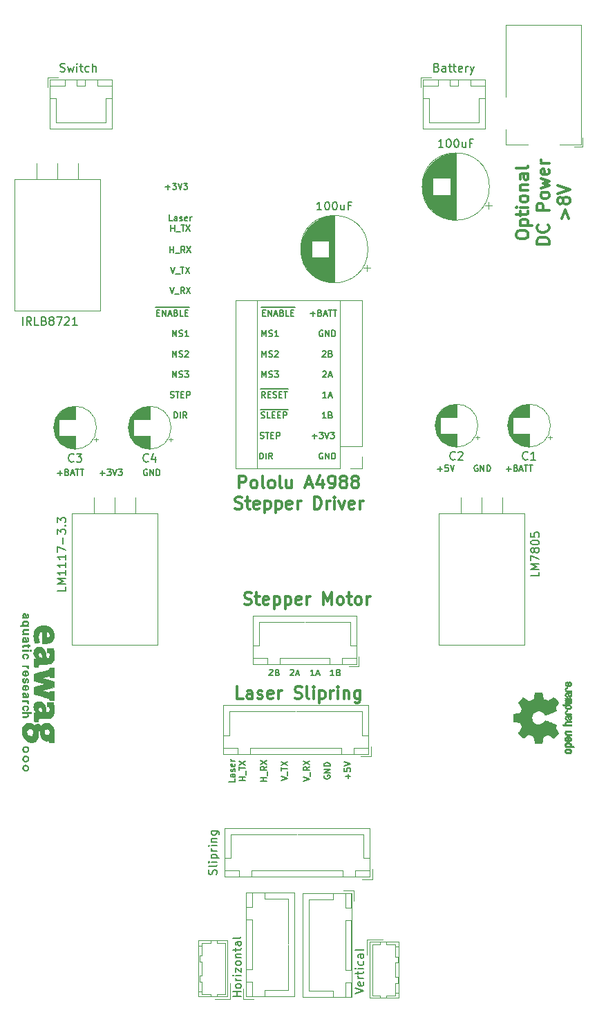
<source format=gbr>
G04 #@! TF.GenerationSoftware,KiCad,Pcbnew,(5.0.1-3-g963ef8bb5)*
G04 #@! TF.CreationDate,2018-11-18T00:16:37+02:00*
G04 #@! TF.ProjectId,volaser,766F6C617365722E6B696361645F7063,rev?*
G04 #@! TF.SameCoordinates,Original*
G04 #@! TF.FileFunction,Legend,Top*
G04 #@! TF.FilePolarity,Positive*
%FSLAX46Y46*%
G04 Gerber Fmt 4.6, Leading zero omitted, Abs format (unit mm)*
G04 Created by KiCad (PCBNEW (5.0.1-3-g963ef8bb5)) date Sunday, November 18, 2018 at 12:16:37 AM*
%MOMM*%
%LPD*%
G01*
G04 APERTURE LIST*
%ADD10C,0.150000*%
%ADD11C,0.200000*%
%ADD12C,0.300000*%
%ADD13C,0.120000*%
%ADD14C,0.010000*%
G04 APERTURE END LIST*
D10*
X97201785Y-128464285D02*
X97201785Y-128821428D01*
X96451785Y-128821428D01*
X97201785Y-127892857D02*
X96808928Y-127892857D01*
X96737500Y-127928571D01*
X96701785Y-128000000D01*
X96701785Y-128142857D01*
X96737500Y-128214285D01*
X97166071Y-127892857D02*
X97201785Y-127964285D01*
X97201785Y-128142857D01*
X97166071Y-128214285D01*
X97094642Y-128250000D01*
X97023214Y-128250000D01*
X96951785Y-128214285D01*
X96916071Y-128142857D01*
X96916071Y-127964285D01*
X96880357Y-127892857D01*
X97166071Y-127571428D02*
X97201785Y-127500000D01*
X97201785Y-127357142D01*
X97166071Y-127285714D01*
X97094642Y-127250000D01*
X97058928Y-127250000D01*
X96987500Y-127285714D01*
X96951785Y-127357142D01*
X96951785Y-127464285D01*
X96916071Y-127535714D01*
X96844642Y-127571428D01*
X96808928Y-127571428D01*
X96737500Y-127535714D01*
X96701785Y-127464285D01*
X96701785Y-127357142D01*
X96737500Y-127285714D01*
X97166071Y-126642857D02*
X97201785Y-126714285D01*
X97201785Y-126857142D01*
X97166071Y-126928571D01*
X97094642Y-126964285D01*
X96808928Y-126964285D01*
X96737500Y-126928571D01*
X96701785Y-126857142D01*
X96701785Y-126714285D01*
X96737500Y-126642857D01*
X96808928Y-126607142D01*
X96880357Y-126607142D01*
X96951785Y-126964285D01*
X97201785Y-126285714D02*
X96701785Y-126285714D01*
X96844642Y-126285714D02*
X96773214Y-126250000D01*
X96737500Y-126214285D01*
X96701785Y-126142857D01*
X96701785Y-126071428D01*
X98476785Y-128642857D02*
X97726785Y-128642857D01*
X98083928Y-128642857D02*
X98083928Y-128214285D01*
X98476785Y-128214285D02*
X97726785Y-128214285D01*
X98548214Y-128035714D02*
X98548214Y-127464285D01*
X97726785Y-127392857D02*
X97726785Y-126964285D01*
X98476785Y-127178571D02*
X97726785Y-127178571D01*
X97726785Y-126785714D02*
X98476785Y-126285714D01*
X97726785Y-126285714D02*
X98476785Y-126785714D01*
X101089285Y-128732142D02*
X100339285Y-128732142D01*
X100696428Y-128732142D02*
X100696428Y-128303571D01*
X101089285Y-128303571D02*
X100339285Y-128303571D01*
X101160714Y-128125000D02*
X101160714Y-127553571D01*
X101089285Y-126946428D02*
X100732142Y-127196428D01*
X101089285Y-127375000D02*
X100339285Y-127375000D01*
X100339285Y-127089285D01*
X100375000Y-127017857D01*
X100410714Y-126982142D01*
X100482142Y-126946428D01*
X100589285Y-126946428D01*
X100660714Y-126982142D01*
X100696428Y-127017857D01*
X100732142Y-127089285D01*
X100732142Y-127375000D01*
X100339285Y-126696428D02*
X101089285Y-126196428D01*
X100339285Y-126196428D02*
X101089285Y-126696428D01*
X102839285Y-128678571D02*
X103589285Y-128428571D01*
X102839285Y-128178571D01*
X103660714Y-128107142D02*
X103660714Y-127535714D01*
X102839285Y-127464285D02*
X102839285Y-127035714D01*
X103589285Y-127250000D02*
X102839285Y-127250000D01*
X102839285Y-126857142D02*
X103589285Y-126357142D01*
X102839285Y-126357142D02*
X103589285Y-126857142D01*
X105589285Y-128767857D02*
X106339285Y-128517857D01*
X105589285Y-128267857D01*
X106410714Y-128196428D02*
X106410714Y-127625000D01*
X106339285Y-127017857D02*
X105982142Y-127267857D01*
X106339285Y-127446428D02*
X105589285Y-127446428D01*
X105589285Y-127160714D01*
X105625000Y-127089285D01*
X105660714Y-127053571D01*
X105732142Y-127017857D01*
X105839285Y-127017857D01*
X105910714Y-127053571D01*
X105946428Y-127089285D01*
X105982142Y-127160714D01*
X105982142Y-127446428D01*
X105589285Y-126767857D02*
X106339285Y-126267857D01*
X105589285Y-126267857D02*
X106339285Y-126767857D01*
X89232142Y-68339285D02*
X89482142Y-69089285D01*
X89732142Y-68339285D01*
X89803571Y-69160714D02*
X90375000Y-69160714D01*
X90982142Y-69089285D02*
X90732142Y-68732142D01*
X90553571Y-69089285D02*
X90553571Y-68339285D01*
X90839285Y-68339285D01*
X90910714Y-68375000D01*
X90946428Y-68410714D01*
X90982142Y-68482142D01*
X90982142Y-68589285D01*
X90946428Y-68660714D01*
X90910714Y-68696428D01*
X90839285Y-68732142D01*
X90553571Y-68732142D01*
X91232142Y-68339285D02*
X91732142Y-69089285D01*
X91732142Y-68339285D02*
X91232142Y-69089285D01*
X89321428Y-65839285D02*
X89571428Y-66589285D01*
X89821428Y-65839285D01*
X89892857Y-66660714D02*
X90464285Y-66660714D01*
X90535714Y-65839285D02*
X90964285Y-65839285D01*
X90750000Y-66589285D02*
X90750000Y-65839285D01*
X91142857Y-65839285D02*
X91642857Y-66589285D01*
X91642857Y-65839285D02*
X91142857Y-66589285D01*
X89267857Y-64089285D02*
X89267857Y-63339285D01*
X89267857Y-63696428D02*
X89696428Y-63696428D01*
X89696428Y-64089285D02*
X89696428Y-63339285D01*
X89875000Y-64160714D02*
X90446428Y-64160714D01*
X91053571Y-64089285D02*
X90803571Y-63732142D01*
X90625000Y-64089285D02*
X90625000Y-63339285D01*
X90910714Y-63339285D01*
X90982142Y-63375000D01*
X91017857Y-63410714D01*
X91053571Y-63482142D01*
X91053571Y-63589285D01*
X91017857Y-63660714D01*
X90982142Y-63696428D01*
X90910714Y-63732142D01*
X90625000Y-63732142D01*
X91303571Y-63339285D02*
X91803571Y-64089285D01*
X91803571Y-63339285D02*
X91303571Y-64089285D01*
X89535714Y-60201785D02*
X89178571Y-60201785D01*
X89178571Y-59451785D01*
X90107142Y-60201785D02*
X90107142Y-59808928D01*
X90071428Y-59737500D01*
X90000000Y-59701785D01*
X89857142Y-59701785D01*
X89785714Y-59737500D01*
X90107142Y-60166071D02*
X90035714Y-60201785D01*
X89857142Y-60201785D01*
X89785714Y-60166071D01*
X89750000Y-60094642D01*
X89750000Y-60023214D01*
X89785714Y-59951785D01*
X89857142Y-59916071D01*
X90035714Y-59916071D01*
X90107142Y-59880357D01*
X90428571Y-60166071D02*
X90500000Y-60201785D01*
X90642857Y-60201785D01*
X90714285Y-60166071D01*
X90750000Y-60094642D01*
X90750000Y-60058928D01*
X90714285Y-59987500D01*
X90642857Y-59951785D01*
X90535714Y-59951785D01*
X90464285Y-59916071D01*
X90428571Y-59844642D01*
X90428571Y-59808928D01*
X90464285Y-59737500D01*
X90535714Y-59701785D01*
X90642857Y-59701785D01*
X90714285Y-59737500D01*
X91357142Y-60166071D02*
X91285714Y-60201785D01*
X91142857Y-60201785D01*
X91071428Y-60166071D01*
X91035714Y-60094642D01*
X91035714Y-59808928D01*
X91071428Y-59737500D01*
X91142857Y-59701785D01*
X91285714Y-59701785D01*
X91357142Y-59737500D01*
X91392857Y-59808928D01*
X91392857Y-59880357D01*
X91035714Y-59951785D01*
X91714285Y-60201785D02*
X91714285Y-59701785D01*
X91714285Y-59844642D02*
X91750000Y-59773214D01*
X91785714Y-59737500D01*
X91857142Y-59701785D01*
X91928571Y-59701785D01*
X89357142Y-61476785D02*
X89357142Y-60726785D01*
X89357142Y-61083928D02*
X89785714Y-61083928D01*
X89785714Y-61476785D02*
X89785714Y-60726785D01*
X89964285Y-61548214D02*
X90535714Y-61548214D01*
X90607142Y-60726785D02*
X91035714Y-60726785D01*
X90821428Y-61476785D02*
X90821428Y-60726785D01*
X91214285Y-60726785D02*
X91714285Y-61476785D01*
X91714285Y-60726785D02*
X91214285Y-61476785D01*
X87428571Y-70765000D02*
X88107142Y-70765000D01*
X87607142Y-71446428D02*
X87857142Y-71446428D01*
X87964285Y-71839285D02*
X87607142Y-71839285D01*
X87607142Y-71089285D01*
X87964285Y-71089285D01*
X88107142Y-70765000D02*
X88892857Y-70765000D01*
X88285714Y-71839285D02*
X88285714Y-71089285D01*
X88714285Y-71839285D01*
X88714285Y-71089285D01*
X88892857Y-70765000D02*
X89535714Y-70765000D01*
X89035714Y-71625000D02*
X89392857Y-71625000D01*
X88964285Y-71839285D02*
X89214285Y-71089285D01*
X89464285Y-71839285D01*
X89535714Y-70765000D02*
X90285714Y-70765000D01*
X89964285Y-71446428D02*
X90071428Y-71482142D01*
X90107142Y-71517857D01*
X90142857Y-71589285D01*
X90142857Y-71696428D01*
X90107142Y-71767857D01*
X90071428Y-71803571D01*
X90000000Y-71839285D01*
X89714285Y-71839285D01*
X89714285Y-71089285D01*
X89964285Y-71089285D01*
X90035714Y-71125000D01*
X90071428Y-71160714D01*
X90107142Y-71232142D01*
X90107142Y-71303571D01*
X90071428Y-71375000D01*
X90035714Y-71410714D01*
X89964285Y-71446428D01*
X89714285Y-71446428D01*
X90285714Y-70765000D02*
X90892857Y-70765000D01*
X90821428Y-71839285D02*
X90464285Y-71839285D01*
X90464285Y-71089285D01*
X90892857Y-70765000D02*
X91571428Y-70765000D01*
X91071428Y-71446428D02*
X91321428Y-71446428D01*
X91428571Y-71839285D02*
X91071428Y-71839285D01*
X91071428Y-71089285D01*
X91428571Y-71089285D01*
X75446428Y-91053571D02*
X76017857Y-91053571D01*
X75732142Y-91339285D02*
X75732142Y-90767857D01*
X76625000Y-90946428D02*
X76732142Y-90982142D01*
X76767857Y-91017857D01*
X76803571Y-91089285D01*
X76803571Y-91196428D01*
X76767857Y-91267857D01*
X76732142Y-91303571D01*
X76660714Y-91339285D01*
X76375000Y-91339285D01*
X76375000Y-90589285D01*
X76625000Y-90589285D01*
X76696428Y-90625000D01*
X76732142Y-90660714D01*
X76767857Y-90732142D01*
X76767857Y-90803571D01*
X76732142Y-90875000D01*
X76696428Y-90910714D01*
X76625000Y-90946428D01*
X76375000Y-90946428D01*
X77089285Y-91125000D02*
X77446428Y-91125000D01*
X77017857Y-91339285D02*
X77267857Y-90589285D01*
X77517857Y-91339285D01*
X77660714Y-90589285D02*
X78089285Y-90589285D01*
X77875000Y-91339285D02*
X77875000Y-90589285D01*
X78232142Y-90589285D02*
X78660714Y-90589285D01*
X78446428Y-91339285D02*
X78446428Y-90589285D01*
X80678571Y-91053571D02*
X81250000Y-91053571D01*
X80964285Y-91339285D02*
X80964285Y-90767857D01*
X81535714Y-90589285D02*
X82000000Y-90589285D01*
X81750000Y-90875000D01*
X81857142Y-90875000D01*
X81928571Y-90910714D01*
X81964285Y-90946428D01*
X82000000Y-91017857D01*
X82000000Y-91196428D01*
X81964285Y-91267857D01*
X81928571Y-91303571D01*
X81857142Y-91339285D01*
X81642857Y-91339285D01*
X81571428Y-91303571D01*
X81535714Y-91267857D01*
X82214285Y-90589285D02*
X82464285Y-91339285D01*
X82714285Y-90589285D01*
X82892857Y-90589285D02*
X83357142Y-90589285D01*
X83107142Y-90875000D01*
X83214285Y-90875000D01*
X83285714Y-90910714D01*
X83321428Y-90946428D01*
X83357142Y-91017857D01*
X83357142Y-91196428D01*
X83321428Y-91267857D01*
X83285714Y-91303571D01*
X83214285Y-91339285D01*
X83000000Y-91339285D01*
X82928571Y-91303571D01*
X82892857Y-91267857D01*
X86428571Y-90625000D02*
X86357142Y-90589285D01*
X86250000Y-90589285D01*
X86142857Y-90625000D01*
X86071428Y-90696428D01*
X86035714Y-90767857D01*
X86000000Y-90910714D01*
X86000000Y-91017857D01*
X86035714Y-91160714D01*
X86071428Y-91232142D01*
X86142857Y-91303571D01*
X86250000Y-91339285D01*
X86321428Y-91339285D01*
X86428571Y-91303571D01*
X86464285Y-91267857D01*
X86464285Y-91017857D01*
X86321428Y-91017857D01*
X86785714Y-91339285D02*
X86785714Y-90589285D01*
X87214285Y-91339285D01*
X87214285Y-90589285D01*
X87571428Y-91339285D02*
X87571428Y-90589285D01*
X87750000Y-90589285D01*
X87857142Y-90625000D01*
X87928571Y-90696428D01*
X87964285Y-90767857D01*
X88000000Y-90910714D01*
X88000000Y-91017857D01*
X87964285Y-91160714D01*
X87928571Y-91232142D01*
X87857142Y-91303571D01*
X87750000Y-91339285D01*
X87571428Y-91339285D01*
X126928571Y-90125000D02*
X126857142Y-90089285D01*
X126750000Y-90089285D01*
X126642857Y-90125000D01*
X126571428Y-90196428D01*
X126535714Y-90267857D01*
X126500000Y-90410714D01*
X126500000Y-90517857D01*
X126535714Y-90660714D01*
X126571428Y-90732142D01*
X126642857Y-90803571D01*
X126750000Y-90839285D01*
X126821428Y-90839285D01*
X126928571Y-90803571D01*
X126964285Y-90767857D01*
X126964285Y-90517857D01*
X126821428Y-90517857D01*
X127285714Y-90839285D02*
X127285714Y-90089285D01*
X127714285Y-90839285D01*
X127714285Y-90089285D01*
X128071428Y-90839285D02*
X128071428Y-90089285D01*
X128250000Y-90089285D01*
X128357142Y-90125000D01*
X128428571Y-90196428D01*
X128464285Y-90267857D01*
X128500000Y-90410714D01*
X128500000Y-90517857D01*
X128464285Y-90660714D01*
X128428571Y-90732142D01*
X128357142Y-90803571D01*
X128250000Y-90839285D01*
X128071428Y-90839285D01*
X130446428Y-90553571D02*
X131017857Y-90553571D01*
X130732142Y-90839285D02*
X130732142Y-90267857D01*
X131625000Y-90446428D02*
X131732142Y-90482142D01*
X131767857Y-90517857D01*
X131803571Y-90589285D01*
X131803571Y-90696428D01*
X131767857Y-90767857D01*
X131732142Y-90803571D01*
X131660714Y-90839285D01*
X131375000Y-90839285D01*
X131375000Y-90089285D01*
X131625000Y-90089285D01*
X131696428Y-90125000D01*
X131732142Y-90160714D01*
X131767857Y-90232142D01*
X131767857Y-90303571D01*
X131732142Y-90375000D01*
X131696428Y-90410714D01*
X131625000Y-90446428D01*
X131375000Y-90446428D01*
X132089285Y-90625000D02*
X132446428Y-90625000D01*
X132017857Y-90839285D02*
X132267857Y-90089285D01*
X132517857Y-90839285D01*
X132660714Y-90089285D02*
X133089285Y-90089285D01*
X132875000Y-90839285D02*
X132875000Y-90089285D01*
X133232142Y-90089285D02*
X133660714Y-90089285D01*
X133446428Y-90839285D02*
X133446428Y-90089285D01*
X101410714Y-115160714D02*
X101446428Y-115125000D01*
X101517857Y-115089285D01*
X101696428Y-115089285D01*
X101767857Y-115125000D01*
X101803571Y-115160714D01*
X101839285Y-115232142D01*
X101839285Y-115303571D01*
X101803571Y-115410714D01*
X101375000Y-115839285D01*
X101839285Y-115839285D01*
X102410714Y-115446428D02*
X102517857Y-115482142D01*
X102553571Y-115517857D01*
X102589285Y-115589285D01*
X102589285Y-115696428D01*
X102553571Y-115767857D01*
X102517857Y-115803571D01*
X102446428Y-115839285D01*
X102160714Y-115839285D01*
X102160714Y-115089285D01*
X102410714Y-115089285D01*
X102482142Y-115125000D01*
X102517857Y-115160714D01*
X102553571Y-115232142D01*
X102553571Y-115303571D01*
X102517857Y-115375000D01*
X102482142Y-115410714D01*
X102410714Y-115446428D01*
X102160714Y-115446428D01*
X103964285Y-115160714D02*
X104000000Y-115125000D01*
X104071428Y-115089285D01*
X104250000Y-115089285D01*
X104321428Y-115125000D01*
X104357142Y-115160714D01*
X104392857Y-115232142D01*
X104392857Y-115303571D01*
X104357142Y-115410714D01*
X103928571Y-115839285D01*
X104392857Y-115839285D01*
X104678571Y-115625000D02*
X105035714Y-115625000D01*
X104607142Y-115839285D02*
X104857142Y-115089285D01*
X105107142Y-115839285D01*
X106892857Y-115839285D02*
X106464285Y-115839285D01*
X106678571Y-115839285D02*
X106678571Y-115089285D01*
X106607142Y-115196428D01*
X106535714Y-115267857D01*
X106464285Y-115303571D01*
X107178571Y-115625000D02*
X107535714Y-115625000D01*
X107107142Y-115839285D02*
X107357142Y-115089285D01*
X107607142Y-115839285D01*
X109339285Y-115839285D02*
X108910714Y-115839285D01*
X109125000Y-115839285D02*
X109125000Y-115089285D01*
X109053571Y-115196428D01*
X108982142Y-115267857D01*
X108910714Y-115303571D01*
X109910714Y-115446428D02*
X110017857Y-115482142D01*
X110053571Y-115517857D01*
X110089285Y-115589285D01*
X110089285Y-115696428D01*
X110053571Y-115767857D01*
X110017857Y-115803571D01*
X109946428Y-115839285D01*
X109660714Y-115839285D01*
X109660714Y-115089285D01*
X109910714Y-115089285D01*
X109982142Y-115125000D01*
X110017857Y-115160714D01*
X110053571Y-115232142D01*
X110053571Y-115303571D01*
X110017857Y-115375000D01*
X109982142Y-115410714D01*
X109910714Y-115446428D01*
X109660714Y-115446428D01*
X108125000Y-128071428D02*
X108089285Y-128142857D01*
X108089285Y-128250000D01*
X108125000Y-128357142D01*
X108196428Y-128428571D01*
X108267857Y-128464285D01*
X108410714Y-128500000D01*
X108517857Y-128500000D01*
X108660714Y-128464285D01*
X108732142Y-128428571D01*
X108803571Y-128357142D01*
X108839285Y-128250000D01*
X108839285Y-128178571D01*
X108803571Y-128071428D01*
X108767857Y-128035714D01*
X108517857Y-128035714D01*
X108517857Y-128178571D01*
X108839285Y-127714285D02*
X108089285Y-127714285D01*
X108839285Y-127285714D01*
X108089285Y-127285714D01*
X108839285Y-126928571D02*
X108089285Y-126928571D01*
X108089285Y-126750000D01*
X108125000Y-126642857D01*
X108196428Y-126571428D01*
X108267857Y-126535714D01*
X108410714Y-126500000D01*
X108517857Y-126500000D01*
X108660714Y-126535714D01*
X108732142Y-126571428D01*
X108803571Y-126642857D01*
X108839285Y-126750000D01*
X108839285Y-126928571D01*
X111053571Y-128464285D02*
X111053571Y-127892857D01*
X111339285Y-128178571D02*
X110767857Y-128178571D01*
X110589285Y-127178571D02*
X110589285Y-127535714D01*
X110946428Y-127571428D01*
X110910714Y-127535714D01*
X110875000Y-127464285D01*
X110875000Y-127285714D01*
X110910714Y-127214285D01*
X110946428Y-127178571D01*
X111017857Y-127142857D01*
X111196428Y-127142857D01*
X111267857Y-127178571D01*
X111303571Y-127214285D01*
X111339285Y-127285714D01*
X111339285Y-127464285D01*
X111303571Y-127535714D01*
X111267857Y-127571428D01*
X110589285Y-126928571D02*
X111339285Y-126678571D01*
X110589285Y-126428571D01*
X122035714Y-90553571D02*
X122607142Y-90553571D01*
X122321428Y-90839285D02*
X122321428Y-90267857D01*
X123321428Y-90089285D02*
X122964285Y-90089285D01*
X122928571Y-90446428D01*
X122964285Y-90410714D01*
X123035714Y-90375000D01*
X123214285Y-90375000D01*
X123285714Y-90410714D01*
X123321428Y-90446428D01*
X123357142Y-90517857D01*
X123357142Y-90696428D01*
X123321428Y-90767857D01*
X123285714Y-90803571D01*
X123214285Y-90839285D01*
X123035714Y-90839285D01*
X122964285Y-90803571D01*
X122928571Y-90767857D01*
X123571428Y-90089285D02*
X123821428Y-90839285D01*
X124071428Y-90089285D01*
X88678571Y-56053571D02*
X89250000Y-56053571D01*
X88964285Y-56339285D02*
X88964285Y-55767857D01*
X89535714Y-55589285D02*
X90000000Y-55589285D01*
X89750000Y-55875000D01*
X89857142Y-55875000D01*
X89928571Y-55910714D01*
X89964285Y-55946428D01*
X90000000Y-56017857D01*
X90000000Y-56196428D01*
X89964285Y-56267857D01*
X89928571Y-56303571D01*
X89857142Y-56339285D01*
X89642857Y-56339285D01*
X89571428Y-56303571D01*
X89535714Y-56267857D01*
X90214285Y-55589285D02*
X90464285Y-56339285D01*
X90714285Y-55589285D01*
X90892857Y-55589285D02*
X91357142Y-55589285D01*
X91107142Y-55875000D01*
X91214285Y-55875000D01*
X91285714Y-55910714D01*
X91321428Y-55946428D01*
X91357142Y-56017857D01*
X91357142Y-56196428D01*
X91321428Y-56267857D01*
X91285714Y-56303571D01*
X91214285Y-56339285D01*
X91000000Y-56339285D01*
X90928571Y-56303571D01*
X90892857Y-56267857D01*
X89750000Y-84339285D02*
X89750000Y-83589285D01*
X89928571Y-83589285D01*
X90035714Y-83625000D01*
X90107142Y-83696428D01*
X90142857Y-83767857D01*
X90178571Y-83910714D01*
X90178571Y-84017857D01*
X90142857Y-84160714D01*
X90107142Y-84232142D01*
X90035714Y-84303571D01*
X89928571Y-84339285D01*
X89750000Y-84339285D01*
X90500000Y-84339285D02*
X90500000Y-83589285D01*
X91285714Y-84339285D02*
X91035714Y-83982142D01*
X90857142Y-84339285D02*
X90857142Y-83589285D01*
X91142857Y-83589285D01*
X91214285Y-83625000D01*
X91250000Y-83660714D01*
X91285714Y-83732142D01*
X91285714Y-83839285D01*
X91250000Y-83910714D01*
X91214285Y-83946428D01*
X91142857Y-83982142D01*
X90857142Y-83982142D01*
X89285714Y-81803571D02*
X89392857Y-81839285D01*
X89571428Y-81839285D01*
X89642857Y-81803571D01*
X89678571Y-81767857D01*
X89714285Y-81696428D01*
X89714285Y-81625000D01*
X89678571Y-81553571D01*
X89642857Y-81517857D01*
X89571428Y-81482142D01*
X89428571Y-81446428D01*
X89357142Y-81410714D01*
X89321428Y-81375000D01*
X89285714Y-81303571D01*
X89285714Y-81232142D01*
X89321428Y-81160714D01*
X89357142Y-81125000D01*
X89428571Y-81089285D01*
X89607142Y-81089285D01*
X89714285Y-81125000D01*
X89928571Y-81089285D02*
X90357142Y-81089285D01*
X90142857Y-81839285D02*
X90142857Y-81089285D01*
X90607142Y-81446428D02*
X90857142Y-81446428D01*
X90964285Y-81839285D02*
X90607142Y-81839285D01*
X90607142Y-81089285D01*
X90964285Y-81089285D01*
X91285714Y-81839285D02*
X91285714Y-81089285D01*
X91571428Y-81089285D01*
X91642857Y-81125000D01*
X91678571Y-81160714D01*
X91714285Y-81232142D01*
X91714285Y-81339285D01*
X91678571Y-81410714D01*
X91642857Y-81446428D01*
X91571428Y-81482142D01*
X91285714Y-81482142D01*
X89535714Y-76839285D02*
X89535714Y-76089285D01*
X89785714Y-76625000D01*
X90035714Y-76089285D01*
X90035714Y-76839285D01*
X90357142Y-76803571D02*
X90464285Y-76839285D01*
X90642857Y-76839285D01*
X90714285Y-76803571D01*
X90750000Y-76767857D01*
X90785714Y-76696428D01*
X90785714Y-76625000D01*
X90750000Y-76553571D01*
X90714285Y-76517857D01*
X90642857Y-76482142D01*
X90500000Y-76446428D01*
X90428571Y-76410714D01*
X90392857Y-76375000D01*
X90357142Y-76303571D01*
X90357142Y-76232142D01*
X90392857Y-76160714D01*
X90428571Y-76125000D01*
X90500000Y-76089285D01*
X90678571Y-76089285D01*
X90785714Y-76125000D01*
X91071428Y-76160714D02*
X91107142Y-76125000D01*
X91178571Y-76089285D01*
X91357142Y-76089285D01*
X91428571Y-76125000D01*
X91464285Y-76160714D01*
X91500000Y-76232142D01*
X91500000Y-76303571D01*
X91464285Y-76410714D01*
X91035714Y-76839285D01*
X91500000Y-76839285D01*
X89535714Y-74339285D02*
X89535714Y-73589285D01*
X89785714Y-74125000D01*
X90035714Y-73589285D01*
X90035714Y-74339285D01*
X90357142Y-74303571D02*
X90464285Y-74339285D01*
X90642857Y-74339285D01*
X90714285Y-74303571D01*
X90750000Y-74267857D01*
X90785714Y-74196428D01*
X90785714Y-74125000D01*
X90750000Y-74053571D01*
X90714285Y-74017857D01*
X90642857Y-73982142D01*
X90500000Y-73946428D01*
X90428571Y-73910714D01*
X90392857Y-73875000D01*
X90357142Y-73803571D01*
X90357142Y-73732142D01*
X90392857Y-73660714D01*
X90428571Y-73625000D01*
X90500000Y-73589285D01*
X90678571Y-73589285D01*
X90785714Y-73625000D01*
X91500000Y-74339285D02*
X91071428Y-74339285D01*
X91285714Y-74339285D02*
X91285714Y-73589285D01*
X91214285Y-73696428D01*
X91142857Y-73767857D01*
X91071428Y-73803571D01*
X89535714Y-79339285D02*
X89535714Y-78589285D01*
X89785714Y-79125000D01*
X90035714Y-78589285D01*
X90035714Y-79339285D01*
X90357142Y-79303571D02*
X90464285Y-79339285D01*
X90642857Y-79339285D01*
X90714285Y-79303571D01*
X90750000Y-79267857D01*
X90785714Y-79196428D01*
X90785714Y-79125000D01*
X90750000Y-79053571D01*
X90714285Y-79017857D01*
X90642857Y-78982142D01*
X90500000Y-78946428D01*
X90428571Y-78910714D01*
X90392857Y-78875000D01*
X90357142Y-78803571D01*
X90357142Y-78732142D01*
X90392857Y-78660714D01*
X90428571Y-78625000D01*
X90500000Y-78589285D01*
X90678571Y-78589285D01*
X90785714Y-78625000D01*
X91035714Y-78589285D02*
X91500000Y-78589285D01*
X91250000Y-78875000D01*
X91357142Y-78875000D01*
X91428571Y-78910714D01*
X91464285Y-78946428D01*
X91500000Y-79017857D01*
X91500000Y-79196428D01*
X91464285Y-79267857D01*
X91428571Y-79303571D01*
X91357142Y-79339285D01*
X91142857Y-79339285D01*
X91071428Y-79303571D01*
X91035714Y-79267857D01*
X107928571Y-88625000D02*
X107857142Y-88589285D01*
X107750000Y-88589285D01*
X107642857Y-88625000D01*
X107571428Y-88696428D01*
X107535714Y-88767857D01*
X107500000Y-88910714D01*
X107500000Y-89017857D01*
X107535714Y-89160714D01*
X107571428Y-89232142D01*
X107642857Y-89303571D01*
X107750000Y-89339285D01*
X107821428Y-89339285D01*
X107928571Y-89303571D01*
X107964285Y-89267857D01*
X107964285Y-89017857D01*
X107821428Y-89017857D01*
X108285714Y-89339285D02*
X108285714Y-88589285D01*
X108714285Y-89339285D01*
X108714285Y-88589285D01*
X109071428Y-89339285D02*
X109071428Y-88589285D01*
X109250000Y-88589285D01*
X109357142Y-88625000D01*
X109428571Y-88696428D01*
X109464285Y-88767857D01*
X109500000Y-88910714D01*
X109500000Y-89017857D01*
X109464285Y-89160714D01*
X109428571Y-89232142D01*
X109357142Y-89303571D01*
X109250000Y-89339285D01*
X109071428Y-89339285D01*
X106678571Y-86553571D02*
X107250000Y-86553571D01*
X106964285Y-86839285D02*
X106964285Y-86267857D01*
X107535714Y-86089285D02*
X108000000Y-86089285D01*
X107750000Y-86375000D01*
X107857142Y-86375000D01*
X107928571Y-86410714D01*
X107964285Y-86446428D01*
X108000000Y-86517857D01*
X108000000Y-86696428D01*
X107964285Y-86767857D01*
X107928571Y-86803571D01*
X107857142Y-86839285D01*
X107642857Y-86839285D01*
X107571428Y-86803571D01*
X107535714Y-86767857D01*
X108214285Y-86089285D02*
X108464285Y-86839285D01*
X108714285Y-86089285D01*
X108892857Y-86089285D02*
X109357142Y-86089285D01*
X109107142Y-86375000D01*
X109214285Y-86375000D01*
X109285714Y-86410714D01*
X109321428Y-86446428D01*
X109357142Y-86517857D01*
X109357142Y-86696428D01*
X109321428Y-86767857D01*
X109285714Y-86803571D01*
X109214285Y-86839285D01*
X109000000Y-86839285D01*
X108928571Y-86803571D01*
X108892857Y-86767857D01*
X108339285Y-84339285D02*
X107910714Y-84339285D01*
X108125000Y-84339285D02*
X108125000Y-83589285D01*
X108053571Y-83696428D01*
X107982142Y-83767857D01*
X107910714Y-83803571D01*
X108910714Y-83946428D02*
X109017857Y-83982142D01*
X109053571Y-84017857D01*
X109089285Y-84089285D01*
X109089285Y-84196428D01*
X109053571Y-84267857D01*
X109017857Y-84303571D01*
X108946428Y-84339285D01*
X108660714Y-84339285D01*
X108660714Y-83589285D01*
X108910714Y-83589285D01*
X108982142Y-83625000D01*
X109017857Y-83660714D01*
X109053571Y-83732142D01*
X109053571Y-83803571D01*
X109017857Y-83875000D01*
X108982142Y-83910714D01*
X108910714Y-83946428D01*
X108660714Y-83946428D01*
X108392857Y-81839285D02*
X107964285Y-81839285D01*
X108178571Y-81839285D02*
X108178571Y-81089285D01*
X108107142Y-81196428D01*
X108035714Y-81267857D01*
X107964285Y-81303571D01*
X108678571Y-81625000D02*
X109035714Y-81625000D01*
X108607142Y-81839285D02*
X108857142Y-81089285D01*
X109107142Y-81839285D01*
X107964285Y-78660714D02*
X108000000Y-78625000D01*
X108071428Y-78589285D01*
X108250000Y-78589285D01*
X108321428Y-78625000D01*
X108357142Y-78660714D01*
X108392857Y-78732142D01*
X108392857Y-78803571D01*
X108357142Y-78910714D01*
X107928571Y-79339285D01*
X108392857Y-79339285D01*
X108678571Y-79125000D02*
X109035714Y-79125000D01*
X108607142Y-79339285D02*
X108857142Y-78589285D01*
X109107142Y-79339285D01*
X107910714Y-76160714D02*
X107946428Y-76125000D01*
X108017857Y-76089285D01*
X108196428Y-76089285D01*
X108267857Y-76125000D01*
X108303571Y-76160714D01*
X108339285Y-76232142D01*
X108339285Y-76303571D01*
X108303571Y-76410714D01*
X107875000Y-76839285D01*
X108339285Y-76839285D01*
X108910714Y-76446428D02*
X109017857Y-76482142D01*
X109053571Y-76517857D01*
X109089285Y-76589285D01*
X109089285Y-76696428D01*
X109053571Y-76767857D01*
X109017857Y-76803571D01*
X108946428Y-76839285D01*
X108660714Y-76839285D01*
X108660714Y-76089285D01*
X108910714Y-76089285D01*
X108982142Y-76125000D01*
X109017857Y-76160714D01*
X109053571Y-76232142D01*
X109053571Y-76303571D01*
X109017857Y-76375000D01*
X108982142Y-76410714D01*
X108910714Y-76446428D01*
X108660714Y-76446428D01*
X107928571Y-73625000D02*
X107857142Y-73589285D01*
X107750000Y-73589285D01*
X107642857Y-73625000D01*
X107571428Y-73696428D01*
X107535714Y-73767857D01*
X107500000Y-73910714D01*
X107500000Y-74017857D01*
X107535714Y-74160714D01*
X107571428Y-74232142D01*
X107642857Y-74303571D01*
X107750000Y-74339285D01*
X107821428Y-74339285D01*
X107928571Y-74303571D01*
X107964285Y-74267857D01*
X107964285Y-74017857D01*
X107821428Y-74017857D01*
X108285714Y-74339285D02*
X108285714Y-73589285D01*
X108714285Y-74339285D01*
X108714285Y-73589285D01*
X109071428Y-74339285D02*
X109071428Y-73589285D01*
X109250000Y-73589285D01*
X109357142Y-73625000D01*
X109428571Y-73696428D01*
X109464285Y-73767857D01*
X109500000Y-73910714D01*
X109500000Y-74017857D01*
X109464285Y-74160714D01*
X109428571Y-74232142D01*
X109357142Y-74303571D01*
X109250000Y-74339285D01*
X109071428Y-74339285D01*
X106446428Y-71553571D02*
X107017857Y-71553571D01*
X106732142Y-71839285D02*
X106732142Y-71267857D01*
X107625000Y-71446428D02*
X107732142Y-71482142D01*
X107767857Y-71517857D01*
X107803571Y-71589285D01*
X107803571Y-71696428D01*
X107767857Y-71767857D01*
X107732142Y-71803571D01*
X107660714Y-71839285D01*
X107375000Y-71839285D01*
X107375000Y-71089285D01*
X107625000Y-71089285D01*
X107696428Y-71125000D01*
X107732142Y-71160714D01*
X107767857Y-71232142D01*
X107767857Y-71303571D01*
X107732142Y-71375000D01*
X107696428Y-71410714D01*
X107625000Y-71446428D01*
X107375000Y-71446428D01*
X108089285Y-71625000D02*
X108446428Y-71625000D01*
X108017857Y-71839285D02*
X108267857Y-71089285D01*
X108517857Y-71839285D01*
X108660714Y-71089285D02*
X109089285Y-71089285D01*
X108875000Y-71839285D02*
X108875000Y-71089285D01*
X109232142Y-71089285D02*
X109660714Y-71089285D01*
X109446428Y-71839285D02*
X109446428Y-71089285D01*
X100250000Y-89339285D02*
X100250000Y-88589285D01*
X100428571Y-88589285D01*
X100535714Y-88625000D01*
X100607142Y-88696428D01*
X100642857Y-88767857D01*
X100678571Y-88910714D01*
X100678571Y-89017857D01*
X100642857Y-89160714D01*
X100607142Y-89232142D01*
X100535714Y-89303571D01*
X100428571Y-89339285D01*
X100250000Y-89339285D01*
X101000000Y-89339285D02*
X101000000Y-88589285D01*
X101785714Y-89339285D02*
X101535714Y-88982142D01*
X101357142Y-89339285D02*
X101357142Y-88589285D01*
X101642857Y-88589285D01*
X101714285Y-88625000D01*
X101750000Y-88660714D01*
X101785714Y-88732142D01*
X101785714Y-88839285D01*
X101750000Y-88910714D01*
X101714285Y-88946428D01*
X101642857Y-88982142D01*
X101357142Y-88982142D01*
X100285714Y-86803571D02*
X100392857Y-86839285D01*
X100571428Y-86839285D01*
X100642857Y-86803571D01*
X100678571Y-86767857D01*
X100714285Y-86696428D01*
X100714285Y-86625000D01*
X100678571Y-86553571D01*
X100642857Y-86517857D01*
X100571428Y-86482142D01*
X100428571Y-86446428D01*
X100357142Y-86410714D01*
X100321428Y-86375000D01*
X100285714Y-86303571D01*
X100285714Y-86232142D01*
X100321428Y-86160714D01*
X100357142Y-86125000D01*
X100428571Y-86089285D01*
X100607142Y-86089285D01*
X100714285Y-86125000D01*
X100928571Y-86089285D02*
X101357142Y-86089285D01*
X101142857Y-86839285D02*
X101142857Y-86089285D01*
X101607142Y-86446428D02*
X101857142Y-86446428D01*
X101964285Y-86839285D02*
X101607142Y-86839285D01*
X101607142Y-86089285D01*
X101964285Y-86089285D01*
X102285714Y-86839285D02*
X102285714Y-86089285D01*
X102571428Y-86089285D01*
X102642857Y-86125000D01*
X102678571Y-86160714D01*
X102714285Y-86232142D01*
X102714285Y-86339285D01*
X102678571Y-86410714D01*
X102642857Y-86446428D01*
X102571428Y-86482142D01*
X102285714Y-86482142D01*
X100285714Y-83265000D02*
X101000000Y-83265000D01*
X100428571Y-84303571D02*
X100535714Y-84339285D01*
X100714285Y-84339285D01*
X100785714Y-84303571D01*
X100821428Y-84267857D01*
X100857142Y-84196428D01*
X100857142Y-84125000D01*
X100821428Y-84053571D01*
X100785714Y-84017857D01*
X100714285Y-83982142D01*
X100571428Y-83946428D01*
X100500000Y-83910714D01*
X100464285Y-83875000D01*
X100428571Y-83803571D01*
X100428571Y-83732142D01*
X100464285Y-83660714D01*
X100500000Y-83625000D01*
X100571428Y-83589285D01*
X100750000Y-83589285D01*
X100857142Y-83625000D01*
X101000000Y-83265000D02*
X101607142Y-83265000D01*
X101535714Y-84339285D02*
X101178571Y-84339285D01*
X101178571Y-83589285D01*
X101607142Y-83265000D02*
X102285714Y-83265000D01*
X101785714Y-83946428D02*
X102035714Y-83946428D01*
X102142857Y-84339285D02*
X101785714Y-84339285D01*
X101785714Y-83589285D01*
X102142857Y-83589285D01*
X102285714Y-83265000D02*
X102964285Y-83265000D01*
X102464285Y-83946428D02*
X102714285Y-83946428D01*
X102821428Y-84339285D02*
X102464285Y-84339285D01*
X102464285Y-83589285D01*
X102821428Y-83589285D01*
X102964285Y-83265000D02*
X103714285Y-83265000D01*
X103142857Y-84339285D02*
X103142857Y-83589285D01*
X103428571Y-83589285D01*
X103500000Y-83625000D01*
X103535714Y-83660714D01*
X103571428Y-83732142D01*
X103571428Y-83839285D01*
X103535714Y-83910714D01*
X103500000Y-83946428D01*
X103428571Y-83982142D01*
X103142857Y-83982142D01*
X100303571Y-80765000D02*
X101053571Y-80765000D01*
X100910714Y-81839285D02*
X100660714Y-81482142D01*
X100482142Y-81839285D02*
X100482142Y-81089285D01*
X100767857Y-81089285D01*
X100839285Y-81125000D01*
X100875000Y-81160714D01*
X100910714Y-81232142D01*
X100910714Y-81339285D01*
X100875000Y-81410714D01*
X100839285Y-81446428D01*
X100767857Y-81482142D01*
X100482142Y-81482142D01*
X101053571Y-80765000D02*
X101732142Y-80765000D01*
X101232142Y-81446428D02*
X101482142Y-81446428D01*
X101589285Y-81839285D02*
X101232142Y-81839285D01*
X101232142Y-81089285D01*
X101589285Y-81089285D01*
X101732142Y-80765000D02*
X102446428Y-80765000D01*
X101875000Y-81803571D02*
X101982142Y-81839285D01*
X102160714Y-81839285D01*
X102232142Y-81803571D01*
X102267857Y-81767857D01*
X102303571Y-81696428D01*
X102303571Y-81625000D01*
X102267857Y-81553571D01*
X102232142Y-81517857D01*
X102160714Y-81482142D01*
X102017857Y-81446428D01*
X101946428Y-81410714D01*
X101910714Y-81375000D01*
X101875000Y-81303571D01*
X101875000Y-81232142D01*
X101910714Y-81160714D01*
X101946428Y-81125000D01*
X102017857Y-81089285D01*
X102196428Y-81089285D01*
X102303571Y-81125000D01*
X102446428Y-80765000D02*
X103125000Y-80765000D01*
X102625000Y-81446428D02*
X102875000Y-81446428D01*
X102982142Y-81839285D02*
X102625000Y-81839285D01*
X102625000Y-81089285D01*
X102982142Y-81089285D01*
X103125000Y-80765000D02*
X103696428Y-80765000D01*
X103196428Y-81089285D02*
X103625000Y-81089285D01*
X103410714Y-81839285D02*
X103410714Y-81089285D01*
X100535714Y-79339285D02*
X100535714Y-78589285D01*
X100785714Y-79125000D01*
X101035714Y-78589285D01*
X101035714Y-79339285D01*
X101357142Y-79303571D02*
X101464285Y-79339285D01*
X101642857Y-79339285D01*
X101714285Y-79303571D01*
X101750000Y-79267857D01*
X101785714Y-79196428D01*
X101785714Y-79125000D01*
X101750000Y-79053571D01*
X101714285Y-79017857D01*
X101642857Y-78982142D01*
X101500000Y-78946428D01*
X101428571Y-78910714D01*
X101392857Y-78875000D01*
X101357142Y-78803571D01*
X101357142Y-78732142D01*
X101392857Y-78660714D01*
X101428571Y-78625000D01*
X101500000Y-78589285D01*
X101678571Y-78589285D01*
X101785714Y-78625000D01*
X102035714Y-78589285D02*
X102500000Y-78589285D01*
X102250000Y-78875000D01*
X102357142Y-78875000D01*
X102428571Y-78910714D01*
X102464285Y-78946428D01*
X102500000Y-79017857D01*
X102500000Y-79196428D01*
X102464285Y-79267857D01*
X102428571Y-79303571D01*
X102357142Y-79339285D01*
X102142857Y-79339285D01*
X102071428Y-79303571D01*
X102035714Y-79267857D01*
X100535714Y-76839285D02*
X100535714Y-76089285D01*
X100785714Y-76625000D01*
X101035714Y-76089285D01*
X101035714Y-76839285D01*
X101357142Y-76803571D02*
X101464285Y-76839285D01*
X101642857Y-76839285D01*
X101714285Y-76803571D01*
X101750000Y-76767857D01*
X101785714Y-76696428D01*
X101785714Y-76625000D01*
X101750000Y-76553571D01*
X101714285Y-76517857D01*
X101642857Y-76482142D01*
X101500000Y-76446428D01*
X101428571Y-76410714D01*
X101392857Y-76375000D01*
X101357142Y-76303571D01*
X101357142Y-76232142D01*
X101392857Y-76160714D01*
X101428571Y-76125000D01*
X101500000Y-76089285D01*
X101678571Y-76089285D01*
X101785714Y-76125000D01*
X102071428Y-76160714D02*
X102107142Y-76125000D01*
X102178571Y-76089285D01*
X102357142Y-76089285D01*
X102428571Y-76125000D01*
X102464285Y-76160714D01*
X102500000Y-76232142D01*
X102500000Y-76303571D01*
X102464285Y-76410714D01*
X102035714Y-76839285D01*
X102500000Y-76839285D01*
X100535714Y-74339285D02*
X100535714Y-73589285D01*
X100785714Y-74125000D01*
X101035714Y-73589285D01*
X101035714Y-74339285D01*
X101357142Y-74303571D02*
X101464285Y-74339285D01*
X101642857Y-74339285D01*
X101714285Y-74303571D01*
X101750000Y-74267857D01*
X101785714Y-74196428D01*
X101785714Y-74125000D01*
X101750000Y-74053571D01*
X101714285Y-74017857D01*
X101642857Y-73982142D01*
X101500000Y-73946428D01*
X101428571Y-73910714D01*
X101392857Y-73875000D01*
X101357142Y-73803571D01*
X101357142Y-73732142D01*
X101392857Y-73660714D01*
X101428571Y-73625000D01*
X101500000Y-73589285D01*
X101678571Y-73589285D01*
X101785714Y-73625000D01*
X102500000Y-74339285D02*
X102071428Y-74339285D01*
X102285714Y-74339285D02*
X102285714Y-73589285D01*
X102214285Y-73696428D01*
X102142857Y-73767857D01*
X102071428Y-73803571D01*
X100428571Y-70765000D02*
X101107142Y-70765000D01*
X100607142Y-71446428D02*
X100857142Y-71446428D01*
X100964285Y-71839285D02*
X100607142Y-71839285D01*
X100607142Y-71089285D01*
X100964285Y-71089285D01*
X101107142Y-70765000D02*
X101892857Y-70765000D01*
X101285714Y-71839285D02*
X101285714Y-71089285D01*
X101714285Y-71839285D01*
X101714285Y-71089285D01*
X101892857Y-70765000D02*
X102535714Y-70765000D01*
X102035714Y-71625000D02*
X102392857Y-71625000D01*
X101964285Y-71839285D02*
X102214285Y-71089285D01*
X102464285Y-71839285D01*
X102535714Y-70765000D02*
X103285714Y-70765000D01*
X102964285Y-71446428D02*
X103071428Y-71482142D01*
X103107142Y-71517857D01*
X103142857Y-71589285D01*
X103142857Y-71696428D01*
X103107142Y-71767857D01*
X103071428Y-71803571D01*
X103000000Y-71839285D01*
X102714285Y-71839285D01*
X102714285Y-71089285D01*
X102964285Y-71089285D01*
X103035714Y-71125000D01*
X103071428Y-71160714D01*
X103107142Y-71232142D01*
X103107142Y-71303571D01*
X103071428Y-71375000D01*
X103035714Y-71410714D01*
X102964285Y-71446428D01*
X102714285Y-71446428D01*
X103285714Y-70765000D02*
X103892857Y-70765000D01*
X103821428Y-71839285D02*
X103464285Y-71839285D01*
X103464285Y-71089285D01*
X103892857Y-70765000D02*
X104571428Y-70765000D01*
X104071428Y-71446428D02*
X104321428Y-71446428D01*
X104428571Y-71839285D02*
X104071428Y-71839285D01*
X104071428Y-71089285D01*
X104428571Y-71089285D01*
D11*
X97952380Y-155095238D02*
X96952380Y-155095238D01*
X97428571Y-155095238D02*
X97428571Y-154523809D01*
X97952380Y-154523809D02*
X96952380Y-154523809D01*
X97952380Y-153904761D02*
X97904761Y-154000000D01*
X97857142Y-154047619D01*
X97761904Y-154095238D01*
X97476190Y-154095238D01*
X97380952Y-154047619D01*
X97333333Y-154000000D01*
X97285714Y-153904761D01*
X97285714Y-153761904D01*
X97333333Y-153666666D01*
X97380952Y-153619047D01*
X97476190Y-153571428D01*
X97761904Y-153571428D01*
X97857142Y-153619047D01*
X97904761Y-153666666D01*
X97952380Y-153761904D01*
X97952380Y-153904761D01*
X97952380Y-153142857D02*
X97285714Y-153142857D01*
X97476190Y-153142857D02*
X97380952Y-153095238D01*
X97333333Y-153047619D01*
X97285714Y-152952380D01*
X97285714Y-152857142D01*
X97952380Y-152523809D02*
X97285714Y-152523809D01*
X96952380Y-152523809D02*
X97000000Y-152571428D01*
X97047619Y-152523809D01*
X97000000Y-152476190D01*
X96952380Y-152523809D01*
X97047619Y-152523809D01*
X97285714Y-152142857D02*
X97285714Y-151619047D01*
X97952380Y-152142857D01*
X97952380Y-151619047D01*
X97952380Y-151095238D02*
X97904761Y-151190476D01*
X97857142Y-151238095D01*
X97761904Y-151285714D01*
X97476190Y-151285714D01*
X97380952Y-151238095D01*
X97333333Y-151190476D01*
X97285714Y-151095238D01*
X97285714Y-150952380D01*
X97333333Y-150857142D01*
X97380952Y-150809523D01*
X97476190Y-150761904D01*
X97761904Y-150761904D01*
X97857142Y-150809523D01*
X97904761Y-150857142D01*
X97952380Y-150952380D01*
X97952380Y-151095238D01*
X97285714Y-150333333D02*
X97952380Y-150333333D01*
X97380952Y-150333333D02*
X97333333Y-150285714D01*
X97285714Y-150190476D01*
X97285714Y-150047619D01*
X97333333Y-149952380D01*
X97428571Y-149904761D01*
X97952380Y-149904761D01*
X97285714Y-149571428D02*
X97285714Y-149190476D01*
X96952380Y-149428571D02*
X97809523Y-149428571D01*
X97904761Y-149380952D01*
X97952380Y-149285714D01*
X97952380Y-149190476D01*
X97952380Y-148428571D02*
X97428571Y-148428571D01*
X97333333Y-148476190D01*
X97285714Y-148571428D01*
X97285714Y-148761904D01*
X97333333Y-148857142D01*
X97904761Y-148428571D02*
X97952380Y-148523809D01*
X97952380Y-148761904D01*
X97904761Y-148857142D01*
X97809523Y-148904761D01*
X97714285Y-148904761D01*
X97619047Y-148857142D01*
X97571428Y-148761904D01*
X97571428Y-148523809D01*
X97523809Y-148428571D01*
X97952380Y-147809523D02*
X97904761Y-147904761D01*
X97809523Y-147952380D01*
X96952380Y-147952380D01*
X111952380Y-154738095D02*
X112952380Y-154404761D01*
X111952380Y-154071428D01*
X112904761Y-153357142D02*
X112952380Y-153452380D01*
X112952380Y-153642857D01*
X112904761Y-153738095D01*
X112809523Y-153785714D01*
X112428571Y-153785714D01*
X112333333Y-153738095D01*
X112285714Y-153642857D01*
X112285714Y-153452380D01*
X112333333Y-153357142D01*
X112428571Y-153309523D01*
X112523809Y-153309523D01*
X112619047Y-153785714D01*
X112952380Y-152880952D02*
X112285714Y-152880952D01*
X112476190Y-152880952D02*
X112380952Y-152833333D01*
X112333333Y-152785714D01*
X112285714Y-152690476D01*
X112285714Y-152595238D01*
X112285714Y-152404761D02*
X112285714Y-152023809D01*
X111952380Y-152261904D02*
X112809523Y-152261904D01*
X112904761Y-152214285D01*
X112952380Y-152119047D01*
X112952380Y-152023809D01*
X112952380Y-151690476D02*
X112285714Y-151690476D01*
X111952380Y-151690476D02*
X112000000Y-151738095D01*
X112047619Y-151690476D01*
X112000000Y-151642857D01*
X111952380Y-151690476D01*
X112047619Y-151690476D01*
X112904761Y-150785714D02*
X112952380Y-150880952D01*
X112952380Y-151071428D01*
X112904761Y-151166666D01*
X112857142Y-151214285D01*
X112761904Y-151261904D01*
X112476190Y-151261904D01*
X112380952Y-151214285D01*
X112333333Y-151166666D01*
X112285714Y-151071428D01*
X112285714Y-150880952D01*
X112333333Y-150785714D01*
X112952380Y-149928571D02*
X112428571Y-149928571D01*
X112333333Y-149976190D01*
X112285714Y-150071428D01*
X112285714Y-150261904D01*
X112333333Y-150357142D01*
X112904761Y-149928571D02*
X112952380Y-150023809D01*
X112952380Y-150261904D01*
X112904761Y-150357142D01*
X112809523Y-150404761D01*
X112714285Y-150404761D01*
X112619047Y-150357142D01*
X112571428Y-150261904D01*
X112571428Y-150023809D01*
X112523809Y-149928571D01*
X112952380Y-149309523D02*
X112904761Y-149404761D01*
X112809523Y-149452380D01*
X111952380Y-149452380D01*
X94904761Y-140190476D02*
X94952380Y-140047619D01*
X94952380Y-139809523D01*
X94904761Y-139714285D01*
X94857142Y-139666666D01*
X94761904Y-139619047D01*
X94666666Y-139619047D01*
X94571428Y-139666666D01*
X94523809Y-139714285D01*
X94476190Y-139809523D01*
X94428571Y-140000000D01*
X94380952Y-140095238D01*
X94333333Y-140142857D01*
X94238095Y-140190476D01*
X94142857Y-140190476D01*
X94047619Y-140142857D01*
X94000000Y-140095238D01*
X93952380Y-140000000D01*
X93952380Y-139761904D01*
X94000000Y-139619047D01*
X94952380Y-139047619D02*
X94904761Y-139142857D01*
X94809523Y-139190476D01*
X93952380Y-139190476D01*
X94952380Y-138666666D02*
X94285714Y-138666666D01*
X93952380Y-138666666D02*
X94000000Y-138714285D01*
X94047619Y-138666666D01*
X94000000Y-138619047D01*
X93952380Y-138666666D01*
X94047619Y-138666666D01*
X94285714Y-138190476D02*
X95285714Y-138190476D01*
X94333333Y-138190476D02*
X94285714Y-138095238D01*
X94285714Y-137904761D01*
X94333333Y-137809523D01*
X94380952Y-137761904D01*
X94476190Y-137714285D01*
X94761904Y-137714285D01*
X94857142Y-137761904D01*
X94904761Y-137809523D01*
X94952380Y-137904761D01*
X94952380Y-138095238D01*
X94904761Y-138190476D01*
X94952380Y-137285714D02*
X94285714Y-137285714D01*
X94476190Y-137285714D02*
X94380952Y-137238095D01*
X94333333Y-137190476D01*
X94285714Y-137095238D01*
X94285714Y-137000000D01*
X94952380Y-136666666D02*
X94285714Y-136666666D01*
X93952380Y-136666666D02*
X94000000Y-136714285D01*
X94047619Y-136666666D01*
X94000000Y-136619047D01*
X93952380Y-136666666D01*
X94047619Y-136666666D01*
X94285714Y-136190476D02*
X94952380Y-136190476D01*
X94380952Y-136190476D02*
X94333333Y-136142857D01*
X94285714Y-136047619D01*
X94285714Y-135904761D01*
X94333333Y-135809523D01*
X94428571Y-135761904D01*
X94952380Y-135761904D01*
X94285714Y-134857142D02*
X95095238Y-134857142D01*
X95190476Y-134904761D01*
X95238095Y-134952380D01*
X95285714Y-135047619D01*
X95285714Y-135190476D01*
X95238095Y-135285714D01*
X94904761Y-134857142D02*
X94952380Y-134952380D01*
X94952380Y-135142857D01*
X94904761Y-135238095D01*
X94857142Y-135285714D01*
X94761904Y-135333333D01*
X94476190Y-135333333D01*
X94380952Y-135285714D01*
X94333333Y-135238095D01*
X94285714Y-135142857D01*
X94285714Y-134952380D01*
X94333333Y-134857142D01*
D12*
X131628571Y-62035714D02*
X131628571Y-61750000D01*
X131700000Y-61607142D01*
X131842857Y-61464285D01*
X132128571Y-61392857D01*
X132628571Y-61392857D01*
X132914285Y-61464285D01*
X133057142Y-61607142D01*
X133128571Y-61750000D01*
X133128571Y-62035714D01*
X133057142Y-62178571D01*
X132914285Y-62321428D01*
X132628571Y-62392857D01*
X132128571Y-62392857D01*
X131842857Y-62321428D01*
X131700000Y-62178571D01*
X131628571Y-62035714D01*
X132128571Y-60750000D02*
X133628571Y-60750000D01*
X132200000Y-60750000D02*
X132128571Y-60607142D01*
X132128571Y-60321428D01*
X132200000Y-60178571D01*
X132271428Y-60107142D01*
X132414285Y-60035714D01*
X132842857Y-60035714D01*
X132985714Y-60107142D01*
X133057142Y-60178571D01*
X133128571Y-60321428D01*
X133128571Y-60607142D01*
X133057142Y-60750000D01*
X132128571Y-59607142D02*
X132128571Y-59035714D01*
X131628571Y-59392857D02*
X132914285Y-59392857D01*
X133057142Y-59321428D01*
X133128571Y-59178571D01*
X133128571Y-59035714D01*
X133128571Y-58535714D02*
X132128571Y-58535714D01*
X131628571Y-58535714D02*
X131700000Y-58607142D01*
X131771428Y-58535714D01*
X131700000Y-58464285D01*
X131628571Y-58535714D01*
X131771428Y-58535714D01*
X133128571Y-57607142D02*
X133057142Y-57750000D01*
X132985714Y-57821428D01*
X132842857Y-57892857D01*
X132414285Y-57892857D01*
X132271428Y-57821428D01*
X132200000Y-57750000D01*
X132128571Y-57607142D01*
X132128571Y-57392857D01*
X132200000Y-57250000D01*
X132271428Y-57178571D01*
X132414285Y-57107142D01*
X132842857Y-57107142D01*
X132985714Y-57178571D01*
X133057142Y-57250000D01*
X133128571Y-57392857D01*
X133128571Y-57607142D01*
X132128571Y-56464285D02*
X133128571Y-56464285D01*
X132271428Y-56464285D02*
X132200000Y-56392857D01*
X132128571Y-56250000D01*
X132128571Y-56035714D01*
X132200000Y-55892857D01*
X132342857Y-55821428D01*
X133128571Y-55821428D01*
X133128571Y-54464285D02*
X132342857Y-54464285D01*
X132200000Y-54535714D01*
X132128571Y-54678571D01*
X132128571Y-54964285D01*
X132200000Y-55107142D01*
X133057142Y-54464285D02*
X133128571Y-54607142D01*
X133128571Y-54964285D01*
X133057142Y-55107142D01*
X132914285Y-55178571D01*
X132771428Y-55178571D01*
X132628571Y-55107142D01*
X132557142Y-54964285D01*
X132557142Y-54607142D01*
X132485714Y-54464285D01*
X133128571Y-53535714D02*
X133057142Y-53678571D01*
X132914285Y-53750000D01*
X131628571Y-53750000D01*
X135678571Y-63035714D02*
X134178571Y-63035714D01*
X134178571Y-62678571D01*
X134250000Y-62464285D01*
X134392857Y-62321428D01*
X134535714Y-62250000D01*
X134821428Y-62178571D01*
X135035714Y-62178571D01*
X135321428Y-62250000D01*
X135464285Y-62321428D01*
X135607142Y-62464285D01*
X135678571Y-62678571D01*
X135678571Y-63035714D01*
X135535714Y-60678571D02*
X135607142Y-60750000D01*
X135678571Y-60964285D01*
X135678571Y-61107142D01*
X135607142Y-61321428D01*
X135464285Y-61464285D01*
X135321428Y-61535714D01*
X135035714Y-61607142D01*
X134821428Y-61607142D01*
X134535714Y-61535714D01*
X134392857Y-61464285D01*
X134250000Y-61321428D01*
X134178571Y-61107142D01*
X134178571Y-60964285D01*
X134250000Y-60750000D01*
X134321428Y-60678571D01*
X135678571Y-58892857D02*
X134178571Y-58892857D01*
X134178571Y-58321428D01*
X134250000Y-58178571D01*
X134321428Y-58107142D01*
X134464285Y-58035714D01*
X134678571Y-58035714D01*
X134821428Y-58107142D01*
X134892857Y-58178571D01*
X134964285Y-58321428D01*
X134964285Y-58892857D01*
X135678571Y-57178571D02*
X135607142Y-57321428D01*
X135535714Y-57392857D01*
X135392857Y-57464285D01*
X134964285Y-57464285D01*
X134821428Y-57392857D01*
X134750000Y-57321428D01*
X134678571Y-57178571D01*
X134678571Y-56964285D01*
X134750000Y-56821428D01*
X134821428Y-56750000D01*
X134964285Y-56678571D01*
X135392857Y-56678571D01*
X135535714Y-56750000D01*
X135607142Y-56821428D01*
X135678571Y-56964285D01*
X135678571Y-57178571D01*
X134678571Y-56178571D02*
X135678571Y-55892857D01*
X134964285Y-55607142D01*
X135678571Y-55321428D01*
X134678571Y-55035714D01*
X135607142Y-53892857D02*
X135678571Y-54035714D01*
X135678571Y-54321428D01*
X135607142Y-54464285D01*
X135464285Y-54535714D01*
X134892857Y-54535714D01*
X134750000Y-54464285D01*
X134678571Y-54321428D01*
X134678571Y-54035714D01*
X134750000Y-53892857D01*
X134892857Y-53821428D01*
X135035714Y-53821428D01*
X135178571Y-54535714D01*
X135678571Y-53178571D02*
X134678571Y-53178571D01*
X134964285Y-53178571D02*
X134821428Y-53107142D01*
X134750000Y-53035714D01*
X134678571Y-52892857D01*
X134678571Y-52750000D01*
X137228571Y-59928571D02*
X137657142Y-58785714D01*
X138085714Y-59928571D01*
X137371428Y-57857142D02*
X137300000Y-58000000D01*
X137228571Y-58071428D01*
X137085714Y-58142857D01*
X137014285Y-58142857D01*
X136871428Y-58071428D01*
X136800000Y-58000000D01*
X136728571Y-57857142D01*
X136728571Y-57571428D01*
X136800000Y-57428571D01*
X136871428Y-57357142D01*
X137014285Y-57285714D01*
X137085714Y-57285714D01*
X137228571Y-57357142D01*
X137300000Y-57428571D01*
X137371428Y-57571428D01*
X137371428Y-57857142D01*
X137442857Y-58000000D01*
X137514285Y-58071428D01*
X137657142Y-58142857D01*
X137942857Y-58142857D01*
X138085714Y-58071428D01*
X138157142Y-58000000D01*
X138228571Y-57857142D01*
X138228571Y-57571428D01*
X138157142Y-57428571D01*
X138085714Y-57357142D01*
X137942857Y-57285714D01*
X137657142Y-57285714D01*
X137514285Y-57357142D01*
X137442857Y-57428571D01*
X137371428Y-57571428D01*
X136728571Y-56857142D02*
X138228571Y-56357142D01*
X136728571Y-55857142D01*
X97714285Y-92903571D02*
X97714285Y-91403571D01*
X98285714Y-91403571D01*
X98428571Y-91475000D01*
X98500000Y-91546428D01*
X98571428Y-91689285D01*
X98571428Y-91903571D01*
X98500000Y-92046428D01*
X98428571Y-92117857D01*
X98285714Y-92189285D01*
X97714285Y-92189285D01*
X99428571Y-92903571D02*
X99285714Y-92832142D01*
X99214285Y-92760714D01*
X99142857Y-92617857D01*
X99142857Y-92189285D01*
X99214285Y-92046428D01*
X99285714Y-91975000D01*
X99428571Y-91903571D01*
X99642857Y-91903571D01*
X99785714Y-91975000D01*
X99857142Y-92046428D01*
X99928571Y-92189285D01*
X99928571Y-92617857D01*
X99857142Y-92760714D01*
X99785714Y-92832142D01*
X99642857Y-92903571D01*
X99428571Y-92903571D01*
X100785714Y-92903571D02*
X100642857Y-92832142D01*
X100571428Y-92689285D01*
X100571428Y-91403571D01*
X101571428Y-92903571D02*
X101428571Y-92832142D01*
X101357142Y-92760714D01*
X101285714Y-92617857D01*
X101285714Y-92189285D01*
X101357142Y-92046428D01*
X101428571Y-91975000D01*
X101571428Y-91903571D01*
X101785714Y-91903571D01*
X101928571Y-91975000D01*
X102000000Y-92046428D01*
X102071428Y-92189285D01*
X102071428Y-92617857D01*
X102000000Y-92760714D01*
X101928571Y-92832142D01*
X101785714Y-92903571D01*
X101571428Y-92903571D01*
X102928571Y-92903571D02*
X102785714Y-92832142D01*
X102714285Y-92689285D01*
X102714285Y-91403571D01*
X104142857Y-91903571D02*
X104142857Y-92903571D01*
X103500000Y-91903571D02*
X103500000Y-92689285D01*
X103571428Y-92832142D01*
X103714285Y-92903571D01*
X103928571Y-92903571D01*
X104071428Y-92832142D01*
X104142857Y-92760714D01*
X105928571Y-92475000D02*
X106642857Y-92475000D01*
X105785714Y-92903571D02*
X106285714Y-91403571D01*
X106785714Y-92903571D01*
X107928571Y-91903571D02*
X107928571Y-92903571D01*
X107571428Y-91332142D02*
X107214285Y-92403571D01*
X108142857Y-92403571D01*
X108785714Y-92903571D02*
X109071428Y-92903571D01*
X109214285Y-92832142D01*
X109285714Y-92760714D01*
X109428571Y-92546428D01*
X109500000Y-92260714D01*
X109500000Y-91689285D01*
X109428571Y-91546428D01*
X109357142Y-91475000D01*
X109214285Y-91403571D01*
X108928571Y-91403571D01*
X108785714Y-91475000D01*
X108714285Y-91546428D01*
X108642857Y-91689285D01*
X108642857Y-92046428D01*
X108714285Y-92189285D01*
X108785714Y-92260714D01*
X108928571Y-92332142D01*
X109214285Y-92332142D01*
X109357142Y-92260714D01*
X109428571Y-92189285D01*
X109500000Y-92046428D01*
X110357142Y-92046428D02*
X110214285Y-91975000D01*
X110142857Y-91903571D01*
X110071428Y-91760714D01*
X110071428Y-91689285D01*
X110142857Y-91546428D01*
X110214285Y-91475000D01*
X110357142Y-91403571D01*
X110642857Y-91403571D01*
X110785714Y-91475000D01*
X110857142Y-91546428D01*
X110928571Y-91689285D01*
X110928571Y-91760714D01*
X110857142Y-91903571D01*
X110785714Y-91975000D01*
X110642857Y-92046428D01*
X110357142Y-92046428D01*
X110214285Y-92117857D01*
X110142857Y-92189285D01*
X110071428Y-92332142D01*
X110071428Y-92617857D01*
X110142857Y-92760714D01*
X110214285Y-92832142D01*
X110357142Y-92903571D01*
X110642857Y-92903571D01*
X110785714Y-92832142D01*
X110857142Y-92760714D01*
X110928571Y-92617857D01*
X110928571Y-92332142D01*
X110857142Y-92189285D01*
X110785714Y-92117857D01*
X110642857Y-92046428D01*
X111785714Y-92046428D02*
X111642857Y-91975000D01*
X111571428Y-91903571D01*
X111500000Y-91760714D01*
X111500000Y-91689285D01*
X111571428Y-91546428D01*
X111642857Y-91475000D01*
X111785714Y-91403571D01*
X112071428Y-91403571D01*
X112214285Y-91475000D01*
X112285714Y-91546428D01*
X112357142Y-91689285D01*
X112357142Y-91760714D01*
X112285714Y-91903571D01*
X112214285Y-91975000D01*
X112071428Y-92046428D01*
X111785714Y-92046428D01*
X111642857Y-92117857D01*
X111571428Y-92189285D01*
X111500000Y-92332142D01*
X111500000Y-92617857D01*
X111571428Y-92760714D01*
X111642857Y-92832142D01*
X111785714Y-92903571D01*
X112071428Y-92903571D01*
X112214285Y-92832142D01*
X112285714Y-92760714D01*
X112357142Y-92617857D01*
X112357142Y-92332142D01*
X112285714Y-92189285D01*
X112214285Y-92117857D01*
X112071428Y-92046428D01*
X97214285Y-95382142D02*
X97428571Y-95453571D01*
X97785714Y-95453571D01*
X97928571Y-95382142D01*
X98000000Y-95310714D01*
X98071428Y-95167857D01*
X98071428Y-95025000D01*
X98000000Y-94882142D01*
X97928571Y-94810714D01*
X97785714Y-94739285D01*
X97500000Y-94667857D01*
X97357142Y-94596428D01*
X97285714Y-94525000D01*
X97214285Y-94382142D01*
X97214285Y-94239285D01*
X97285714Y-94096428D01*
X97357142Y-94025000D01*
X97500000Y-93953571D01*
X97857142Y-93953571D01*
X98071428Y-94025000D01*
X98500000Y-94453571D02*
X99071428Y-94453571D01*
X98714285Y-93953571D02*
X98714285Y-95239285D01*
X98785714Y-95382142D01*
X98928571Y-95453571D01*
X99071428Y-95453571D01*
X100142857Y-95382142D02*
X100000000Y-95453571D01*
X99714285Y-95453571D01*
X99571428Y-95382142D01*
X99500000Y-95239285D01*
X99500000Y-94667857D01*
X99571428Y-94525000D01*
X99714285Y-94453571D01*
X100000000Y-94453571D01*
X100142857Y-94525000D01*
X100214285Y-94667857D01*
X100214285Y-94810714D01*
X99500000Y-94953571D01*
X100857142Y-94453571D02*
X100857142Y-95953571D01*
X100857142Y-94525000D02*
X101000000Y-94453571D01*
X101285714Y-94453571D01*
X101428571Y-94525000D01*
X101500000Y-94596428D01*
X101571428Y-94739285D01*
X101571428Y-95167857D01*
X101500000Y-95310714D01*
X101428571Y-95382142D01*
X101285714Y-95453571D01*
X101000000Y-95453571D01*
X100857142Y-95382142D01*
X102214285Y-94453571D02*
X102214285Y-95953571D01*
X102214285Y-94525000D02*
X102357142Y-94453571D01*
X102642857Y-94453571D01*
X102785714Y-94525000D01*
X102857142Y-94596428D01*
X102928571Y-94739285D01*
X102928571Y-95167857D01*
X102857142Y-95310714D01*
X102785714Y-95382142D01*
X102642857Y-95453571D01*
X102357142Y-95453571D01*
X102214285Y-95382142D01*
X104142857Y-95382142D02*
X104000000Y-95453571D01*
X103714285Y-95453571D01*
X103571428Y-95382142D01*
X103500000Y-95239285D01*
X103500000Y-94667857D01*
X103571428Y-94525000D01*
X103714285Y-94453571D01*
X104000000Y-94453571D01*
X104142857Y-94525000D01*
X104214285Y-94667857D01*
X104214285Y-94810714D01*
X103500000Y-94953571D01*
X104857142Y-95453571D02*
X104857142Y-94453571D01*
X104857142Y-94739285D02*
X104928571Y-94596428D01*
X105000000Y-94525000D01*
X105142857Y-94453571D01*
X105285714Y-94453571D01*
X106928571Y-95453571D02*
X106928571Y-93953571D01*
X107285714Y-93953571D01*
X107500000Y-94025000D01*
X107642857Y-94167857D01*
X107714285Y-94310714D01*
X107785714Y-94596428D01*
X107785714Y-94810714D01*
X107714285Y-95096428D01*
X107642857Y-95239285D01*
X107500000Y-95382142D01*
X107285714Y-95453571D01*
X106928571Y-95453571D01*
X108428571Y-95453571D02*
X108428571Y-94453571D01*
X108428571Y-94739285D02*
X108500000Y-94596428D01*
X108571428Y-94525000D01*
X108714285Y-94453571D01*
X108857142Y-94453571D01*
X109357142Y-95453571D02*
X109357142Y-94453571D01*
X109357142Y-93953571D02*
X109285714Y-94025000D01*
X109357142Y-94096428D01*
X109428571Y-94025000D01*
X109357142Y-93953571D01*
X109357142Y-94096428D01*
X109928571Y-94453571D02*
X110285714Y-95453571D01*
X110642857Y-94453571D01*
X111785714Y-95382142D02*
X111642857Y-95453571D01*
X111357142Y-95453571D01*
X111214285Y-95382142D01*
X111142857Y-95239285D01*
X111142857Y-94667857D01*
X111214285Y-94525000D01*
X111357142Y-94453571D01*
X111642857Y-94453571D01*
X111785714Y-94525000D01*
X111857142Y-94667857D01*
X111857142Y-94810714D01*
X111142857Y-94953571D01*
X112500000Y-95453571D02*
X112500000Y-94453571D01*
X112500000Y-94739285D02*
X112571428Y-94596428D01*
X112642857Y-94525000D01*
X112785714Y-94453571D01*
X112928571Y-94453571D01*
D11*
X75785714Y-41904761D02*
X75928571Y-41952380D01*
X76166666Y-41952380D01*
X76261904Y-41904761D01*
X76309523Y-41857142D01*
X76357142Y-41761904D01*
X76357142Y-41666666D01*
X76309523Y-41571428D01*
X76261904Y-41523809D01*
X76166666Y-41476190D01*
X75976190Y-41428571D01*
X75880952Y-41380952D01*
X75833333Y-41333333D01*
X75785714Y-41238095D01*
X75785714Y-41142857D01*
X75833333Y-41047619D01*
X75880952Y-41000000D01*
X75976190Y-40952380D01*
X76214285Y-40952380D01*
X76357142Y-41000000D01*
X76690476Y-41285714D02*
X76880952Y-41952380D01*
X77071428Y-41476190D01*
X77261904Y-41952380D01*
X77452380Y-41285714D01*
X77833333Y-41952380D02*
X77833333Y-41285714D01*
X77833333Y-40952380D02*
X77785714Y-41000000D01*
X77833333Y-41047619D01*
X77880952Y-41000000D01*
X77833333Y-40952380D01*
X77833333Y-41047619D01*
X78166666Y-41285714D02*
X78547619Y-41285714D01*
X78309523Y-40952380D02*
X78309523Y-41809523D01*
X78357142Y-41904761D01*
X78452380Y-41952380D01*
X78547619Y-41952380D01*
X79309523Y-41904761D02*
X79214285Y-41952380D01*
X79023809Y-41952380D01*
X78928571Y-41904761D01*
X78880952Y-41857142D01*
X78833333Y-41761904D01*
X78833333Y-41476190D01*
X78880952Y-41380952D01*
X78928571Y-41333333D01*
X79023809Y-41285714D01*
X79214285Y-41285714D01*
X79309523Y-41333333D01*
X79738095Y-41952380D02*
X79738095Y-40952380D01*
X80166666Y-41952380D02*
X80166666Y-41428571D01*
X80119047Y-41333333D01*
X80023809Y-41285714D01*
X79880952Y-41285714D01*
X79785714Y-41333333D01*
X79738095Y-41380952D01*
D12*
X98178571Y-118678571D02*
X97464285Y-118678571D01*
X97464285Y-117178571D01*
X99321428Y-118678571D02*
X99321428Y-117892857D01*
X99250000Y-117750000D01*
X99107142Y-117678571D01*
X98821428Y-117678571D01*
X98678571Y-117750000D01*
X99321428Y-118607142D02*
X99178571Y-118678571D01*
X98821428Y-118678571D01*
X98678571Y-118607142D01*
X98607142Y-118464285D01*
X98607142Y-118321428D01*
X98678571Y-118178571D01*
X98821428Y-118107142D01*
X99178571Y-118107142D01*
X99321428Y-118035714D01*
X99964285Y-118607142D02*
X100107142Y-118678571D01*
X100392857Y-118678571D01*
X100535714Y-118607142D01*
X100607142Y-118464285D01*
X100607142Y-118392857D01*
X100535714Y-118250000D01*
X100392857Y-118178571D01*
X100178571Y-118178571D01*
X100035714Y-118107142D01*
X99964285Y-117964285D01*
X99964285Y-117892857D01*
X100035714Y-117750000D01*
X100178571Y-117678571D01*
X100392857Y-117678571D01*
X100535714Y-117750000D01*
X101821428Y-118607142D02*
X101678571Y-118678571D01*
X101392857Y-118678571D01*
X101250000Y-118607142D01*
X101178571Y-118464285D01*
X101178571Y-117892857D01*
X101250000Y-117750000D01*
X101392857Y-117678571D01*
X101678571Y-117678571D01*
X101821428Y-117750000D01*
X101892857Y-117892857D01*
X101892857Y-118035714D01*
X101178571Y-118178571D01*
X102535714Y-118678571D02*
X102535714Y-117678571D01*
X102535714Y-117964285D02*
X102607142Y-117821428D01*
X102678571Y-117750000D01*
X102821428Y-117678571D01*
X102964285Y-117678571D01*
X104535714Y-118607142D02*
X104750000Y-118678571D01*
X105107142Y-118678571D01*
X105250000Y-118607142D01*
X105321428Y-118535714D01*
X105392857Y-118392857D01*
X105392857Y-118250000D01*
X105321428Y-118107142D01*
X105250000Y-118035714D01*
X105107142Y-117964285D01*
X104821428Y-117892857D01*
X104678571Y-117821428D01*
X104607142Y-117750000D01*
X104535714Y-117607142D01*
X104535714Y-117464285D01*
X104607142Y-117321428D01*
X104678571Y-117250000D01*
X104821428Y-117178571D01*
X105178571Y-117178571D01*
X105392857Y-117250000D01*
X106250000Y-118678571D02*
X106107142Y-118607142D01*
X106035714Y-118464285D01*
X106035714Y-117178571D01*
X106821428Y-118678571D02*
X106821428Y-117678571D01*
X106821428Y-117178571D02*
X106750000Y-117250000D01*
X106821428Y-117321428D01*
X106892857Y-117250000D01*
X106821428Y-117178571D01*
X106821428Y-117321428D01*
X107535714Y-117678571D02*
X107535714Y-119178571D01*
X107535714Y-117750000D02*
X107678571Y-117678571D01*
X107964285Y-117678571D01*
X108107142Y-117750000D01*
X108178571Y-117821428D01*
X108250000Y-117964285D01*
X108250000Y-118392857D01*
X108178571Y-118535714D01*
X108107142Y-118607142D01*
X107964285Y-118678571D01*
X107678571Y-118678571D01*
X107535714Y-118607142D01*
X108892857Y-118678571D02*
X108892857Y-117678571D01*
X108892857Y-117964285D02*
X108964285Y-117821428D01*
X109035714Y-117750000D01*
X109178571Y-117678571D01*
X109321428Y-117678571D01*
X109821428Y-118678571D02*
X109821428Y-117678571D01*
X109821428Y-117178571D02*
X109750000Y-117250000D01*
X109821428Y-117321428D01*
X109892857Y-117250000D01*
X109821428Y-117178571D01*
X109821428Y-117321428D01*
X110535714Y-117678571D02*
X110535714Y-118678571D01*
X110535714Y-117821428D02*
X110607142Y-117750000D01*
X110750000Y-117678571D01*
X110964285Y-117678571D01*
X111107142Y-117750000D01*
X111178571Y-117892857D01*
X111178571Y-118678571D01*
X112535714Y-117678571D02*
X112535714Y-118892857D01*
X112464285Y-119035714D01*
X112392857Y-119107142D01*
X112250000Y-119178571D01*
X112035714Y-119178571D01*
X111892857Y-119107142D01*
X112535714Y-118607142D02*
X112392857Y-118678571D01*
X112107142Y-118678571D01*
X111964285Y-118607142D01*
X111892857Y-118535714D01*
X111821428Y-118392857D01*
X111821428Y-117964285D01*
X111892857Y-117821428D01*
X111964285Y-117750000D01*
X112107142Y-117678571D01*
X112392857Y-117678571D01*
X112535714Y-117750000D01*
X98357142Y-107107142D02*
X98571428Y-107178571D01*
X98928571Y-107178571D01*
X99071428Y-107107142D01*
X99142857Y-107035714D01*
X99214285Y-106892857D01*
X99214285Y-106750000D01*
X99142857Y-106607142D01*
X99071428Y-106535714D01*
X98928571Y-106464285D01*
X98642857Y-106392857D01*
X98500000Y-106321428D01*
X98428571Y-106250000D01*
X98357142Y-106107142D01*
X98357142Y-105964285D01*
X98428571Y-105821428D01*
X98500000Y-105750000D01*
X98642857Y-105678571D01*
X99000000Y-105678571D01*
X99214285Y-105750000D01*
X99642857Y-106178571D02*
X100214285Y-106178571D01*
X99857142Y-105678571D02*
X99857142Y-106964285D01*
X99928571Y-107107142D01*
X100071428Y-107178571D01*
X100214285Y-107178571D01*
X101285714Y-107107142D02*
X101142857Y-107178571D01*
X100857142Y-107178571D01*
X100714285Y-107107142D01*
X100642857Y-106964285D01*
X100642857Y-106392857D01*
X100714285Y-106250000D01*
X100857142Y-106178571D01*
X101142857Y-106178571D01*
X101285714Y-106250000D01*
X101357142Y-106392857D01*
X101357142Y-106535714D01*
X100642857Y-106678571D01*
X102000000Y-106178571D02*
X102000000Y-107678571D01*
X102000000Y-106250000D02*
X102142857Y-106178571D01*
X102428571Y-106178571D01*
X102571428Y-106250000D01*
X102642857Y-106321428D01*
X102714285Y-106464285D01*
X102714285Y-106892857D01*
X102642857Y-107035714D01*
X102571428Y-107107142D01*
X102428571Y-107178571D01*
X102142857Y-107178571D01*
X102000000Y-107107142D01*
X103357142Y-106178571D02*
X103357142Y-107678571D01*
X103357142Y-106250000D02*
X103500000Y-106178571D01*
X103785714Y-106178571D01*
X103928571Y-106250000D01*
X104000000Y-106321428D01*
X104071428Y-106464285D01*
X104071428Y-106892857D01*
X104000000Y-107035714D01*
X103928571Y-107107142D01*
X103785714Y-107178571D01*
X103500000Y-107178571D01*
X103357142Y-107107142D01*
X105285714Y-107107142D02*
X105142857Y-107178571D01*
X104857142Y-107178571D01*
X104714285Y-107107142D01*
X104642857Y-106964285D01*
X104642857Y-106392857D01*
X104714285Y-106250000D01*
X104857142Y-106178571D01*
X105142857Y-106178571D01*
X105285714Y-106250000D01*
X105357142Y-106392857D01*
X105357142Y-106535714D01*
X104642857Y-106678571D01*
X106000000Y-107178571D02*
X106000000Y-106178571D01*
X106000000Y-106464285D02*
X106071428Y-106321428D01*
X106142857Y-106250000D01*
X106285714Y-106178571D01*
X106428571Y-106178571D01*
X108071428Y-107178571D02*
X108071428Y-105678571D01*
X108571428Y-106750000D01*
X109071428Y-105678571D01*
X109071428Y-107178571D01*
X110000000Y-107178571D02*
X109857142Y-107107142D01*
X109785714Y-107035714D01*
X109714285Y-106892857D01*
X109714285Y-106464285D01*
X109785714Y-106321428D01*
X109857142Y-106250000D01*
X110000000Y-106178571D01*
X110214285Y-106178571D01*
X110357142Y-106250000D01*
X110428571Y-106321428D01*
X110500000Y-106464285D01*
X110500000Y-106892857D01*
X110428571Y-107035714D01*
X110357142Y-107107142D01*
X110214285Y-107178571D01*
X110000000Y-107178571D01*
X110928571Y-106178571D02*
X111500000Y-106178571D01*
X111142857Y-105678571D02*
X111142857Y-106964285D01*
X111214285Y-107107142D01*
X111357142Y-107178571D01*
X111500000Y-107178571D01*
X112214285Y-107178571D02*
X112071428Y-107107142D01*
X112000000Y-107035714D01*
X111928571Y-106892857D01*
X111928571Y-106464285D01*
X112000000Y-106321428D01*
X112071428Y-106250000D01*
X112214285Y-106178571D01*
X112428571Y-106178571D01*
X112571428Y-106250000D01*
X112642857Y-106321428D01*
X112714285Y-106464285D01*
X112714285Y-106892857D01*
X112642857Y-107035714D01*
X112571428Y-107107142D01*
X112428571Y-107178571D01*
X112214285Y-107178571D01*
X113357142Y-107178571D02*
X113357142Y-106178571D01*
X113357142Y-106464285D02*
X113428571Y-106321428D01*
X113500000Y-106250000D01*
X113642857Y-106178571D01*
X113785714Y-106178571D01*
D13*
G04 #@! TO.C,S1*
X113720000Y-140460000D02*
X113720000Y-134490000D01*
X113720000Y-134490000D02*
X95900000Y-134490000D01*
X95900000Y-134490000D02*
X95900000Y-140460000D01*
X95900000Y-140460000D02*
X113520000Y-140460000D01*
X110410000Y-140450000D02*
X110410000Y-139700000D01*
X110410000Y-139700000D02*
X99210000Y-139700000D01*
X99210000Y-139700000D02*
X99210000Y-140450000D01*
X99210000Y-140450000D02*
X110210000Y-140450000D01*
X113710000Y-140450000D02*
X113710000Y-139700000D01*
X113710000Y-139700000D02*
X111910000Y-139700000D01*
X111910000Y-139700000D02*
X111910000Y-140450000D01*
X111910000Y-140450000D02*
X113710000Y-140450000D01*
X97710000Y-140450000D02*
X97710000Y-139700000D01*
X97710000Y-139700000D02*
X95910000Y-139700000D01*
X95910000Y-139700000D02*
X95910000Y-140450000D01*
X95910000Y-140450000D02*
X97710000Y-140450000D01*
X113710000Y-138200000D02*
X112960000Y-138200000D01*
X112960000Y-138200000D02*
X112960000Y-135250000D01*
X112960000Y-135250000D02*
X104910000Y-135250000D01*
X95910000Y-138200000D02*
X96660000Y-138200000D01*
X96660000Y-138200000D02*
X96660000Y-135250000D01*
X96660000Y-135250000D02*
X104710000Y-135250000D01*
X112760000Y-140750000D02*
X114010000Y-140750000D01*
X114010000Y-140750000D02*
X114010000Y-139500000D01*
G04 #@! TO.C,J4*
X138750000Y-51100000D02*
X139800000Y-51100000D01*
X139800000Y-50050000D02*
X139800000Y-51100000D01*
X130400000Y-45000000D02*
X130400000Y-36200000D01*
X130400000Y-36200000D02*
X139600000Y-36200000D01*
X133100000Y-50900000D02*
X130400000Y-50900000D01*
X130400000Y-50900000D02*
X130400000Y-49000000D01*
X139600000Y-36200000D02*
X139600000Y-50900000D01*
X139600000Y-50900000D02*
X137000000Y-50900000D01*
G04 #@! TO.C,A1*
X99940000Y-90460000D02*
X99940000Y-69880000D01*
X110100000Y-87790000D02*
X110100000Y-69880000D01*
X111370000Y-90460000D02*
X112770000Y-90460000D01*
X112770000Y-90460000D02*
X112770000Y-89060000D01*
X110100000Y-90460000D02*
X110100000Y-87790000D01*
X110100000Y-87790000D02*
X112770000Y-87790000D01*
X112770000Y-87790000D02*
X112770000Y-69880000D01*
X112770000Y-69880000D02*
X97270000Y-69880000D01*
X97270000Y-69880000D02*
X97270000Y-90460000D01*
X97270000Y-90460000D02*
X110100000Y-90460000D01*
G04 #@! TO.C,U1*
X124920000Y-95980000D02*
X124920000Y-94020000D01*
X127460000Y-95980000D02*
X127460000Y-94020000D01*
X130000000Y-95980000D02*
X130000000Y-94020000D01*
X122210000Y-112090000D02*
X122210000Y-95980000D01*
X132710000Y-112090000D02*
X132710000Y-95980000D01*
X132710000Y-112090000D02*
X122210000Y-112090000D01*
X132710000Y-95980000D02*
X122210000Y-95980000D01*
G04 #@! TO.C,U2*
X87710000Y-95980000D02*
X77210000Y-95980000D01*
X87710000Y-112090000D02*
X77210000Y-112090000D01*
X87710000Y-112090000D02*
X87710000Y-95980000D01*
X77210000Y-112090000D02*
X77210000Y-95980000D01*
X85000000Y-95980000D02*
X85000000Y-94020000D01*
X82460000Y-95980000D02*
X82460000Y-94020000D01*
X79920000Y-95980000D02*
X79920000Y-94020000D01*
G04 #@! TO.C,BT1*
X120240000Y-42912000D02*
X120240000Y-48882000D01*
X120240000Y-48882000D02*
X127860000Y-48882000D01*
X127860000Y-48882000D02*
X127860000Y-42912000D01*
X127860000Y-42912000D02*
X120240000Y-42912000D01*
X123550000Y-42922000D02*
X123550000Y-43672000D01*
X123550000Y-43672000D02*
X124550000Y-43672000D01*
X124550000Y-43672000D02*
X124550000Y-42922000D01*
X124550000Y-42922000D02*
X123550000Y-42922000D01*
X120250000Y-42922000D02*
X120250000Y-43672000D01*
X120250000Y-43672000D02*
X122050000Y-43672000D01*
X122050000Y-43672000D02*
X122050000Y-42922000D01*
X122050000Y-42922000D02*
X120250000Y-42922000D01*
X126050000Y-42922000D02*
X126050000Y-43672000D01*
X126050000Y-43672000D02*
X127850000Y-43672000D01*
X127850000Y-43672000D02*
X127850000Y-42922000D01*
X127850000Y-42922000D02*
X126050000Y-42922000D01*
X120250000Y-45172000D02*
X121000000Y-45172000D01*
X121000000Y-45172000D02*
X121000000Y-48122000D01*
X121000000Y-48122000D02*
X124050000Y-48122000D01*
X127850000Y-45172000D02*
X127100000Y-45172000D01*
X127100000Y-45172000D02*
X127100000Y-48122000D01*
X127100000Y-48122000D02*
X124050000Y-48122000D01*
X121200000Y-42622000D02*
X119950000Y-42622000D01*
X119950000Y-42622000D02*
X119950000Y-43872000D01*
G04 #@! TO.C,C5*
X113486000Y-63660000D02*
G75*
G03X113486000Y-63660000I-4120000J0D01*
G01*
X109366000Y-67740000D02*
X109366000Y-59580000D01*
X109326000Y-67740000D02*
X109326000Y-59580000D01*
X109286000Y-67740000D02*
X109286000Y-59580000D01*
X109246000Y-67739000D02*
X109246000Y-59581000D01*
X109206000Y-67737000D02*
X109206000Y-59583000D01*
X109166000Y-67736000D02*
X109166000Y-59584000D01*
X109126000Y-67734000D02*
X109126000Y-59586000D01*
X109086000Y-67731000D02*
X109086000Y-59589000D01*
X109046000Y-67728000D02*
X109046000Y-59592000D01*
X109006000Y-67725000D02*
X109006000Y-59595000D01*
X108966000Y-67721000D02*
X108966000Y-59599000D01*
X108926000Y-67717000D02*
X108926000Y-59603000D01*
X108886000Y-67712000D02*
X108886000Y-59608000D01*
X108846000Y-67708000D02*
X108846000Y-59612000D01*
X108806000Y-67702000D02*
X108806000Y-59618000D01*
X108766000Y-67697000D02*
X108766000Y-59623000D01*
X108726000Y-67690000D02*
X108726000Y-59630000D01*
X108686000Y-67684000D02*
X108686000Y-59636000D01*
X108645000Y-67677000D02*
X108645000Y-64700000D01*
X108645000Y-62620000D02*
X108645000Y-59643000D01*
X108605000Y-67670000D02*
X108605000Y-64700000D01*
X108605000Y-62620000D02*
X108605000Y-59650000D01*
X108565000Y-67662000D02*
X108565000Y-64700000D01*
X108565000Y-62620000D02*
X108565000Y-59658000D01*
X108525000Y-67654000D02*
X108525000Y-64700000D01*
X108525000Y-62620000D02*
X108525000Y-59666000D01*
X108485000Y-67645000D02*
X108485000Y-64700000D01*
X108485000Y-62620000D02*
X108485000Y-59675000D01*
X108445000Y-67636000D02*
X108445000Y-64700000D01*
X108445000Y-62620000D02*
X108445000Y-59684000D01*
X108405000Y-67627000D02*
X108405000Y-64700000D01*
X108405000Y-62620000D02*
X108405000Y-59693000D01*
X108365000Y-67617000D02*
X108365000Y-64700000D01*
X108365000Y-62620000D02*
X108365000Y-59703000D01*
X108325000Y-67607000D02*
X108325000Y-64700000D01*
X108325000Y-62620000D02*
X108325000Y-59713000D01*
X108285000Y-67596000D02*
X108285000Y-64700000D01*
X108285000Y-62620000D02*
X108285000Y-59724000D01*
X108245000Y-67585000D02*
X108245000Y-64700000D01*
X108245000Y-62620000D02*
X108245000Y-59735000D01*
X108205000Y-67574000D02*
X108205000Y-64700000D01*
X108205000Y-62620000D02*
X108205000Y-59746000D01*
X108165000Y-67562000D02*
X108165000Y-64700000D01*
X108165000Y-62620000D02*
X108165000Y-59758000D01*
X108125000Y-67549000D02*
X108125000Y-64700000D01*
X108125000Y-62620000D02*
X108125000Y-59771000D01*
X108085000Y-67537000D02*
X108085000Y-64700000D01*
X108085000Y-62620000D02*
X108085000Y-59783000D01*
X108045000Y-67523000D02*
X108045000Y-64700000D01*
X108045000Y-62620000D02*
X108045000Y-59797000D01*
X108005000Y-67510000D02*
X108005000Y-64700000D01*
X108005000Y-62620000D02*
X108005000Y-59810000D01*
X107965000Y-67495000D02*
X107965000Y-64700000D01*
X107965000Y-62620000D02*
X107965000Y-59825000D01*
X107925000Y-67481000D02*
X107925000Y-64700000D01*
X107925000Y-62620000D02*
X107925000Y-59839000D01*
X107885000Y-67465000D02*
X107885000Y-64700000D01*
X107885000Y-62620000D02*
X107885000Y-59855000D01*
X107845000Y-67450000D02*
X107845000Y-64700000D01*
X107845000Y-62620000D02*
X107845000Y-59870000D01*
X107805000Y-67434000D02*
X107805000Y-64700000D01*
X107805000Y-62620000D02*
X107805000Y-59886000D01*
X107765000Y-67417000D02*
X107765000Y-64700000D01*
X107765000Y-62620000D02*
X107765000Y-59903000D01*
X107725000Y-67400000D02*
X107725000Y-64700000D01*
X107725000Y-62620000D02*
X107725000Y-59920000D01*
X107685000Y-67382000D02*
X107685000Y-64700000D01*
X107685000Y-62620000D02*
X107685000Y-59938000D01*
X107645000Y-67364000D02*
X107645000Y-64700000D01*
X107645000Y-62620000D02*
X107645000Y-59956000D01*
X107605000Y-67346000D02*
X107605000Y-64700000D01*
X107605000Y-62620000D02*
X107605000Y-59974000D01*
X107565000Y-67326000D02*
X107565000Y-64700000D01*
X107565000Y-62620000D02*
X107565000Y-59994000D01*
X107525000Y-67307000D02*
X107525000Y-64700000D01*
X107525000Y-62620000D02*
X107525000Y-60013000D01*
X107485000Y-67287000D02*
X107485000Y-64700000D01*
X107485000Y-62620000D02*
X107485000Y-60033000D01*
X107445000Y-67266000D02*
X107445000Y-64700000D01*
X107445000Y-62620000D02*
X107445000Y-60054000D01*
X107405000Y-67244000D02*
X107405000Y-64700000D01*
X107405000Y-62620000D02*
X107405000Y-60076000D01*
X107365000Y-67222000D02*
X107365000Y-64700000D01*
X107365000Y-62620000D02*
X107365000Y-60098000D01*
X107325000Y-67200000D02*
X107325000Y-64700000D01*
X107325000Y-62620000D02*
X107325000Y-60120000D01*
X107285000Y-67177000D02*
X107285000Y-64700000D01*
X107285000Y-62620000D02*
X107285000Y-60143000D01*
X107245000Y-67153000D02*
X107245000Y-64700000D01*
X107245000Y-62620000D02*
X107245000Y-60167000D01*
X107205000Y-67129000D02*
X107205000Y-64700000D01*
X107205000Y-62620000D02*
X107205000Y-60191000D01*
X107165000Y-67104000D02*
X107165000Y-64700000D01*
X107165000Y-62620000D02*
X107165000Y-60216000D01*
X107125000Y-67078000D02*
X107125000Y-64700000D01*
X107125000Y-62620000D02*
X107125000Y-60242000D01*
X107085000Y-67052000D02*
X107085000Y-64700000D01*
X107085000Y-62620000D02*
X107085000Y-60268000D01*
X107045000Y-67025000D02*
X107045000Y-64700000D01*
X107045000Y-62620000D02*
X107045000Y-60295000D01*
X107005000Y-66998000D02*
X107005000Y-64700000D01*
X107005000Y-62620000D02*
X107005000Y-60322000D01*
X106965000Y-66969000D02*
X106965000Y-64700000D01*
X106965000Y-62620000D02*
X106965000Y-60351000D01*
X106925000Y-66940000D02*
X106925000Y-64700000D01*
X106925000Y-62620000D02*
X106925000Y-60380000D01*
X106885000Y-66910000D02*
X106885000Y-64700000D01*
X106885000Y-62620000D02*
X106885000Y-60410000D01*
X106845000Y-66880000D02*
X106845000Y-64700000D01*
X106845000Y-62620000D02*
X106845000Y-60440000D01*
X106805000Y-66849000D02*
X106805000Y-64700000D01*
X106805000Y-62620000D02*
X106805000Y-60471000D01*
X106765000Y-66816000D02*
X106765000Y-64700000D01*
X106765000Y-62620000D02*
X106765000Y-60504000D01*
X106725000Y-66784000D02*
X106725000Y-64700000D01*
X106725000Y-62620000D02*
X106725000Y-60536000D01*
X106685000Y-66750000D02*
X106685000Y-64700000D01*
X106685000Y-62620000D02*
X106685000Y-60570000D01*
X106645000Y-66715000D02*
X106645000Y-64700000D01*
X106645000Y-62620000D02*
X106645000Y-60605000D01*
X106605000Y-66679000D02*
X106605000Y-64700000D01*
X106605000Y-62620000D02*
X106605000Y-60641000D01*
X106565000Y-66643000D02*
X106565000Y-60677000D01*
X106525000Y-66605000D02*
X106525000Y-60715000D01*
X106485000Y-66567000D02*
X106485000Y-60753000D01*
X106445000Y-66527000D02*
X106445000Y-60793000D01*
X106405000Y-66486000D02*
X106405000Y-60834000D01*
X106365000Y-66444000D02*
X106365000Y-60876000D01*
X106325000Y-66401000D02*
X106325000Y-60919000D01*
X106285000Y-66357000D02*
X106285000Y-60963000D01*
X106245000Y-66311000D02*
X106245000Y-61009000D01*
X106205000Y-66264000D02*
X106205000Y-61056000D01*
X106165000Y-66216000D02*
X106165000Y-61104000D01*
X106125000Y-66165000D02*
X106125000Y-61155000D01*
X106085000Y-66114000D02*
X106085000Y-61206000D01*
X106045000Y-66060000D02*
X106045000Y-61260000D01*
X106005000Y-66005000D02*
X106005000Y-61315000D01*
X105965000Y-65947000D02*
X105965000Y-61373000D01*
X105925000Y-65888000D02*
X105925000Y-61432000D01*
X105885000Y-65826000D02*
X105885000Y-61494000D01*
X105845000Y-65762000D02*
X105845000Y-61558000D01*
X105805000Y-65694000D02*
X105805000Y-61626000D01*
X105765000Y-65624000D02*
X105765000Y-61696000D01*
X105725000Y-65550000D02*
X105725000Y-61770000D01*
X105685000Y-65473000D02*
X105685000Y-61847000D01*
X105645000Y-65391000D02*
X105645000Y-61929000D01*
X105605000Y-65305000D02*
X105605000Y-62015000D01*
X105565000Y-65212000D02*
X105565000Y-62108000D01*
X105525000Y-65113000D02*
X105525000Y-62207000D01*
X105485000Y-65006000D02*
X105485000Y-62314000D01*
X105445000Y-64889000D02*
X105445000Y-62431000D01*
X105405000Y-64758000D02*
X105405000Y-62562000D01*
X105365000Y-64608000D02*
X105365000Y-62712000D01*
X105325000Y-64428000D02*
X105325000Y-62892000D01*
X105285000Y-64193000D02*
X105285000Y-63127000D01*
X113775698Y-65975000D02*
X112975698Y-65975000D01*
X113375698Y-66375000D02*
X113375698Y-65575000D01*
G04 #@! TO.C,J1*
X111460000Y-142440000D02*
X105490000Y-142440000D01*
X105490000Y-142440000D02*
X105490000Y-155180000D01*
X105490000Y-155180000D02*
X111460000Y-155180000D01*
X111460000Y-155180000D02*
X111460000Y-142560000D01*
X111450000Y-145750000D02*
X110700000Y-145750000D01*
X110700000Y-145750000D02*
X110700000Y-151870000D01*
X110700000Y-151870000D02*
X111450000Y-151870000D01*
X111450000Y-151870000D02*
X111450000Y-145870000D01*
X111450000Y-142450000D02*
X110700000Y-142450000D01*
X110700000Y-142450000D02*
X110700000Y-144250000D01*
X110700000Y-144250000D02*
X111450000Y-144250000D01*
X111450000Y-144250000D02*
X111450000Y-142450000D01*
X111450000Y-153370000D02*
X110700000Y-153370000D01*
X110700000Y-153370000D02*
X110700000Y-155170000D01*
X110700000Y-155170000D02*
X111450000Y-155170000D01*
X111450000Y-155170000D02*
X111450000Y-153370000D01*
X109200000Y-142450000D02*
X109200000Y-143200000D01*
X109200000Y-143200000D02*
X106250000Y-143200000D01*
X106250000Y-143200000D02*
X106250000Y-148750000D01*
X109200000Y-155170000D02*
X109200000Y-154420000D01*
X109200000Y-154420000D02*
X106250000Y-154420000D01*
X106250000Y-154420000D02*
X106250000Y-148870000D01*
X111750000Y-143400000D02*
X111750000Y-142150000D01*
X111750000Y-142150000D02*
X110500000Y-142150000D01*
G04 #@! TO.C,J2*
X98250000Y-155410000D02*
X99500000Y-155410000D01*
X98250000Y-154160000D02*
X98250000Y-155410000D01*
X103750000Y-143140000D02*
X103750000Y-148690000D01*
X100800000Y-143140000D02*
X103750000Y-143140000D01*
X100800000Y-142390000D02*
X100800000Y-143140000D01*
X103750000Y-154360000D02*
X103750000Y-148810000D01*
X100800000Y-154360000D02*
X103750000Y-154360000D01*
X100800000Y-155110000D02*
X100800000Y-154360000D01*
X98550000Y-142390000D02*
X98550000Y-144190000D01*
X99300000Y-142390000D02*
X98550000Y-142390000D01*
X99300000Y-144190000D02*
X99300000Y-142390000D01*
X98550000Y-144190000D02*
X99300000Y-144190000D01*
X98550000Y-153310000D02*
X98550000Y-155110000D01*
X99300000Y-153310000D02*
X98550000Y-153310000D01*
X99300000Y-155110000D02*
X99300000Y-153310000D01*
X98550000Y-155110000D02*
X99300000Y-155110000D01*
X98550000Y-145690000D02*
X98550000Y-151690000D01*
X99300000Y-145690000D02*
X98550000Y-145690000D01*
X99300000Y-151810000D02*
X99300000Y-145690000D01*
X98550000Y-151810000D02*
X99300000Y-151810000D01*
X98540000Y-142380000D02*
X98540000Y-155000000D01*
X104510000Y-142380000D02*
X98540000Y-142380000D01*
X104510000Y-155120000D02*
X104510000Y-142380000D01*
X98540000Y-155120000D02*
X104510000Y-155120000D01*
G04 #@! TO.C,L1*
X116850000Y-153480000D02*
X116850000Y-154680000D01*
X117150000Y-153480000D02*
X116850000Y-153480000D01*
X117150000Y-152730000D02*
X117150000Y-153480000D01*
X116850000Y-152730000D02*
X117150000Y-152730000D01*
X116850000Y-150980000D02*
X116850000Y-152730000D01*
X117150000Y-150980000D02*
X116850000Y-150980000D01*
X117150000Y-150230000D02*
X117150000Y-150980000D01*
X116850000Y-150230000D02*
X117150000Y-150230000D01*
X116850000Y-149030000D02*
X116850000Y-150230000D01*
X116850000Y-154680000D02*
X117300000Y-154680000D01*
X116850000Y-154980000D02*
X116850000Y-154680000D01*
X115750000Y-154980000D02*
X116850000Y-154980000D01*
X115750000Y-155280000D02*
X115750000Y-154980000D01*
X116850000Y-149030000D02*
X117300000Y-149030000D01*
X116850000Y-148730000D02*
X116850000Y-149030000D01*
X115750000Y-148730000D02*
X116850000Y-148730000D01*
X115750000Y-148430000D02*
X115750000Y-148730000D01*
X115000000Y-154980000D02*
X115000000Y-155280000D01*
X114000000Y-154980000D02*
X115000000Y-154980000D01*
X114000000Y-148730000D02*
X114000000Y-154980000D01*
X115000000Y-148730000D02*
X114000000Y-148730000D01*
X115000000Y-148430000D02*
X115000000Y-148730000D01*
X113390000Y-148120000D02*
X113390000Y-150030000D01*
X115300000Y-148120000D02*
X113390000Y-148120000D01*
X117300000Y-155280000D02*
X117300000Y-148430000D01*
X113700000Y-155280000D02*
X117300000Y-155280000D01*
X113700000Y-148430000D02*
X113700000Y-155280000D01*
X117300000Y-148430000D02*
X113700000Y-148430000D01*
G04 #@! TO.C,L2*
X92700000Y-155126000D02*
X96300000Y-155126000D01*
X96300000Y-155126000D02*
X96300000Y-148276000D01*
X96300000Y-148276000D02*
X92700000Y-148276000D01*
X92700000Y-148276000D02*
X92700000Y-155126000D01*
X94700000Y-155436000D02*
X96610000Y-155436000D01*
X96610000Y-155436000D02*
X96610000Y-153526000D01*
X95000000Y-155126000D02*
X95000000Y-154826000D01*
X95000000Y-154826000D02*
X96000000Y-154826000D01*
X96000000Y-154826000D02*
X96000000Y-148576000D01*
X96000000Y-148576000D02*
X95000000Y-148576000D01*
X95000000Y-148576000D02*
X95000000Y-148276000D01*
X94250000Y-155126000D02*
X94250000Y-154826000D01*
X94250000Y-154826000D02*
X93150000Y-154826000D01*
X93150000Y-154826000D02*
X93150000Y-154526000D01*
X93150000Y-154526000D02*
X92700000Y-154526000D01*
X94250000Y-148276000D02*
X94250000Y-148576000D01*
X94250000Y-148576000D02*
X93150000Y-148576000D01*
X93150000Y-148576000D02*
X93150000Y-148876000D01*
X93150000Y-148876000D02*
X92700000Y-148876000D01*
X93150000Y-154526000D02*
X93150000Y-153326000D01*
X93150000Y-153326000D02*
X92850000Y-153326000D01*
X92850000Y-153326000D02*
X92850000Y-152576000D01*
X92850000Y-152576000D02*
X93150000Y-152576000D01*
X93150000Y-152576000D02*
X93150000Y-150826000D01*
X93150000Y-150826000D02*
X92850000Y-150826000D01*
X92850000Y-150826000D02*
X92850000Y-150076000D01*
X92850000Y-150076000D02*
X93150000Y-150076000D01*
X93150000Y-150076000D02*
X93150000Y-148876000D01*
G04 #@! TO.C,SW1*
X74230000Y-42622000D02*
X74230000Y-43872000D01*
X75480000Y-42622000D02*
X74230000Y-42622000D01*
X81380000Y-48122000D02*
X78330000Y-48122000D01*
X81380000Y-45172000D02*
X81380000Y-48122000D01*
X82130000Y-45172000D02*
X81380000Y-45172000D01*
X75280000Y-48122000D02*
X78330000Y-48122000D01*
X75280000Y-45172000D02*
X75280000Y-48122000D01*
X74530000Y-45172000D02*
X75280000Y-45172000D01*
X82130000Y-42922000D02*
X80330000Y-42922000D01*
X82130000Y-43672000D02*
X82130000Y-42922000D01*
X80330000Y-43672000D02*
X82130000Y-43672000D01*
X80330000Y-42922000D02*
X80330000Y-43672000D01*
X76330000Y-42922000D02*
X74530000Y-42922000D01*
X76330000Y-43672000D02*
X76330000Y-42922000D01*
X74530000Y-43672000D02*
X76330000Y-43672000D01*
X74530000Y-42922000D02*
X74530000Y-43672000D01*
X78830000Y-42922000D02*
X77830000Y-42922000D01*
X78830000Y-43672000D02*
X78830000Y-42922000D01*
X77830000Y-43672000D02*
X78830000Y-43672000D01*
X77830000Y-42922000D02*
X77830000Y-43672000D01*
X82140000Y-42912000D02*
X74520000Y-42912000D01*
X82140000Y-48882000D02*
X82140000Y-42912000D01*
X74520000Y-48882000D02*
X82140000Y-48882000D01*
X74520000Y-42912000D02*
X74520000Y-48882000D01*
G04 #@! TO.C,J3*
X113560000Y-125460000D02*
X113560000Y-119490000D01*
X113560000Y-119490000D02*
X95740000Y-119490000D01*
X95740000Y-119490000D02*
X95740000Y-125460000D01*
X95740000Y-125460000D02*
X113360000Y-125460000D01*
X110250000Y-125450000D02*
X110250000Y-124700000D01*
X110250000Y-124700000D02*
X99050000Y-124700000D01*
X99050000Y-124700000D02*
X99050000Y-125450000D01*
X99050000Y-125450000D02*
X110050000Y-125450000D01*
X113550000Y-125450000D02*
X113550000Y-124700000D01*
X113550000Y-124700000D02*
X111750000Y-124700000D01*
X111750000Y-124700000D02*
X111750000Y-125450000D01*
X111750000Y-125450000D02*
X113550000Y-125450000D01*
X97550000Y-125450000D02*
X97550000Y-124700000D01*
X97550000Y-124700000D02*
X95750000Y-124700000D01*
X95750000Y-124700000D02*
X95750000Y-125450000D01*
X95750000Y-125450000D02*
X97550000Y-125450000D01*
X113550000Y-123200000D02*
X112800000Y-123200000D01*
X112800000Y-123200000D02*
X112800000Y-120250000D01*
X112800000Y-120250000D02*
X104750000Y-120250000D01*
X95750000Y-123200000D02*
X96500000Y-123200000D01*
X96500000Y-123200000D02*
X96500000Y-120250000D01*
X96500000Y-120250000D02*
X104550000Y-120250000D01*
X112600000Y-125750000D02*
X113850000Y-125750000D01*
X113850000Y-125750000D02*
X113850000Y-124500000D01*
G04 #@! TO.C,M1*
X112100000Y-114460000D02*
X112100000Y-108490000D01*
X112100000Y-108490000D02*
X99360000Y-108490000D01*
X99360000Y-108490000D02*
X99360000Y-114460000D01*
X99360000Y-114460000D02*
X111980000Y-114460000D01*
X108790000Y-114450000D02*
X108790000Y-113700000D01*
X108790000Y-113700000D02*
X102670000Y-113700000D01*
X102670000Y-113700000D02*
X102670000Y-114450000D01*
X102670000Y-114450000D02*
X108670000Y-114450000D01*
X112090000Y-114450000D02*
X112090000Y-113700000D01*
X112090000Y-113700000D02*
X110290000Y-113700000D01*
X110290000Y-113700000D02*
X110290000Y-114450000D01*
X110290000Y-114450000D02*
X112090000Y-114450000D01*
X101170000Y-114450000D02*
X101170000Y-113700000D01*
X101170000Y-113700000D02*
X99370000Y-113700000D01*
X99370000Y-113700000D02*
X99370000Y-114450000D01*
X99370000Y-114450000D02*
X101170000Y-114450000D01*
X112090000Y-112200000D02*
X111340000Y-112200000D01*
X111340000Y-112200000D02*
X111340000Y-109250000D01*
X111340000Y-109250000D02*
X105790000Y-109250000D01*
X99370000Y-112200000D02*
X100120000Y-112200000D01*
X100120000Y-112200000D02*
X100120000Y-109250000D01*
X100120000Y-109250000D02*
X105670000Y-109250000D01*
X111140000Y-114750000D02*
X112390000Y-114750000D01*
X112390000Y-114750000D02*
X112390000Y-113500000D01*
G04 #@! TO.C,C6*
X128370000Y-56000000D02*
G75*
G03X128370000Y-56000000I-4120000J0D01*
G01*
X124250000Y-60080000D02*
X124250000Y-51920000D01*
X124210000Y-60080000D02*
X124210000Y-51920000D01*
X124170000Y-60080000D02*
X124170000Y-51920000D01*
X124130000Y-60079000D02*
X124130000Y-51921000D01*
X124090000Y-60077000D02*
X124090000Y-51923000D01*
X124050000Y-60076000D02*
X124050000Y-51924000D01*
X124010000Y-60074000D02*
X124010000Y-51926000D01*
X123970000Y-60071000D02*
X123970000Y-51929000D01*
X123930000Y-60068000D02*
X123930000Y-51932000D01*
X123890000Y-60065000D02*
X123890000Y-51935000D01*
X123850000Y-60061000D02*
X123850000Y-51939000D01*
X123810000Y-60057000D02*
X123810000Y-51943000D01*
X123770000Y-60052000D02*
X123770000Y-51948000D01*
X123730000Y-60048000D02*
X123730000Y-51952000D01*
X123690000Y-60042000D02*
X123690000Y-51958000D01*
X123650000Y-60037000D02*
X123650000Y-51963000D01*
X123610000Y-60030000D02*
X123610000Y-51970000D01*
X123570000Y-60024000D02*
X123570000Y-51976000D01*
X123529000Y-60017000D02*
X123529000Y-57040000D01*
X123529000Y-54960000D02*
X123529000Y-51983000D01*
X123489000Y-60010000D02*
X123489000Y-57040000D01*
X123489000Y-54960000D02*
X123489000Y-51990000D01*
X123449000Y-60002000D02*
X123449000Y-57040000D01*
X123449000Y-54960000D02*
X123449000Y-51998000D01*
X123409000Y-59994000D02*
X123409000Y-57040000D01*
X123409000Y-54960000D02*
X123409000Y-52006000D01*
X123369000Y-59985000D02*
X123369000Y-57040000D01*
X123369000Y-54960000D02*
X123369000Y-52015000D01*
X123329000Y-59976000D02*
X123329000Y-57040000D01*
X123329000Y-54960000D02*
X123329000Y-52024000D01*
X123289000Y-59967000D02*
X123289000Y-57040000D01*
X123289000Y-54960000D02*
X123289000Y-52033000D01*
X123249000Y-59957000D02*
X123249000Y-57040000D01*
X123249000Y-54960000D02*
X123249000Y-52043000D01*
X123209000Y-59947000D02*
X123209000Y-57040000D01*
X123209000Y-54960000D02*
X123209000Y-52053000D01*
X123169000Y-59936000D02*
X123169000Y-57040000D01*
X123169000Y-54960000D02*
X123169000Y-52064000D01*
X123129000Y-59925000D02*
X123129000Y-57040000D01*
X123129000Y-54960000D02*
X123129000Y-52075000D01*
X123089000Y-59914000D02*
X123089000Y-57040000D01*
X123089000Y-54960000D02*
X123089000Y-52086000D01*
X123049000Y-59902000D02*
X123049000Y-57040000D01*
X123049000Y-54960000D02*
X123049000Y-52098000D01*
X123009000Y-59889000D02*
X123009000Y-57040000D01*
X123009000Y-54960000D02*
X123009000Y-52111000D01*
X122969000Y-59877000D02*
X122969000Y-57040000D01*
X122969000Y-54960000D02*
X122969000Y-52123000D01*
X122929000Y-59863000D02*
X122929000Y-57040000D01*
X122929000Y-54960000D02*
X122929000Y-52137000D01*
X122889000Y-59850000D02*
X122889000Y-57040000D01*
X122889000Y-54960000D02*
X122889000Y-52150000D01*
X122849000Y-59835000D02*
X122849000Y-57040000D01*
X122849000Y-54960000D02*
X122849000Y-52165000D01*
X122809000Y-59821000D02*
X122809000Y-57040000D01*
X122809000Y-54960000D02*
X122809000Y-52179000D01*
X122769000Y-59805000D02*
X122769000Y-57040000D01*
X122769000Y-54960000D02*
X122769000Y-52195000D01*
X122729000Y-59790000D02*
X122729000Y-57040000D01*
X122729000Y-54960000D02*
X122729000Y-52210000D01*
X122689000Y-59774000D02*
X122689000Y-57040000D01*
X122689000Y-54960000D02*
X122689000Y-52226000D01*
X122649000Y-59757000D02*
X122649000Y-57040000D01*
X122649000Y-54960000D02*
X122649000Y-52243000D01*
X122609000Y-59740000D02*
X122609000Y-57040000D01*
X122609000Y-54960000D02*
X122609000Y-52260000D01*
X122569000Y-59722000D02*
X122569000Y-57040000D01*
X122569000Y-54960000D02*
X122569000Y-52278000D01*
X122529000Y-59704000D02*
X122529000Y-57040000D01*
X122529000Y-54960000D02*
X122529000Y-52296000D01*
X122489000Y-59686000D02*
X122489000Y-57040000D01*
X122489000Y-54960000D02*
X122489000Y-52314000D01*
X122449000Y-59666000D02*
X122449000Y-57040000D01*
X122449000Y-54960000D02*
X122449000Y-52334000D01*
X122409000Y-59647000D02*
X122409000Y-57040000D01*
X122409000Y-54960000D02*
X122409000Y-52353000D01*
X122369000Y-59627000D02*
X122369000Y-57040000D01*
X122369000Y-54960000D02*
X122369000Y-52373000D01*
X122329000Y-59606000D02*
X122329000Y-57040000D01*
X122329000Y-54960000D02*
X122329000Y-52394000D01*
X122289000Y-59584000D02*
X122289000Y-57040000D01*
X122289000Y-54960000D02*
X122289000Y-52416000D01*
X122249000Y-59562000D02*
X122249000Y-57040000D01*
X122249000Y-54960000D02*
X122249000Y-52438000D01*
X122209000Y-59540000D02*
X122209000Y-57040000D01*
X122209000Y-54960000D02*
X122209000Y-52460000D01*
X122169000Y-59517000D02*
X122169000Y-57040000D01*
X122169000Y-54960000D02*
X122169000Y-52483000D01*
X122129000Y-59493000D02*
X122129000Y-57040000D01*
X122129000Y-54960000D02*
X122129000Y-52507000D01*
X122089000Y-59469000D02*
X122089000Y-57040000D01*
X122089000Y-54960000D02*
X122089000Y-52531000D01*
X122049000Y-59444000D02*
X122049000Y-57040000D01*
X122049000Y-54960000D02*
X122049000Y-52556000D01*
X122009000Y-59418000D02*
X122009000Y-57040000D01*
X122009000Y-54960000D02*
X122009000Y-52582000D01*
X121969000Y-59392000D02*
X121969000Y-57040000D01*
X121969000Y-54960000D02*
X121969000Y-52608000D01*
X121929000Y-59365000D02*
X121929000Y-57040000D01*
X121929000Y-54960000D02*
X121929000Y-52635000D01*
X121889000Y-59338000D02*
X121889000Y-57040000D01*
X121889000Y-54960000D02*
X121889000Y-52662000D01*
X121849000Y-59309000D02*
X121849000Y-57040000D01*
X121849000Y-54960000D02*
X121849000Y-52691000D01*
X121809000Y-59280000D02*
X121809000Y-57040000D01*
X121809000Y-54960000D02*
X121809000Y-52720000D01*
X121769000Y-59250000D02*
X121769000Y-57040000D01*
X121769000Y-54960000D02*
X121769000Y-52750000D01*
X121729000Y-59220000D02*
X121729000Y-57040000D01*
X121729000Y-54960000D02*
X121729000Y-52780000D01*
X121689000Y-59189000D02*
X121689000Y-57040000D01*
X121689000Y-54960000D02*
X121689000Y-52811000D01*
X121649000Y-59156000D02*
X121649000Y-57040000D01*
X121649000Y-54960000D02*
X121649000Y-52844000D01*
X121609000Y-59124000D02*
X121609000Y-57040000D01*
X121609000Y-54960000D02*
X121609000Y-52876000D01*
X121569000Y-59090000D02*
X121569000Y-57040000D01*
X121569000Y-54960000D02*
X121569000Y-52910000D01*
X121529000Y-59055000D02*
X121529000Y-57040000D01*
X121529000Y-54960000D02*
X121529000Y-52945000D01*
X121489000Y-59019000D02*
X121489000Y-57040000D01*
X121489000Y-54960000D02*
X121489000Y-52981000D01*
X121449000Y-58983000D02*
X121449000Y-53017000D01*
X121409000Y-58945000D02*
X121409000Y-53055000D01*
X121369000Y-58907000D02*
X121369000Y-53093000D01*
X121329000Y-58867000D02*
X121329000Y-53133000D01*
X121289000Y-58826000D02*
X121289000Y-53174000D01*
X121249000Y-58784000D02*
X121249000Y-53216000D01*
X121209000Y-58741000D02*
X121209000Y-53259000D01*
X121169000Y-58697000D02*
X121169000Y-53303000D01*
X121129000Y-58651000D02*
X121129000Y-53349000D01*
X121089000Y-58604000D02*
X121089000Y-53396000D01*
X121049000Y-58556000D02*
X121049000Y-53444000D01*
X121009000Y-58505000D02*
X121009000Y-53495000D01*
X120969000Y-58454000D02*
X120969000Y-53546000D01*
X120929000Y-58400000D02*
X120929000Y-53600000D01*
X120889000Y-58345000D02*
X120889000Y-53655000D01*
X120849000Y-58287000D02*
X120849000Y-53713000D01*
X120809000Y-58228000D02*
X120809000Y-53772000D01*
X120769000Y-58166000D02*
X120769000Y-53834000D01*
X120729000Y-58102000D02*
X120729000Y-53898000D01*
X120689000Y-58034000D02*
X120689000Y-53966000D01*
X120649000Y-57964000D02*
X120649000Y-54036000D01*
X120609000Y-57890000D02*
X120609000Y-54110000D01*
X120569000Y-57813000D02*
X120569000Y-54187000D01*
X120529000Y-57731000D02*
X120529000Y-54269000D01*
X120489000Y-57645000D02*
X120489000Y-54355000D01*
X120449000Y-57552000D02*
X120449000Y-54448000D01*
X120409000Y-57453000D02*
X120409000Y-54547000D01*
X120369000Y-57346000D02*
X120369000Y-54654000D01*
X120329000Y-57229000D02*
X120329000Y-54771000D01*
X120289000Y-57098000D02*
X120289000Y-54902000D01*
X120249000Y-56948000D02*
X120249000Y-55052000D01*
X120209000Y-56768000D02*
X120209000Y-55232000D01*
X120169000Y-56533000D02*
X120169000Y-55467000D01*
X128659698Y-58315000D02*
X127859698Y-58315000D01*
X128259698Y-58715000D02*
X128259698Y-57915000D01*
D14*
G04 #@! TO.C,REF\002A\002A*
G36*
X131287776Y-120860122D02*
X131288355Y-120754388D01*
X131289922Y-120677868D01*
X131292972Y-120625628D01*
X131297996Y-120592737D01*
X131305489Y-120574263D01*
X131315944Y-120565273D01*
X131329853Y-120560837D01*
X131331654Y-120560406D01*
X131364145Y-120553667D01*
X131428252Y-120541192D01*
X131517151Y-120524281D01*
X131624019Y-120504229D01*
X131742033Y-120482336D01*
X131746178Y-120481571D01*
X131861831Y-120459641D01*
X131964014Y-120439123D01*
X132046598Y-120421341D01*
X132103456Y-120407619D01*
X132128458Y-120399282D01*
X132128901Y-120398884D01*
X132141110Y-120374323D01*
X132161456Y-120323685D01*
X132185545Y-120257905D01*
X132185674Y-120257539D01*
X132216818Y-120174683D01*
X132256491Y-120077000D01*
X132296381Y-119984923D01*
X132298353Y-119980566D01*
X132366420Y-119830593D01*
X132139639Y-119498502D01*
X132070504Y-119396626D01*
X132008697Y-119304343D01*
X131957733Y-119226997D01*
X131921127Y-119169936D01*
X131902394Y-119138505D01*
X131901004Y-119135521D01*
X131907190Y-119112679D01*
X131937035Y-119070018D01*
X131991947Y-119005872D01*
X132073334Y-118918579D01*
X132159922Y-118829465D01*
X132245247Y-118743559D01*
X132323108Y-118666673D01*
X132388697Y-118603436D01*
X132437205Y-118558477D01*
X132463825Y-118536424D01*
X132465195Y-118535604D01*
X132483463Y-118533166D01*
X132513295Y-118542350D01*
X132558721Y-118565426D01*
X132623770Y-118604663D01*
X132712470Y-118662330D01*
X132826657Y-118739205D01*
X132927162Y-118807430D01*
X133017303Y-118868418D01*
X133091849Y-118918644D01*
X133145565Y-118954584D01*
X133173218Y-118972713D01*
X133175095Y-118973854D01*
X133201590Y-118971641D01*
X133253086Y-118954862D01*
X133319851Y-118926858D01*
X133341172Y-118916878D01*
X133436159Y-118873328D01*
X133543937Y-118826866D01*
X133637192Y-118789123D01*
X133706406Y-118761927D01*
X133759006Y-118740325D01*
X133786497Y-118727842D01*
X133788616Y-118726291D01*
X133792124Y-118703332D01*
X133801738Y-118649214D01*
X133816089Y-118571132D01*
X133833807Y-118476281D01*
X133853525Y-118371857D01*
X133873874Y-118265056D01*
X133893486Y-118163074D01*
X133910991Y-118073106D01*
X133925022Y-118002347D01*
X133934209Y-117957994D01*
X133936807Y-117947115D01*
X133943218Y-117935878D01*
X133957697Y-117927395D01*
X133985133Y-117921286D01*
X134030411Y-117917168D01*
X134098420Y-117914659D01*
X134194047Y-117913379D01*
X134322180Y-117912946D01*
X134374701Y-117912923D01*
X134801845Y-117912923D01*
X134822091Y-118015500D01*
X134833070Y-118072569D01*
X134849095Y-118157731D01*
X134868233Y-118260628D01*
X134888551Y-118370904D01*
X134894132Y-118401385D01*
X134913917Y-118503145D01*
X134933373Y-118591795D01*
X134950697Y-118659892D01*
X134964088Y-118699996D01*
X134968079Y-118706677D01*
X134996342Y-118723081D01*
X135051109Y-118746601D01*
X135121588Y-118772684D01*
X135136769Y-118777858D01*
X135230896Y-118812044D01*
X135337101Y-118854477D01*
X135432473Y-118896003D01*
X135432916Y-118896208D01*
X135582525Y-118965360D01*
X136251617Y-118510488D01*
X136544116Y-118802500D01*
X136631170Y-118890820D01*
X136707909Y-118971375D01*
X136770237Y-119039640D01*
X136814056Y-119091092D01*
X136835270Y-119121206D01*
X136836616Y-119125526D01*
X136826016Y-119150889D01*
X136796547Y-119202642D01*
X136751705Y-119275132D01*
X136694984Y-119362706D01*
X136631462Y-119457388D01*
X136566668Y-119553484D01*
X136510287Y-119639163D01*
X136465788Y-119708984D01*
X136436639Y-119757506D01*
X136426308Y-119779218D01*
X136435050Y-119805707D01*
X136458087Y-119855938D01*
X136490631Y-119919549D01*
X136494249Y-119926292D01*
X136537210Y-120011954D01*
X136558279Y-120070694D01*
X136558503Y-120107228D01*
X136538928Y-120126269D01*
X136538654Y-120126380D01*
X136515472Y-120135898D01*
X136460441Y-120158597D01*
X136377822Y-120192718D01*
X136271872Y-120236500D01*
X136146852Y-120288184D01*
X136007020Y-120346008D01*
X135871637Y-120402009D01*
X135722234Y-120463553D01*
X135583832Y-120520061D01*
X135460673Y-120569839D01*
X135357002Y-120611194D01*
X135277059Y-120642432D01*
X135225088Y-120661859D01*
X135205692Y-120667846D01*
X135183443Y-120652832D01*
X135147982Y-120613561D01*
X135108887Y-120561193D01*
X134985245Y-120412059D01*
X134843522Y-120295489D01*
X134686704Y-120212882D01*
X134517775Y-120165634D01*
X134339722Y-120155143D01*
X134257539Y-120162769D01*
X134087031Y-120204318D01*
X133936459Y-120275877D01*
X133807309Y-120373005D01*
X133701064Y-120491266D01*
X133619210Y-120626220D01*
X133563232Y-120773429D01*
X133534615Y-120928456D01*
X133534844Y-121086861D01*
X133565405Y-121244206D01*
X133627782Y-121396054D01*
X133723460Y-121537965D01*
X133777572Y-121597197D01*
X133916520Y-121710797D01*
X134068361Y-121789894D01*
X134228667Y-121835014D01*
X134393012Y-121846684D01*
X134556971Y-121825431D01*
X134716118Y-121771780D01*
X134866025Y-121686260D01*
X135002267Y-121569395D01*
X135108887Y-121438807D01*
X135149642Y-121384412D01*
X135184718Y-121345986D01*
X135205726Y-121332154D01*
X135228635Y-121339397D01*
X135283365Y-121359995D01*
X135365672Y-121392254D01*
X135471315Y-121434479D01*
X135596050Y-121484977D01*
X135735636Y-121542052D01*
X135871670Y-121598146D01*
X136021201Y-121660033D01*
X136159767Y-121717356D01*
X136283107Y-121768356D01*
X136386964Y-121811273D01*
X136467080Y-121844347D01*
X136519195Y-121865819D01*
X136538654Y-121873775D01*
X136558423Y-121892571D01*
X136558365Y-121928926D01*
X136537441Y-121987521D01*
X136494613Y-122073032D01*
X136494249Y-122073708D01*
X136461012Y-122138093D01*
X136436802Y-122190139D01*
X136426404Y-122219488D01*
X136426308Y-122220783D01*
X136436855Y-122242876D01*
X136466184Y-122291652D01*
X136510827Y-122361669D01*
X136567314Y-122447486D01*
X136631462Y-122542612D01*
X136696411Y-122639460D01*
X136752896Y-122726747D01*
X136797421Y-122798819D01*
X136826490Y-122850023D01*
X136836616Y-122874474D01*
X136823307Y-122896990D01*
X136786112Y-122942258D01*
X136729128Y-123005756D01*
X136656449Y-123082961D01*
X136572171Y-123169349D01*
X136544016Y-123197601D01*
X136251416Y-123489713D01*
X135925104Y-123267369D01*
X135824897Y-123199798D01*
X135734963Y-123140493D01*
X135660510Y-123092783D01*
X135606751Y-123059993D01*
X135578894Y-123045452D01*
X135576912Y-123045026D01*
X135550655Y-123052692D01*
X135497837Y-123073311D01*
X135427310Y-123103315D01*
X135380093Y-123124375D01*
X135289694Y-123163752D01*
X135198366Y-123200835D01*
X135121200Y-123229585D01*
X135097692Y-123237395D01*
X135034916Y-123259583D01*
X134986411Y-123281273D01*
X134968079Y-123293187D01*
X134956859Y-123319477D01*
X134940954Y-123376858D01*
X134922167Y-123457882D01*
X134902299Y-123555105D01*
X134894132Y-123598615D01*
X134873829Y-123709104D01*
X134854170Y-123815084D01*
X134837088Y-123906199D01*
X134824518Y-123972092D01*
X134822091Y-123984500D01*
X134801845Y-124087077D01*
X134374701Y-124087077D01*
X134234246Y-124086847D01*
X134127979Y-124085901D01*
X134051013Y-124083859D01*
X133998460Y-124080338D01*
X133965433Y-124074957D01*
X133947045Y-124067334D01*
X133938408Y-124057088D01*
X133936807Y-124052885D01*
X133931127Y-124027530D01*
X133919795Y-123971516D01*
X133904179Y-123892036D01*
X133885647Y-123796288D01*
X133865569Y-123691467D01*
X133845312Y-123584768D01*
X133826246Y-123483387D01*
X133809739Y-123394521D01*
X133797159Y-123325363D01*
X133789875Y-123283111D01*
X133788616Y-123273710D01*
X133771763Y-123265193D01*
X133726870Y-123246340D01*
X133662430Y-123220676D01*
X133637192Y-123210877D01*
X133539686Y-123171352D01*
X133431959Y-123124808D01*
X133341172Y-123083123D01*
X133271753Y-123052450D01*
X133214710Y-123032044D01*
X133179777Y-123025232D01*
X133175095Y-123026318D01*
X133152991Y-123040715D01*
X133103831Y-123073588D01*
X133032848Y-123121410D01*
X132945278Y-123180652D01*
X132846357Y-123247785D01*
X132826830Y-123261059D01*
X132711140Y-123338954D01*
X132623044Y-123396213D01*
X132558486Y-123435119D01*
X132513411Y-123457956D01*
X132483763Y-123467006D01*
X132465485Y-123464552D01*
X132465369Y-123464489D01*
X132441361Y-123445173D01*
X132394947Y-123402449D01*
X132330937Y-123340949D01*
X132254145Y-123265302D01*
X132169382Y-123180139D01*
X132159922Y-123170535D01*
X132055989Y-123063210D01*
X131979675Y-122980385D01*
X131929571Y-122920395D01*
X131904270Y-122881577D01*
X131901004Y-122864480D01*
X131915250Y-122839527D01*
X131948156Y-122787745D01*
X131996208Y-122714480D01*
X132055890Y-122625080D01*
X132123688Y-122524889D01*
X132139639Y-122501499D01*
X132366420Y-122169407D01*
X132298353Y-122019435D01*
X132258685Y-121928230D01*
X132218791Y-121830331D01*
X132186983Y-121746169D01*
X132185674Y-121742462D01*
X132161576Y-121676631D01*
X132141200Y-121625884D01*
X132128936Y-121601158D01*
X132128901Y-121601116D01*
X132106734Y-121593271D01*
X132052217Y-121579934D01*
X131971480Y-121562430D01*
X131870650Y-121542083D01*
X131755856Y-121520218D01*
X131746178Y-121518429D01*
X131627904Y-121496496D01*
X131520542Y-121476360D01*
X131430917Y-121459320D01*
X131365851Y-121446672D01*
X131332168Y-121439716D01*
X131331654Y-121439594D01*
X131317325Y-121435361D01*
X131306507Y-121427129D01*
X131298706Y-121409967D01*
X131293429Y-121378942D01*
X131290182Y-121329122D01*
X131288472Y-121255576D01*
X131287807Y-121153371D01*
X131287693Y-121017575D01*
X131287692Y-121000000D01*
X131287776Y-120860122D01*
X131287776Y-120860122D01*
G37*
X131287776Y-120860122D02*
X131288355Y-120754388D01*
X131289922Y-120677868D01*
X131292972Y-120625628D01*
X131297996Y-120592737D01*
X131305489Y-120574263D01*
X131315944Y-120565273D01*
X131329853Y-120560837D01*
X131331654Y-120560406D01*
X131364145Y-120553667D01*
X131428252Y-120541192D01*
X131517151Y-120524281D01*
X131624019Y-120504229D01*
X131742033Y-120482336D01*
X131746178Y-120481571D01*
X131861831Y-120459641D01*
X131964014Y-120439123D01*
X132046598Y-120421341D01*
X132103456Y-120407619D01*
X132128458Y-120399282D01*
X132128901Y-120398884D01*
X132141110Y-120374323D01*
X132161456Y-120323685D01*
X132185545Y-120257905D01*
X132185674Y-120257539D01*
X132216818Y-120174683D01*
X132256491Y-120077000D01*
X132296381Y-119984923D01*
X132298353Y-119980566D01*
X132366420Y-119830593D01*
X132139639Y-119498502D01*
X132070504Y-119396626D01*
X132008697Y-119304343D01*
X131957733Y-119226997D01*
X131921127Y-119169936D01*
X131902394Y-119138505D01*
X131901004Y-119135521D01*
X131907190Y-119112679D01*
X131937035Y-119070018D01*
X131991947Y-119005872D01*
X132073334Y-118918579D01*
X132159922Y-118829465D01*
X132245247Y-118743559D01*
X132323108Y-118666673D01*
X132388697Y-118603436D01*
X132437205Y-118558477D01*
X132463825Y-118536424D01*
X132465195Y-118535604D01*
X132483463Y-118533166D01*
X132513295Y-118542350D01*
X132558721Y-118565426D01*
X132623770Y-118604663D01*
X132712470Y-118662330D01*
X132826657Y-118739205D01*
X132927162Y-118807430D01*
X133017303Y-118868418D01*
X133091849Y-118918644D01*
X133145565Y-118954584D01*
X133173218Y-118972713D01*
X133175095Y-118973854D01*
X133201590Y-118971641D01*
X133253086Y-118954862D01*
X133319851Y-118926858D01*
X133341172Y-118916878D01*
X133436159Y-118873328D01*
X133543937Y-118826866D01*
X133637192Y-118789123D01*
X133706406Y-118761927D01*
X133759006Y-118740325D01*
X133786497Y-118727842D01*
X133788616Y-118726291D01*
X133792124Y-118703332D01*
X133801738Y-118649214D01*
X133816089Y-118571132D01*
X133833807Y-118476281D01*
X133853525Y-118371857D01*
X133873874Y-118265056D01*
X133893486Y-118163074D01*
X133910991Y-118073106D01*
X133925022Y-118002347D01*
X133934209Y-117957994D01*
X133936807Y-117947115D01*
X133943218Y-117935878D01*
X133957697Y-117927395D01*
X133985133Y-117921286D01*
X134030411Y-117917168D01*
X134098420Y-117914659D01*
X134194047Y-117913379D01*
X134322180Y-117912946D01*
X134374701Y-117912923D01*
X134801845Y-117912923D01*
X134822091Y-118015500D01*
X134833070Y-118072569D01*
X134849095Y-118157731D01*
X134868233Y-118260628D01*
X134888551Y-118370904D01*
X134894132Y-118401385D01*
X134913917Y-118503145D01*
X134933373Y-118591795D01*
X134950697Y-118659892D01*
X134964088Y-118699996D01*
X134968079Y-118706677D01*
X134996342Y-118723081D01*
X135051109Y-118746601D01*
X135121588Y-118772684D01*
X135136769Y-118777858D01*
X135230896Y-118812044D01*
X135337101Y-118854477D01*
X135432473Y-118896003D01*
X135432916Y-118896208D01*
X135582525Y-118965360D01*
X136251617Y-118510488D01*
X136544116Y-118802500D01*
X136631170Y-118890820D01*
X136707909Y-118971375D01*
X136770237Y-119039640D01*
X136814056Y-119091092D01*
X136835270Y-119121206D01*
X136836616Y-119125526D01*
X136826016Y-119150889D01*
X136796547Y-119202642D01*
X136751705Y-119275132D01*
X136694984Y-119362706D01*
X136631462Y-119457388D01*
X136566668Y-119553484D01*
X136510287Y-119639163D01*
X136465788Y-119708984D01*
X136436639Y-119757506D01*
X136426308Y-119779218D01*
X136435050Y-119805707D01*
X136458087Y-119855938D01*
X136490631Y-119919549D01*
X136494249Y-119926292D01*
X136537210Y-120011954D01*
X136558279Y-120070694D01*
X136558503Y-120107228D01*
X136538928Y-120126269D01*
X136538654Y-120126380D01*
X136515472Y-120135898D01*
X136460441Y-120158597D01*
X136377822Y-120192718D01*
X136271872Y-120236500D01*
X136146852Y-120288184D01*
X136007020Y-120346008D01*
X135871637Y-120402009D01*
X135722234Y-120463553D01*
X135583832Y-120520061D01*
X135460673Y-120569839D01*
X135357002Y-120611194D01*
X135277059Y-120642432D01*
X135225088Y-120661859D01*
X135205692Y-120667846D01*
X135183443Y-120652832D01*
X135147982Y-120613561D01*
X135108887Y-120561193D01*
X134985245Y-120412059D01*
X134843522Y-120295489D01*
X134686704Y-120212882D01*
X134517775Y-120165634D01*
X134339722Y-120155143D01*
X134257539Y-120162769D01*
X134087031Y-120204318D01*
X133936459Y-120275877D01*
X133807309Y-120373005D01*
X133701064Y-120491266D01*
X133619210Y-120626220D01*
X133563232Y-120773429D01*
X133534615Y-120928456D01*
X133534844Y-121086861D01*
X133565405Y-121244206D01*
X133627782Y-121396054D01*
X133723460Y-121537965D01*
X133777572Y-121597197D01*
X133916520Y-121710797D01*
X134068361Y-121789894D01*
X134228667Y-121835014D01*
X134393012Y-121846684D01*
X134556971Y-121825431D01*
X134716118Y-121771780D01*
X134866025Y-121686260D01*
X135002267Y-121569395D01*
X135108887Y-121438807D01*
X135149642Y-121384412D01*
X135184718Y-121345986D01*
X135205726Y-121332154D01*
X135228635Y-121339397D01*
X135283365Y-121359995D01*
X135365672Y-121392254D01*
X135471315Y-121434479D01*
X135596050Y-121484977D01*
X135735636Y-121542052D01*
X135871670Y-121598146D01*
X136021201Y-121660033D01*
X136159767Y-121717356D01*
X136283107Y-121768356D01*
X136386964Y-121811273D01*
X136467080Y-121844347D01*
X136519195Y-121865819D01*
X136538654Y-121873775D01*
X136558423Y-121892571D01*
X136558365Y-121928926D01*
X136537441Y-121987521D01*
X136494613Y-122073032D01*
X136494249Y-122073708D01*
X136461012Y-122138093D01*
X136436802Y-122190139D01*
X136426404Y-122219488D01*
X136426308Y-122220783D01*
X136436855Y-122242876D01*
X136466184Y-122291652D01*
X136510827Y-122361669D01*
X136567314Y-122447486D01*
X136631462Y-122542612D01*
X136696411Y-122639460D01*
X136752896Y-122726747D01*
X136797421Y-122798819D01*
X136826490Y-122850023D01*
X136836616Y-122874474D01*
X136823307Y-122896990D01*
X136786112Y-122942258D01*
X136729128Y-123005756D01*
X136656449Y-123082961D01*
X136572171Y-123169349D01*
X136544016Y-123197601D01*
X136251416Y-123489713D01*
X135925104Y-123267369D01*
X135824897Y-123199798D01*
X135734963Y-123140493D01*
X135660510Y-123092783D01*
X135606751Y-123059993D01*
X135578894Y-123045452D01*
X135576912Y-123045026D01*
X135550655Y-123052692D01*
X135497837Y-123073311D01*
X135427310Y-123103315D01*
X135380093Y-123124375D01*
X135289694Y-123163752D01*
X135198366Y-123200835D01*
X135121200Y-123229585D01*
X135097692Y-123237395D01*
X135034916Y-123259583D01*
X134986411Y-123281273D01*
X134968079Y-123293187D01*
X134956859Y-123319477D01*
X134940954Y-123376858D01*
X134922167Y-123457882D01*
X134902299Y-123555105D01*
X134894132Y-123598615D01*
X134873829Y-123709104D01*
X134854170Y-123815084D01*
X134837088Y-123906199D01*
X134824518Y-123972092D01*
X134822091Y-123984500D01*
X134801845Y-124087077D01*
X134374701Y-124087077D01*
X134234246Y-124086847D01*
X134127979Y-124085901D01*
X134051013Y-124083859D01*
X133998460Y-124080338D01*
X133965433Y-124074957D01*
X133947045Y-124067334D01*
X133938408Y-124057088D01*
X133936807Y-124052885D01*
X133931127Y-124027530D01*
X133919795Y-123971516D01*
X133904179Y-123892036D01*
X133885647Y-123796288D01*
X133865569Y-123691467D01*
X133845312Y-123584768D01*
X133826246Y-123483387D01*
X133809739Y-123394521D01*
X133797159Y-123325363D01*
X133789875Y-123283111D01*
X133788616Y-123273710D01*
X133771763Y-123265193D01*
X133726870Y-123246340D01*
X133662430Y-123220676D01*
X133637192Y-123210877D01*
X133539686Y-123171352D01*
X133431959Y-123124808D01*
X133341172Y-123083123D01*
X133271753Y-123052450D01*
X133214710Y-123032044D01*
X133179777Y-123025232D01*
X133175095Y-123026318D01*
X133152991Y-123040715D01*
X133103831Y-123073588D01*
X133032848Y-123121410D01*
X132945278Y-123180652D01*
X132846357Y-123247785D01*
X132826830Y-123261059D01*
X132711140Y-123338954D01*
X132623044Y-123396213D01*
X132558486Y-123435119D01*
X132513411Y-123457956D01*
X132483763Y-123467006D01*
X132465485Y-123464552D01*
X132465369Y-123464489D01*
X132441361Y-123445173D01*
X132394947Y-123402449D01*
X132330937Y-123340949D01*
X132254145Y-123265302D01*
X132169382Y-123180139D01*
X132159922Y-123170535D01*
X132055989Y-123063210D01*
X131979675Y-122980385D01*
X131929571Y-122920395D01*
X131904270Y-122881577D01*
X131901004Y-122864480D01*
X131915250Y-122839527D01*
X131948156Y-122787745D01*
X131996208Y-122714480D01*
X132055890Y-122625080D01*
X132123688Y-122524889D01*
X132139639Y-122501499D01*
X132366420Y-122169407D01*
X132298353Y-122019435D01*
X132258685Y-121928230D01*
X132218791Y-121830331D01*
X132186983Y-121746169D01*
X132185674Y-121742462D01*
X132161576Y-121676631D01*
X132141200Y-121625884D01*
X132128936Y-121601158D01*
X132128901Y-121601116D01*
X132106734Y-121593271D01*
X132052217Y-121579934D01*
X131971480Y-121562430D01*
X131870650Y-121542083D01*
X131755856Y-121520218D01*
X131746178Y-121518429D01*
X131627904Y-121496496D01*
X131520542Y-121476360D01*
X131430917Y-121459320D01*
X131365851Y-121446672D01*
X131332168Y-121439716D01*
X131331654Y-121439594D01*
X131317325Y-121435361D01*
X131306507Y-121427129D01*
X131298706Y-121409967D01*
X131293429Y-121378942D01*
X131290182Y-121329122D01*
X131288472Y-121255576D01*
X131287807Y-121153371D01*
X131287693Y-121017575D01*
X131287692Y-121000000D01*
X131287776Y-120860122D01*
G36*
X137647838Y-116754776D02*
X137698361Y-116677472D01*
X137743590Y-116640186D01*
X137825663Y-116610647D01*
X137890607Y-116608301D01*
X137977445Y-116613615D01*
X138065103Y-116813885D01*
X138109887Y-116911261D01*
X138145913Y-116974887D01*
X138177117Y-117007971D01*
X138207436Y-117013720D01*
X138240805Y-116995342D01*
X138262923Y-116975077D01*
X138298393Y-116916111D01*
X138300879Y-116851976D01*
X138273235Y-116793074D01*
X138218320Y-116749803D01*
X138198928Y-116742064D01*
X138138364Y-116704994D01*
X138112552Y-116662346D01*
X138090471Y-116603846D01*
X138174184Y-116603846D01*
X138231150Y-116609018D01*
X138279189Y-116629277D01*
X138334346Y-116671738D01*
X138341514Y-116678049D01*
X138390585Y-116725280D01*
X138416920Y-116765879D01*
X138429035Y-116816672D01*
X138433003Y-116858780D01*
X138433991Y-116934098D01*
X138421466Y-116987714D01*
X138402869Y-117021162D01*
X138361975Y-117073732D01*
X138317748Y-117110121D01*
X138262126Y-117133150D01*
X138187047Y-117145641D01*
X138084449Y-117150413D01*
X138032376Y-117150794D01*
X137969948Y-117149499D01*
X137969948Y-117031529D01*
X138003438Y-117030161D01*
X138008923Y-117026751D01*
X138001472Y-117004247D01*
X137981753Y-116955818D01*
X137953718Y-116891092D01*
X137947692Y-116877557D01*
X137906096Y-116795756D01*
X137869538Y-116750688D01*
X137835296Y-116740783D01*
X137800648Y-116764474D01*
X137785339Y-116784040D01*
X137754721Y-116854640D01*
X137759780Y-116920720D01*
X137797151Y-116976041D01*
X137863473Y-117014364D01*
X137916116Y-117026651D01*
X137969948Y-117031529D01*
X137969948Y-117149499D01*
X137910720Y-117148270D01*
X137820710Y-117138968D01*
X137755167Y-117120540D01*
X137706912Y-117090640D01*
X137668767Y-117046920D01*
X137656440Y-117027859D01*
X137624336Y-116941274D01*
X137622316Y-116846478D01*
X137647838Y-116754776D01*
X137647838Y-116754776D01*
G37*
X137647838Y-116754776D02*
X137698361Y-116677472D01*
X137743590Y-116640186D01*
X137825663Y-116610647D01*
X137890607Y-116608301D01*
X137977445Y-116613615D01*
X138065103Y-116813885D01*
X138109887Y-116911261D01*
X138145913Y-116974887D01*
X138177117Y-117007971D01*
X138207436Y-117013720D01*
X138240805Y-116995342D01*
X138262923Y-116975077D01*
X138298393Y-116916111D01*
X138300879Y-116851976D01*
X138273235Y-116793074D01*
X138218320Y-116749803D01*
X138198928Y-116742064D01*
X138138364Y-116704994D01*
X138112552Y-116662346D01*
X138090471Y-116603846D01*
X138174184Y-116603846D01*
X138231150Y-116609018D01*
X138279189Y-116629277D01*
X138334346Y-116671738D01*
X138341514Y-116678049D01*
X138390585Y-116725280D01*
X138416920Y-116765879D01*
X138429035Y-116816672D01*
X138433003Y-116858780D01*
X138433991Y-116934098D01*
X138421466Y-116987714D01*
X138402869Y-117021162D01*
X138361975Y-117073732D01*
X138317748Y-117110121D01*
X138262126Y-117133150D01*
X138187047Y-117145641D01*
X138084449Y-117150413D01*
X138032376Y-117150794D01*
X137969948Y-117149499D01*
X137969948Y-117031529D01*
X138003438Y-117030161D01*
X138008923Y-117026751D01*
X138001472Y-117004247D01*
X137981753Y-116955818D01*
X137953718Y-116891092D01*
X137947692Y-116877557D01*
X137906096Y-116795756D01*
X137869538Y-116750688D01*
X137835296Y-116740783D01*
X137800648Y-116764474D01*
X137785339Y-116784040D01*
X137754721Y-116854640D01*
X137759780Y-116920720D01*
X137797151Y-116976041D01*
X137863473Y-117014364D01*
X137916116Y-117026651D01*
X137969948Y-117031529D01*
X137969948Y-117149499D01*
X137910720Y-117148270D01*
X137820710Y-117138968D01*
X137755167Y-117120540D01*
X137706912Y-117090640D01*
X137668767Y-117046920D01*
X137656440Y-117027859D01*
X137624336Y-116941274D01*
X137622316Y-116846478D01*
X137647838Y-116754776D01*
G36*
X137636782Y-117429193D02*
X137646988Y-117405839D01*
X137691134Y-117350098D01*
X137754967Y-117302431D01*
X137823087Y-117272952D01*
X137856670Y-117268154D01*
X137903556Y-117284240D01*
X137928365Y-117319525D01*
X137943387Y-117357356D01*
X137946155Y-117374679D01*
X137926066Y-117383114D01*
X137882351Y-117399770D01*
X137862598Y-117407077D01*
X137794271Y-117448052D01*
X137760191Y-117507378D01*
X137761239Y-117583448D01*
X137762581Y-117589082D01*
X137781836Y-117629695D01*
X137819375Y-117659552D01*
X137879809Y-117679945D01*
X137967751Y-117692164D01*
X138087813Y-117697500D01*
X138151698Y-117698000D01*
X138252403Y-117698248D01*
X138321054Y-117699874D01*
X138364673Y-117704199D01*
X138390282Y-117712546D01*
X138404903Y-117726235D01*
X138415558Y-117746589D01*
X138416095Y-117747766D01*
X138432667Y-117786962D01*
X138438769Y-117806381D01*
X138420319Y-117809365D01*
X138369323Y-117811919D01*
X138292308Y-117813860D01*
X138195805Y-117815003D01*
X138125184Y-117815231D01*
X137988525Y-117814068D01*
X137884851Y-117809521D01*
X137808108Y-117800001D01*
X137752246Y-117783919D01*
X137711212Y-117759687D01*
X137678954Y-117725714D01*
X137656440Y-117692167D01*
X137626476Y-117611501D01*
X137619718Y-117517619D01*
X137636782Y-117429193D01*
X137636782Y-117429193D01*
G37*
X137636782Y-117429193D02*
X137646988Y-117405839D01*
X137691134Y-117350098D01*
X137754967Y-117302431D01*
X137823087Y-117272952D01*
X137856670Y-117268154D01*
X137903556Y-117284240D01*
X137928365Y-117319525D01*
X137943387Y-117357356D01*
X137946155Y-117374679D01*
X137926066Y-117383114D01*
X137882351Y-117399770D01*
X137862598Y-117407077D01*
X137794271Y-117448052D01*
X137760191Y-117507378D01*
X137761239Y-117583448D01*
X137762581Y-117589082D01*
X137781836Y-117629695D01*
X137819375Y-117659552D01*
X137879809Y-117679945D01*
X137967751Y-117692164D01*
X138087813Y-117697500D01*
X138151698Y-117698000D01*
X138252403Y-117698248D01*
X138321054Y-117699874D01*
X138364673Y-117704199D01*
X138390282Y-117712546D01*
X138404903Y-117726235D01*
X138415558Y-117746589D01*
X138416095Y-117747766D01*
X138432667Y-117786962D01*
X138438769Y-117806381D01*
X138420319Y-117809365D01*
X138369323Y-117811919D01*
X138292308Y-117813860D01*
X138195805Y-117815003D01*
X138125184Y-117815231D01*
X137988525Y-117814068D01*
X137884851Y-117809521D01*
X137808108Y-117800001D01*
X137752246Y-117783919D01*
X137711212Y-117759687D01*
X137678954Y-117725714D01*
X137656440Y-117692167D01*
X137626476Y-117611501D01*
X137619718Y-117517619D01*
X137636782Y-117429193D01*
G36*
X137633528Y-118112667D02*
X137659117Y-118056410D01*
X137690124Y-118012253D01*
X137724795Y-117979899D01*
X137769520Y-117957562D01*
X137830692Y-117943454D01*
X137914701Y-117935789D01*
X138027940Y-117932780D01*
X138102509Y-117932462D01*
X138393420Y-117932462D01*
X138416095Y-117982227D01*
X138432667Y-118021424D01*
X138438769Y-118040843D01*
X138420610Y-118044558D01*
X138371648Y-118047505D01*
X138300153Y-118049309D01*
X138243385Y-118049692D01*
X138161371Y-118051339D01*
X138096309Y-118055778D01*
X138056467Y-118062260D01*
X138048000Y-118067410D01*
X138056646Y-118102023D01*
X138078823Y-118156360D01*
X138108886Y-118219278D01*
X138141192Y-118279632D01*
X138170098Y-118326279D01*
X138189961Y-118348074D01*
X138190175Y-118348161D01*
X138226935Y-118346286D01*
X138262026Y-118329475D01*
X138290528Y-118299961D01*
X138300061Y-118256884D01*
X138298950Y-118220068D01*
X138298133Y-118167926D01*
X138310349Y-118140556D01*
X138342624Y-118124118D01*
X138348710Y-118122045D01*
X138394739Y-118114919D01*
X138422687Y-118133976D01*
X138436007Y-118183647D01*
X138438470Y-118237303D01*
X138420210Y-118333858D01*
X138394131Y-118383841D01*
X138332868Y-118445571D01*
X138257670Y-118478310D01*
X138178211Y-118481247D01*
X138104167Y-118453576D01*
X138057769Y-118411953D01*
X138031793Y-118370396D01*
X137998907Y-118305078D01*
X137965557Y-118228962D01*
X137960461Y-118216274D01*
X137923565Y-118132667D01*
X137891046Y-118084470D01*
X137858718Y-118068970D01*
X137822394Y-118083450D01*
X137794000Y-118108308D01*
X137759039Y-118167061D01*
X137756417Y-118231707D01*
X137783358Y-118290992D01*
X137837088Y-118333661D01*
X137850950Y-118339261D01*
X137901936Y-118371867D01*
X137939787Y-118419470D01*
X137970850Y-118479539D01*
X137882768Y-118479539D01*
X137828951Y-118476003D01*
X137786534Y-118460844D01*
X137741279Y-118427232D01*
X137706420Y-118394965D01*
X137657062Y-118344791D01*
X137630547Y-118305807D01*
X137619911Y-118263936D01*
X137618154Y-118216540D01*
X137633528Y-118112667D01*
X137633528Y-118112667D01*
G37*
X137633528Y-118112667D02*
X137659117Y-118056410D01*
X137690124Y-118012253D01*
X137724795Y-117979899D01*
X137769520Y-117957562D01*
X137830692Y-117943454D01*
X137914701Y-117935789D01*
X138027940Y-117932780D01*
X138102509Y-117932462D01*
X138393420Y-117932462D01*
X138416095Y-117982227D01*
X138432667Y-118021424D01*
X138438769Y-118040843D01*
X138420610Y-118044558D01*
X138371648Y-118047505D01*
X138300153Y-118049309D01*
X138243385Y-118049692D01*
X138161371Y-118051339D01*
X138096309Y-118055778D01*
X138056467Y-118062260D01*
X138048000Y-118067410D01*
X138056646Y-118102023D01*
X138078823Y-118156360D01*
X138108886Y-118219278D01*
X138141192Y-118279632D01*
X138170098Y-118326279D01*
X138189961Y-118348074D01*
X138190175Y-118348161D01*
X138226935Y-118346286D01*
X138262026Y-118329475D01*
X138290528Y-118299961D01*
X138300061Y-118256884D01*
X138298950Y-118220068D01*
X138298133Y-118167926D01*
X138310349Y-118140556D01*
X138342624Y-118124118D01*
X138348710Y-118122045D01*
X138394739Y-118114919D01*
X138422687Y-118133976D01*
X138436007Y-118183647D01*
X138438470Y-118237303D01*
X138420210Y-118333858D01*
X138394131Y-118383841D01*
X138332868Y-118445571D01*
X138257670Y-118478310D01*
X138178211Y-118481247D01*
X138104167Y-118453576D01*
X138057769Y-118411953D01*
X138031793Y-118370396D01*
X137998907Y-118305078D01*
X137965557Y-118228962D01*
X137960461Y-118216274D01*
X137923565Y-118132667D01*
X137891046Y-118084470D01*
X137858718Y-118068970D01*
X137822394Y-118083450D01*
X137794000Y-118108308D01*
X137759039Y-118167061D01*
X137756417Y-118231707D01*
X137783358Y-118290992D01*
X137837088Y-118333661D01*
X137850950Y-118339261D01*
X137901936Y-118371867D01*
X137939787Y-118419470D01*
X137970850Y-118479539D01*
X137882768Y-118479539D01*
X137828951Y-118476003D01*
X137786534Y-118460844D01*
X137741279Y-118427232D01*
X137706420Y-118394965D01*
X137657062Y-118344791D01*
X137630547Y-118305807D01*
X137619911Y-118263936D01*
X137618154Y-118216540D01*
X137633528Y-118112667D01*
G36*
X137636662Y-118604071D02*
X137688068Y-118601089D01*
X137766192Y-118598753D01*
X137864857Y-118597251D01*
X137968343Y-118596769D01*
X138318533Y-118596769D01*
X138380363Y-118658599D01*
X138418462Y-118701207D01*
X138433895Y-118738610D01*
X138432918Y-118789730D01*
X138430433Y-118810022D01*
X138423200Y-118873446D01*
X138419055Y-118925905D01*
X138418672Y-118938692D01*
X138421176Y-118981801D01*
X138427462Y-119043456D01*
X138430433Y-119067362D01*
X138435028Y-119126078D01*
X138425046Y-119165536D01*
X138394228Y-119204662D01*
X138380363Y-119218785D01*
X138318533Y-119280615D01*
X137663503Y-119280615D01*
X137640829Y-119230850D01*
X137624034Y-119187998D01*
X137618154Y-119162927D01*
X137636736Y-119156499D01*
X137688655Y-119150491D01*
X137768172Y-119145303D01*
X137869546Y-119141336D01*
X137955192Y-119139423D01*
X138292231Y-119134077D01*
X138298825Y-119087440D01*
X138294214Y-119045024D01*
X138279287Y-119024240D01*
X138251377Y-119018430D01*
X138191925Y-119013470D01*
X138108466Y-119009754D01*
X138008532Y-119007676D01*
X137957104Y-119007376D01*
X137661054Y-119007077D01*
X137639604Y-118945546D01*
X137625020Y-118901996D01*
X137618219Y-118878306D01*
X137618154Y-118877623D01*
X137636642Y-118875246D01*
X137687906Y-118872634D01*
X137765649Y-118870005D01*
X137863574Y-118867579D01*
X137955192Y-118865885D01*
X138292231Y-118860539D01*
X138292231Y-118743308D01*
X137984746Y-118737928D01*
X137677261Y-118732549D01*
X137647707Y-118675399D01*
X137627413Y-118633203D01*
X137618204Y-118608230D01*
X137618154Y-118607509D01*
X137636662Y-118604071D01*
X137636662Y-118604071D01*
G37*
X137636662Y-118604071D02*
X137688068Y-118601089D01*
X137766192Y-118598753D01*
X137864857Y-118597251D01*
X137968343Y-118596769D01*
X138318533Y-118596769D01*
X138380363Y-118658599D01*
X138418462Y-118701207D01*
X138433895Y-118738610D01*
X138432918Y-118789730D01*
X138430433Y-118810022D01*
X138423200Y-118873446D01*
X138419055Y-118925905D01*
X138418672Y-118938692D01*
X138421176Y-118981801D01*
X138427462Y-119043456D01*
X138430433Y-119067362D01*
X138435028Y-119126078D01*
X138425046Y-119165536D01*
X138394228Y-119204662D01*
X138380363Y-119218785D01*
X138318533Y-119280615D01*
X137663503Y-119280615D01*
X137640829Y-119230850D01*
X137624034Y-119187998D01*
X137618154Y-119162927D01*
X137636736Y-119156499D01*
X137688655Y-119150491D01*
X137768172Y-119145303D01*
X137869546Y-119141336D01*
X137955192Y-119139423D01*
X138292231Y-119134077D01*
X138298825Y-119087440D01*
X138294214Y-119045024D01*
X138279287Y-119024240D01*
X138251377Y-119018430D01*
X138191925Y-119013470D01*
X138108466Y-119009754D01*
X138008532Y-119007676D01*
X137957104Y-119007376D01*
X137661054Y-119007077D01*
X137639604Y-118945546D01*
X137625020Y-118901996D01*
X137618219Y-118878306D01*
X137618154Y-118877623D01*
X137636642Y-118875246D01*
X137687906Y-118872634D01*
X137765649Y-118870005D01*
X137863574Y-118867579D01*
X137955192Y-118865885D01*
X138292231Y-118860539D01*
X138292231Y-118743308D01*
X137984746Y-118737928D01*
X137677261Y-118732549D01*
X137647707Y-118675399D01*
X137627413Y-118633203D01*
X137618204Y-118608230D01*
X137618154Y-118607509D01*
X137636662Y-118604071D01*
G36*
X137780289Y-119397919D02*
X137926320Y-119398167D01*
X138038655Y-119399128D01*
X138122678Y-119401206D01*
X138183769Y-119404807D01*
X138227309Y-119410335D01*
X138258679Y-119418196D01*
X138283262Y-119428793D01*
X138297294Y-119436818D01*
X138373388Y-119503272D01*
X138421084Y-119587530D01*
X138438199Y-119680751D01*
X138422546Y-119774100D01*
X138394418Y-119829688D01*
X138345760Y-119888043D01*
X138286333Y-119927814D01*
X138208507Y-119951810D01*
X138104652Y-119962839D01*
X138028462Y-119964401D01*
X138022986Y-119964191D01*
X138022986Y-119827692D01*
X138110355Y-119826859D01*
X138168192Y-119823039D01*
X138206029Y-119814254D01*
X138233398Y-119798526D01*
X138254042Y-119779734D01*
X138293890Y-119716625D01*
X138297295Y-119648863D01*
X138264025Y-119584821D01*
X138259517Y-119579836D01*
X138236067Y-119558561D01*
X138208166Y-119545221D01*
X138166641Y-119537999D01*
X138102316Y-119535077D01*
X138031200Y-119534615D01*
X137941858Y-119535617D01*
X137882258Y-119539762D01*
X137843089Y-119548764D01*
X137815040Y-119564333D01*
X137800144Y-119577098D01*
X137762575Y-119636400D01*
X137758057Y-119704699D01*
X137786753Y-119769890D01*
X137797406Y-119782472D01*
X137821063Y-119803889D01*
X137849251Y-119817256D01*
X137891245Y-119824434D01*
X137956319Y-119827281D01*
X138022986Y-119827692D01*
X138022986Y-119964191D01*
X137905765Y-119959678D01*
X137813577Y-119943638D01*
X137744269Y-119913472D01*
X137690211Y-119866371D01*
X137662505Y-119829688D01*
X137632572Y-119763010D01*
X137618678Y-119685728D01*
X137622397Y-119613890D01*
X137637400Y-119573692D01*
X137641670Y-119557918D01*
X137625750Y-119547450D01*
X137583089Y-119540144D01*
X137518106Y-119534615D01*
X137445732Y-119528563D01*
X137402187Y-119520156D01*
X137377287Y-119504859D01*
X137360845Y-119478136D01*
X137353564Y-119461346D01*
X137326963Y-119397846D01*
X137780289Y-119397919D01*
X137780289Y-119397919D01*
G37*
X137780289Y-119397919D02*
X137926320Y-119398167D01*
X138038655Y-119399128D01*
X138122678Y-119401206D01*
X138183769Y-119404807D01*
X138227309Y-119410335D01*
X138258679Y-119418196D01*
X138283262Y-119428793D01*
X138297294Y-119436818D01*
X138373388Y-119503272D01*
X138421084Y-119587530D01*
X138438199Y-119680751D01*
X138422546Y-119774100D01*
X138394418Y-119829688D01*
X138345760Y-119888043D01*
X138286333Y-119927814D01*
X138208507Y-119951810D01*
X138104652Y-119962839D01*
X138028462Y-119964401D01*
X138022986Y-119964191D01*
X138022986Y-119827692D01*
X138110355Y-119826859D01*
X138168192Y-119823039D01*
X138206029Y-119814254D01*
X138233398Y-119798526D01*
X138254042Y-119779734D01*
X138293890Y-119716625D01*
X138297295Y-119648863D01*
X138264025Y-119584821D01*
X138259517Y-119579836D01*
X138236067Y-119558561D01*
X138208166Y-119545221D01*
X138166641Y-119537999D01*
X138102316Y-119535077D01*
X138031200Y-119534615D01*
X137941858Y-119535617D01*
X137882258Y-119539762D01*
X137843089Y-119548764D01*
X137815040Y-119564333D01*
X137800144Y-119577098D01*
X137762575Y-119636400D01*
X137758057Y-119704699D01*
X137786753Y-119769890D01*
X137797406Y-119782472D01*
X137821063Y-119803889D01*
X137849251Y-119817256D01*
X137891245Y-119824434D01*
X137956319Y-119827281D01*
X138022986Y-119827692D01*
X138022986Y-119964191D01*
X137905765Y-119959678D01*
X137813577Y-119943638D01*
X137744269Y-119913472D01*
X137690211Y-119866371D01*
X137662505Y-119829688D01*
X137632572Y-119763010D01*
X137618678Y-119685728D01*
X137622397Y-119613890D01*
X137637400Y-119573692D01*
X137641670Y-119557918D01*
X137625750Y-119547450D01*
X137583089Y-119540144D01*
X137518106Y-119534615D01*
X137445732Y-119528563D01*
X137402187Y-119520156D01*
X137377287Y-119504859D01*
X137360845Y-119478136D01*
X137353564Y-119461346D01*
X137326963Y-119397846D01*
X137780289Y-119397919D01*
G36*
X137624670Y-120286638D02*
X137657421Y-120197883D01*
X137715350Y-120125978D01*
X137756128Y-120097856D01*
X137830954Y-120067198D01*
X137885058Y-120067835D01*
X137921446Y-120100013D01*
X137927633Y-120111919D01*
X137946925Y-120163325D01*
X137941982Y-120189578D01*
X137909587Y-120198470D01*
X137891692Y-120198923D01*
X137825859Y-120215203D01*
X137779807Y-120257635D01*
X137757564Y-120316612D01*
X137763161Y-120382525D01*
X137792229Y-120436105D01*
X137808810Y-120454202D01*
X137828925Y-120467029D01*
X137859332Y-120475694D01*
X137906788Y-120481304D01*
X137978050Y-120484965D01*
X138079875Y-120487785D01*
X138112115Y-120488516D01*
X138222410Y-120491180D01*
X138300036Y-120494208D01*
X138351396Y-120498750D01*
X138382890Y-120505954D01*
X138400920Y-120516967D01*
X138411888Y-120532940D01*
X138416733Y-120543166D01*
X138433301Y-120586594D01*
X138438769Y-120612158D01*
X138420507Y-120620605D01*
X138365296Y-120625761D01*
X138272499Y-120627654D01*
X138141478Y-120626311D01*
X138121269Y-120625893D01*
X138001733Y-120622942D01*
X137914449Y-120619452D01*
X137852591Y-120614486D01*
X137809336Y-120607107D01*
X137777860Y-120596376D01*
X137751339Y-120581355D01*
X137739975Y-120573498D01*
X137689692Y-120528447D01*
X137650581Y-120478060D01*
X137647167Y-120471892D01*
X137620212Y-120381542D01*
X137624670Y-120286638D01*
X137624670Y-120286638D01*
G37*
X137624670Y-120286638D02*
X137657421Y-120197883D01*
X137715350Y-120125978D01*
X137756128Y-120097856D01*
X137830954Y-120067198D01*
X137885058Y-120067835D01*
X137921446Y-120100013D01*
X137927633Y-120111919D01*
X137946925Y-120163325D01*
X137941982Y-120189578D01*
X137909587Y-120198470D01*
X137891692Y-120198923D01*
X137825859Y-120215203D01*
X137779807Y-120257635D01*
X137757564Y-120316612D01*
X137763161Y-120382525D01*
X137792229Y-120436105D01*
X137808810Y-120454202D01*
X137828925Y-120467029D01*
X137859332Y-120475694D01*
X137906788Y-120481304D01*
X137978050Y-120484965D01*
X138079875Y-120487785D01*
X138112115Y-120488516D01*
X138222410Y-120491180D01*
X138300036Y-120494208D01*
X138351396Y-120498750D01*
X138382890Y-120505954D01*
X138400920Y-120516967D01*
X138411888Y-120532940D01*
X138416733Y-120543166D01*
X138433301Y-120586594D01*
X138438769Y-120612158D01*
X138420507Y-120620605D01*
X138365296Y-120625761D01*
X138272499Y-120627654D01*
X138141478Y-120626311D01*
X138121269Y-120625893D01*
X138001733Y-120622942D01*
X137914449Y-120619452D01*
X137852591Y-120614486D01*
X137809336Y-120607107D01*
X137777860Y-120596376D01*
X137751339Y-120581355D01*
X137739975Y-120573498D01*
X137689692Y-120528447D01*
X137650581Y-120478060D01*
X137647167Y-120471892D01*
X137620212Y-120381542D01*
X137624670Y-120286638D01*
G36*
X137626303Y-120946499D02*
X137654733Y-120869940D01*
X137655279Y-120869064D01*
X137690127Y-120821715D01*
X137730852Y-120786759D01*
X137783925Y-120762175D01*
X137855814Y-120745938D01*
X137952992Y-120736025D01*
X138081928Y-120730414D01*
X138100298Y-120729923D01*
X138377287Y-120722859D01*
X138408028Y-120782305D01*
X138428802Y-120825319D01*
X138438646Y-120851290D01*
X138438769Y-120852491D01*
X138420606Y-120856986D01*
X138371612Y-120860556D01*
X138300031Y-120862752D01*
X138242068Y-120863231D01*
X138148170Y-120863242D01*
X138089203Y-120867534D01*
X138061079Y-120882497D01*
X138059706Y-120914518D01*
X138080998Y-120969986D01*
X138120136Y-121053731D01*
X138152643Y-121115311D01*
X138180845Y-121146983D01*
X138211582Y-121156294D01*
X138213104Y-121156308D01*
X138266054Y-121140943D01*
X138294660Y-121095453D01*
X138298803Y-121025834D01*
X138298084Y-120975687D01*
X138312527Y-120949246D01*
X138347218Y-120932757D01*
X138391416Y-120923267D01*
X138416493Y-120936943D01*
X138420082Y-120942093D01*
X138434496Y-120990575D01*
X138436537Y-121058469D01*
X138426983Y-121128388D01*
X138409522Y-121177932D01*
X138351364Y-121246430D01*
X138270408Y-121285366D01*
X138207160Y-121293077D01*
X138150111Y-121287193D01*
X138103542Y-121265899D01*
X138062181Y-121223735D01*
X138020755Y-121155241D01*
X137973993Y-121054956D01*
X137971350Y-121048846D01*
X137929617Y-120958510D01*
X137895391Y-120902765D01*
X137864635Y-120878871D01*
X137833311Y-120884087D01*
X137797383Y-120915672D01*
X137789116Y-120925117D01*
X137757058Y-120988383D01*
X137758407Y-121053936D01*
X137789838Y-121111028D01*
X137848024Y-121148907D01*
X137859446Y-121152426D01*
X137914837Y-121186700D01*
X137941518Y-121230191D01*
X137967960Y-121293077D01*
X137899548Y-121293077D01*
X137800110Y-121273948D01*
X137708902Y-121217169D01*
X137678389Y-121187622D01*
X137639228Y-121120458D01*
X137621500Y-121035044D01*
X137626303Y-120946499D01*
X137626303Y-120946499D01*
G37*
X137626303Y-120946499D02*
X137654733Y-120869940D01*
X137655279Y-120869064D01*
X137690127Y-120821715D01*
X137730852Y-120786759D01*
X137783925Y-120762175D01*
X137855814Y-120745938D01*
X137952992Y-120736025D01*
X138081928Y-120730414D01*
X138100298Y-120729923D01*
X138377287Y-120722859D01*
X138408028Y-120782305D01*
X138428802Y-120825319D01*
X138438646Y-120851290D01*
X138438769Y-120852491D01*
X138420606Y-120856986D01*
X138371612Y-120860556D01*
X138300031Y-120862752D01*
X138242068Y-120863231D01*
X138148170Y-120863242D01*
X138089203Y-120867534D01*
X138061079Y-120882497D01*
X138059706Y-120914518D01*
X138080998Y-120969986D01*
X138120136Y-121053731D01*
X138152643Y-121115311D01*
X138180845Y-121146983D01*
X138211582Y-121156294D01*
X138213104Y-121156308D01*
X138266054Y-121140943D01*
X138294660Y-121095453D01*
X138298803Y-121025834D01*
X138298084Y-120975687D01*
X138312527Y-120949246D01*
X138347218Y-120932757D01*
X138391416Y-120923267D01*
X138416493Y-120936943D01*
X138420082Y-120942093D01*
X138434496Y-120990575D01*
X138436537Y-121058469D01*
X138426983Y-121128388D01*
X138409522Y-121177932D01*
X138351364Y-121246430D01*
X138270408Y-121285366D01*
X138207160Y-121293077D01*
X138150111Y-121287193D01*
X138103542Y-121265899D01*
X138062181Y-121223735D01*
X138020755Y-121155241D01*
X137973993Y-121054956D01*
X137971350Y-121048846D01*
X137929617Y-120958510D01*
X137895391Y-120902765D01*
X137864635Y-120878871D01*
X137833311Y-120884087D01*
X137797383Y-120915672D01*
X137789116Y-120925117D01*
X137757058Y-120988383D01*
X137758407Y-121053936D01*
X137789838Y-121111028D01*
X137848024Y-121148907D01*
X137859446Y-121152426D01*
X137914837Y-121186700D01*
X137941518Y-121230191D01*
X137967960Y-121293077D01*
X137899548Y-121293077D01*
X137800110Y-121273948D01*
X137708902Y-121217169D01*
X137678389Y-121187622D01*
X137639228Y-121120458D01*
X137621500Y-121035044D01*
X137626303Y-120946499D01*
G36*
X137492120Y-121840154D02*
X137571980Y-121834428D01*
X137619039Y-121827851D01*
X137639566Y-121818738D01*
X137639829Y-121805402D01*
X137637378Y-121801077D01*
X137619636Y-121743556D01*
X137620672Y-121668732D01*
X137638910Y-121592661D01*
X137662505Y-121545082D01*
X137700198Y-121496298D01*
X137742855Y-121460636D01*
X137797057Y-121436155D01*
X137869384Y-121420913D01*
X137966419Y-121412970D01*
X138094742Y-121410384D01*
X138119358Y-121410338D01*
X138395870Y-121410308D01*
X138417320Y-121471839D01*
X138431912Y-121515541D01*
X138438706Y-121539518D01*
X138438769Y-121540223D01*
X138420345Y-121542585D01*
X138369526Y-121544594D01*
X138292993Y-121546099D01*
X138197430Y-121546947D01*
X138139329Y-121547077D01*
X138024771Y-121547349D01*
X137942667Y-121548748D01*
X137886393Y-121552151D01*
X137849326Y-121558433D01*
X137824844Y-121568471D01*
X137806325Y-121583139D01*
X137797406Y-121592298D01*
X137761466Y-121655211D01*
X137758775Y-121723864D01*
X137789170Y-121786152D01*
X137800144Y-121797671D01*
X137820779Y-121814567D01*
X137845256Y-121826286D01*
X137880647Y-121833767D01*
X137934026Y-121837946D01*
X138012466Y-121839763D01*
X138120617Y-121840154D01*
X138395870Y-121840154D01*
X138417320Y-121901685D01*
X138431912Y-121945387D01*
X138438706Y-121969364D01*
X138438769Y-121970070D01*
X138420069Y-121971874D01*
X138367322Y-121973500D01*
X138285557Y-121974883D01*
X138179805Y-121975958D01*
X138055094Y-121976660D01*
X137916455Y-121976923D01*
X137381806Y-121976923D01*
X137328236Y-121849923D01*
X137492120Y-121840154D01*
X137492120Y-121840154D01*
G37*
X137492120Y-121840154D02*
X137571980Y-121834428D01*
X137619039Y-121827851D01*
X137639566Y-121818738D01*
X137639829Y-121805402D01*
X137637378Y-121801077D01*
X137619636Y-121743556D01*
X137620672Y-121668732D01*
X137638910Y-121592661D01*
X137662505Y-121545082D01*
X137700198Y-121496298D01*
X137742855Y-121460636D01*
X137797057Y-121436155D01*
X137869384Y-121420913D01*
X137966419Y-121412970D01*
X138094742Y-121410384D01*
X138119358Y-121410338D01*
X138395870Y-121410308D01*
X138417320Y-121471839D01*
X138431912Y-121515541D01*
X138438706Y-121539518D01*
X138438769Y-121540223D01*
X138420345Y-121542585D01*
X138369526Y-121544594D01*
X138292993Y-121546099D01*
X138197430Y-121546947D01*
X138139329Y-121547077D01*
X138024771Y-121547349D01*
X137942667Y-121548748D01*
X137886393Y-121552151D01*
X137849326Y-121558433D01*
X137824844Y-121568471D01*
X137806325Y-121583139D01*
X137797406Y-121592298D01*
X137761466Y-121655211D01*
X137758775Y-121723864D01*
X137789170Y-121786152D01*
X137800144Y-121797671D01*
X137820779Y-121814567D01*
X137845256Y-121826286D01*
X137880647Y-121833767D01*
X137934026Y-121837946D01*
X138012466Y-121839763D01*
X138120617Y-121840154D01*
X138395870Y-121840154D01*
X138417320Y-121901685D01*
X138431912Y-121945387D01*
X138438706Y-121969364D01*
X138438769Y-121970070D01*
X138420069Y-121971874D01*
X138367322Y-121973500D01*
X138285557Y-121974883D01*
X138179805Y-121975958D01*
X138055094Y-121976660D01*
X137916455Y-121976923D01*
X137381806Y-121976923D01*
X137328236Y-121849923D01*
X137492120Y-121840154D01*
G36*
X137599745Y-123465746D02*
X137651567Y-123388714D01*
X137726412Y-123329184D01*
X137821654Y-123293622D01*
X137891756Y-123286429D01*
X137921009Y-123287246D01*
X137943407Y-123294086D01*
X137963474Y-123312888D01*
X137985733Y-123349592D01*
X138014709Y-123410138D01*
X138054927Y-123500466D01*
X138055129Y-123500923D01*
X138093210Y-123584067D01*
X138127025Y-123652247D01*
X138152933Y-123698495D01*
X138167295Y-123715842D01*
X138167411Y-123715846D01*
X138198685Y-123700557D01*
X138233157Y-123664804D01*
X138257990Y-123623758D01*
X138262923Y-123602963D01*
X138245862Y-123546230D01*
X138203133Y-123497373D01*
X138156155Y-123473535D01*
X138121522Y-123450603D01*
X138082081Y-123405682D01*
X138048009Y-123352877D01*
X138029480Y-123306290D01*
X138028462Y-123296548D01*
X138045215Y-123285582D01*
X138088039Y-123284921D01*
X138145781Y-123292980D01*
X138207289Y-123308173D01*
X138261409Y-123328914D01*
X138263510Y-123329962D01*
X138350660Y-123392379D01*
X138409939Y-123473274D01*
X138439034Y-123565144D01*
X138435634Y-123660487D01*
X138397428Y-123751802D01*
X138394741Y-123755862D01*
X138329642Y-123827694D01*
X138244705Y-123874927D01*
X138133021Y-123901066D01*
X138101643Y-123904574D01*
X137953536Y-123910787D01*
X137884468Y-123903339D01*
X137884468Y-123715846D01*
X137927552Y-123713410D01*
X137940126Y-123700086D01*
X137930719Y-123666868D01*
X137908483Y-123614506D01*
X137880610Y-123555976D01*
X137879872Y-123554521D01*
X137853777Y-123504911D01*
X137836363Y-123485000D01*
X137818107Y-123489910D01*
X137794120Y-123510584D01*
X137759406Y-123563181D01*
X137756856Y-123619823D01*
X137782119Y-123670631D01*
X137830847Y-123705724D01*
X137884468Y-123715846D01*
X137884468Y-123903339D01*
X137835036Y-123898008D01*
X137741055Y-123865222D01*
X137675215Y-123819579D01*
X137608681Y-123737198D01*
X137575676Y-123646454D01*
X137573573Y-123553815D01*
X137599745Y-123465746D01*
X137599745Y-123465746D01*
G37*
X137599745Y-123465746D02*
X137651567Y-123388714D01*
X137726412Y-123329184D01*
X137821654Y-123293622D01*
X137891756Y-123286429D01*
X137921009Y-123287246D01*
X137943407Y-123294086D01*
X137963474Y-123312888D01*
X137985733Y-123349592D01*
X138014709Y-123410138D01*
X138054927Y-123500466D01*
X138055129Y-123500923D01*
X138093210Y-123584067D01*
X138127025Y-123652247D01*
X138152933Y-123698495D01*
X138167295Y-123715842D01*
X138167411Y-123715846D01*
X138198685Y-123700557D01*
X138233157Y-123664804D01*
X138257990Y-123623758D01*
X138262923Y-123602963D01*
X138245862Y-123546230D01*
X138203133Y-123497373D01*
X138156155Y-123473535D01*
X138121522Y-123450603D01*
X138082081Y-123405682D01*
X138048009Y-123352877D01*
X138029480Y-123306290D01*
X138028462Y-123296548D01*
X138045215Y-123285582D01*
X138088039Y-123284921D01*
X138145781Y-123292980D01*
X138207289Y-123308173D01*
X138261409Y-123328914D01*
X138263510Y-123329962D01*
X138350660Y-123392379D01*
X138409939Y-123473274D01*
X138439034Y-123565144D01*
X138435634Y-123660487D01*
X138397428Y-123751802D01*
X138394741Y-123755862D01*
X138329642Y-123827694D01*
X138244705Y-123874927D01*
X138133021Y-123901066D01*
X138101643Y-123904574D01*
X137953536Y-123910787D01*
X137884468Y-123903339D01*
X137884468Y-123715846D01*
X137927552Y-123713410D01*
X137940126Y-123700086D01*
X137930719Y-123666868D01*
X137908483Y-123614506D01*
X137880610Y-123555976D01*
X137879872Y-123554521D01*
X137853777Y-123504911D01*
X137836363Y-123485000D01*
X137818107Y-123489910D01*
X137794120Y-123510584D01*
X137759406Y-123563181D01*
X137756856Y-123619823D01*
X137782119Y-123670631D01*
X137830847Y-123705724D01*
X137884468Y-123715846D01*
X137884468Y-123903339D01*
X137835036Y-123898008D01*
X137741055Y-123865222D01*
X137675215Y-123819579D01*
X137608681Y-123737198D01*
X137575676Y-123646454D01*
X137573573Y-123553815D01*
X137599745Y-123465746D01*
G36*
X137587256Y-124983114D02*
X137635409Y-124891536D01*
X137712905Y-124823951D01*
X137762727Y-124799943D01*
X137837533Y-124781262D01*
X137932052Y-124771699D01*
X138035210Y-124770792D01*
X138135935Y-124778079D01*
X138223153Y-124793097D01*
X138285791Y-124815385D01*
X138296579Y-124822235D01*
X138377105Y-124903368D01*
X138425336Y-124999734D01*
X138439450Y-125104299D01*
X138417629Y-125210032D01*
X138404547Y-125239457D01*
X138364231Y-125296759D01*
X138310775Y-125347050D01*
X138303995Y-125351803D01*
X138271321Y-125371122D01*
X138236394Y-125383892D01*
X138190414Y-125391436D01*
X138124584Y-125395076D01*
X138030105Y-125396135D01*
X138008923Y-125396154D01*
X138002182Y-125396106D01*
X138002182Y-125200769D01*
X138091349Y-125199632D01*
X138150520Y-125195159D01*
X138188741Y-125185754D01*
X138215053Y-125169824D01*
X138223846Y-125161692D01*
X138257261Y-125114942D01*
X138255737Y-125069553D01*
X138226752Y-125023660D01*
X138195809Y-124996288D01*
X138150643Y-124980077D01*
X138079420Y-124970974D01*
X138071114Y-124970349D01*
X137942037Y-124968796D01*
X137846172Y-124985035D01*
X137784107Y-125018848D01*
X137756432Y-125070016D01*
X137754923Y-125088280D01*
X137762513Y-125136240D01*
X137788808Y-125169047D01*
X137839095Y-125189105D01*
X137918664Y-125198822D01*
X138002182Y-125200769D01*
X138002182Y-125396106D01*
X137908249Y-125395426D01*
X137837906Y-125392371D01*
X137789163Y-125385678D01*
X137753288Y-125374040D01*
X137721548Y-125356147D01*
X137715648Y-125352192D01*
X137636104Y-125285733D01*
X137589929Y-125213315D01*
X137571599Y-125125151D01*
X137570703Y-125095213D01*
X137587256Y-124983114D01*
X137587256Y-124983114D01*
G37*
X137587256Y-124983114D02*
X137635409Y-124891536D01*
X137712905Y-124823951D01*
X137762727Y-124799943D01*
X137837533Y-124781262D01*
X137932052Y-124771699D01*
X138035210Y-124770792D01*
X138135935Y-124778079D01*
X138223153Y-124793097D01*
X138285791Y-124815385D01*
X138296579Y-124822235D01*
X138377105Y-124903368D01*
X138425336Y-124999734D01*
X138439450Y-125104299D01*
X138417629Y-125210032D01*
X138404547Y-125239457D01*
X138364231Y-125296759D01*
X138310775Y-125347050D01*
X138303995Y-125351803D01*
X138271321Y-125371122D01*
X138236394Y-125383892D01*
X138190414Y-125391436D01*
X138124584Y-125395076D01*
X138030105Y-125396135D01*
X138008923Y-125396154D01*
X138002182Y-125396106D01*
X138002182Y-125200769D01*
X138091349Y-125199632D01*
X138150520Y-125195159D01*
X138188741Y-125185754D01*
X138215053Y-125169824D01*
X138223846Y-125161692D01*
X138257261Y-125114942D01*
X138255737Y-125069553D01*
X138226752Y-125023660D01*
X138195809Y-124996288D01*
X138150643Y-124980077D01*
X138079420Y-124970974D01*
X138071114Y-124970349D01*
X137942037Y-124968796D01*
X137846172Y-124985035D01*
X137784107Y-125018848D01*
X137756432Y-125070016D01*
X137754923Y-125088280D01*
X137762513Y-125136240D01*
X137788808Y-125169047D01*
X137839095Y-125189105D01*
X137918664Y-125198822D01*
X138002182Y-125200769D01*
X138002182Y-125396106D01*
X137908249Y-125395426D01*
X137837906Y-125392371D01*
X137789163Y-125385678D01*
X137753288Y-125374040D01*
X137721548Y-125356147D01*
X137715648Y-125352192D01*
X137636104Y-125285733D01*
X137589929Y-125213315D01*
X137571599Y-125125151D01*
X137570703Y-125095213D01*
X137587256Y-124983114D01*
G36*
X137595089Y-122728336D02*
X137631358Y-122665633D01*
X137667358Y-122622039D01*
X137705075Y-122590155D01*
X137751199Y-122568190D01*
X137812421Y-122554351D01*
X137895431Y-122546847D01*
X138006919Y-122543883D01*
X138087062Y-122543539D01*
X138382065Y-122543539D01*
X138456515Y-122709615D01*
X138133402Y-122719385D01*
X138012729Y-122723421D01*
X137925141Y-122727656D01*
X137864650Y-122732903D01*
X137825268Y-122739975D01*
X137801007Y-122749689D01*
X137785880Y-122762856D01*
X137782606Y-122767081D01*
X137757034Y-122831091D01*
X137767153Y-122895792D01*
X137794000Y-122934308D01*
X137813024Y-122949975D01*
X137837988Y-122960820D01*
X137875834Y-122967712D01*
X137933502Y-122971521D01*
X138017935Y-122973117D01*
X138105928Y-122973385D01*
X138216323Y-122973437D01*
X138294463Y-122975328D01*
X138347165Y-122981655D01*
X138381242Y-122995017D01*
X138403511Y-123018015D01*
X138420787Y-123053246D01*
X138438738Y-123100303D01*
X138458278Y-123151697D01*
X138111485Y-123145579D01*
X137986468Y-123143116D01*
X137894082Y-123140233D01*
X137827881Y-123136102D01*
X137781420Y-123129893D01*
X137748256Y-123120774D01*
X137721944Y-123107917D01*
X137698729Y-123092416D01*
X137624569Y-123017629D01*
X137581684Y-122926372D01*
X137571412Y-122827117D01*
X137595089Y-122728336D01*
X137595089Y-122728336D01*
G37*
X137595089Y-122728336D02*
X137631358Y-122665633D01*
X137667358Y-122622039D01*
X137705075Y-122590155D01*
X137751199Y-122568190D01*
X137812421Y-122554351D01*
X137895431Y-122546847D01*
X138006919Y-122543883D01*
X138087062Y-122543539D01*
X138382065Y-122543539D01*
X138456515Y-122709615D01*
X138133402Y-122719385D01*
X138012729Y-122723421D01*
X137925141Y-122727656D01*
X137864650Y-122732903D01*
X137825268Y-122739975D01*
X137801007Y-122749689D01*
X137785880Y-122762856D01*
X137782606Y-122767081D01*
X137757034Y-122831091D01*
X137767153Y-122895792D01*
X137794000Y-122934308D01*
X137813024Y-122949975D01*
X137837988Y-122960820D01*
X137875834Y-122967712D01*
X137933502Y-122971521D01*
X138017935Y-122973117D01*
X138105928Y-122973385D01*
X138216323Y-122973437D01*
X138294463Y-122975328D01*
X138347165Y-122981655D01*
X138381242Y-122995017D01*
X138403511Y-123018015D01*
X138420787Y-123053246D01*
X138438738Y-123100303D01*
X138458278Y-123151697D01*
X138111485Y-123145579D01*
X137986468Y-123143116D01*
X137894082Y-123140233D01*
X137827881Y-123136102D01*
X137781420Y-123129893D01*
X137748256Y-123120774D01*
X137721944Y-123107917D01*
X137698729Y-123092416D01*
X137624569Y-123017629D01*
X137581684Y-122926372D01*
X137571412Y-122827117D01*
X137595089Y-122728336D01*
G36*
X137584505Y-124231114D02*
X137621727Y-124156461D01*
X137690261Y-124090569D01*
X137715648Y-124072423D01*
X137748866Y-124052655D01*
X137784945Y-124039828D01*
X137833098Y-124032490D01*
X137902536Y-124029187D01*
X137994206Y-124028462D01*
X138119830Y-124031737D01*
X138214154Y-124043123D01*
X138284523Y-124064959D01*
X138338286Y-124099581D01*
X138382788Y-124149330D01*
X138385423Y-124152986D01*
X138412377Y-124202015D01*
X138425712Y-124261055D01*
X138429000Y-124336141D01*
X138429000Y-124458205D01*
X138547497Y-124458256D01*
X138613492Y-124459392D01*
X138652202Y-124466314D01*
X138675419Y-124484402D01*
X138694933Y-124519038D01*
X138698920Y-124527355D01*
X138717603Y-124566280D01*
X138729403Y-124596417D01*
X138730422Y-124618826D01*
X138716761Y-124634567D01*
X138684522Y-124644698D01*
X138629804Y-124650277D01*
X138548711Y-124652365D01*
X138437344Y-124652019D01*
X138291802Y-124650300D01*
X138248269Y-124649763D01*
X138098205Y-124647828D01*
X138000042Y-124646096D01*
X138000042Y-124458308D01*
X138083364Y-124457252D01*
X138137880Y-124452562D01*
X138173837Y-124441949D01*
X138201482Y-124423128D01*
X138214965Y-124410350D01*
X138254417Y-124358110D01*
X138257628Y-124311858D01*
X138225049Y-124264133D01*
X138223846Y-124262923D01*
X138198668Y-124243506D01*
X138164447Y-124231693D01*
X138111748Y-124225735D01*
X138031131Y-124223880D01*
X138013271Y-124223846D01*
X137902175Y-124228330D01*
X137825161Y-124242926D01*
X137778147Y-124269350D01*
X137757050Y-124309317D01*
X137754923Y-124332416D01*
X137764900Y-124387238D01*
X137797752Y-124424842D01*
X137857857Y-124447477D01*
X137949598Y-124457394D01*
X138000042Y-124458308D01*
X138000042Y-124646096D01*
X137982060Y-124645778D01*
X137894679Y-124643127D01*
X137830905Y-124639394D01*
X137785582Y-124634093D01*
X137753555Y-124626742D01*
X137729668Y-124616857D01*
X137708764Y-124603954D01*
X137700898Y-124598421D01*
X137626595Y-124525031D01*
X137584467Y-124432240D01*
X137572722Y-124324904D01*
X137584505Y-124231114D01*
X137584505Y-124231114D01*
G37*
X137584505Y-124231114D02*
X137621727Y-124156461D01*
X137690261Y-124090569D01*
X137715648Y-124072423D01*
X137748866Y-124052655D01*
X137784945Y-124039828D01*
X137833098Y-124032490D01*
X137902536Y-124029187D01*
X137994206Y-124028462D01*
X138119830Y-124031737D01*
X138214154Y-124043123D01*
X138284523Y-124064959D01*
X138338286Y-124099581D01*
X138382788Y-124149330D01*
X138385423Y-124152986D01*
X138412377Y-124202015D01*
X138425712Y-124261055D01*
X138429000Y-124336141D01*
X138429000Y-124458205D01*
X138547497Y-124458256D01*
X138613492Y-124459392D01*
X138652202Y-124466314D01*
X138675419Y-124484402D01*
X138694933Y-124519038D01*
X138698920Y-124527355D01*
X138717603Y-124566280D01*
X138729403Y-124596417D01*
X138730422Y-124618826D01*
X138716761Y-124634567D01*
X138684522Y-124644698D01*
X138629804Y-124650277D01*
X138548711Y-124652365D01*
X138437344Y-124652019D01*
X138291802Y-124650300D01*
X138248269Y-124649763D01*
X138098205Y-124647828D01*
X138000042Y-124646096D01*
X138000042Y-124458308D01*
X138083364Y-124457252D01*
X138137880Y-124452562D01*
X138173837Y-124441949D01*
X138201482Y-124423128D01*
X138214965Y-124410350D01*
X138254417Y-124358110D01*
X138257628Y-124311858D01*
X138225049Y-124264133D01*
X138223846Y-124262923D01*
X138198668Y-124243506D01*
X138164447Y-124231693D01*
X138111748Y-124225735D01*
X138031131Y-124223880D01*
X138013271Y-124223846D01*
X137902175Y-124228330D01*
X137825161Y-124242926D01*
X137778147Y-124269350D01*
X137757050Y-124309317D01*
X137754923Y-124332416D01*
X137764900Y-124387238D01*
X137797752Y-124424842D01*
X137857857Y-124447477D01*
X137949598Y-124457394D01*
X138000042Y-124458308D01*
X138000042Y-124646096D01*
X137982060Y-124645778D01*
X137894679Y-124643127D01*
X137830905Y-124639394D01*
X137785582Y-124634093D01*
X137753555Y-124626742D01*
X137729668Y-124616857D01*
X137708764Y-124603954D01*
X137700898Y-124598421D01*
X137626595Y-124525031D01*
X137584467Y-124432240D01*
X137572722Y-124324904D01*
X137584505Y-124231114D01*
G04 #@! TO.C,G\002A\002A\002A*
G36*
X74723843Y-116038733D02*
X74479186Y-116045967D01*
X74462342Y-115956183D01*
X74449427Y-115897359D01*
X74439169Y-115867376D01*
X74437862Y-115866400D01*
X74412042Y-115872584D01*
X74345307Y-115889719D01*
X74245826Y-115915675D01*
X74121772Y-115948322D01*
X74013563Y-115976967D01*
X73869648Y-116015058D01*
X73737811Y-116049769D01*
X73628084Y-116078473D01*
X73550499Y-116098542D01*
X73520970Y-116105977D01*
X73496551Y-116114982D01*
X73498212Y-116126092D01*
X73531223Y-116141466D01*
X73600854Y-116163260D01*
X73712375Y-116193634D01*
X73774970Y-116209987D01*
X73917765Y-116248526D01*
X74091031Y-116297609D01*
X74276933Y-116352054D01*
X74457636Y-116406680D01*
X74536700Y-116431259D01*
X74968500Y-116566964D01*
X74968500Y-117219238D01*
X74401493Y-117392399D01*
X74227134Y-117444955D01*
X74056925Y-117494996D01*
X73900932Y-117539659D01*
X73769220Y-117576080D01*
X73671855Y-117601393D01*
X73644466Y-117607836D01*
X73555720Y-117628733D01*
X73491342Y-117646111D01*
X73462703Y-117656837D01*
X73462358Y-117658024D01*
X73488582Y-117666964D01*
X73554372Y-117685602D01*
X73650020Y-117711277D01*
X73765818Y-117741330D01*
X73774886Y-117743646D01*
X73912147Y-117779427D01*
X74049781Y-117816610D01*
X74170234Y-117850383D01*
X74244600Y-117872384D01*
X74330293Y-117898136D01*
X74396061Y-117916542D01*
X74427600Y-117923605D01*
X74443501Y-117901568D01*
X74459716Y-117847007D01*
X74462342Y-117834016D01*
X74479186Y-117744232D01*
X74968500Y-117758700D01*
X74968500Y-118850900D01*
X74722171Y-118858153D01*
X74475842Y-118865407D01*
X74459741Y-118769253D01*
X74447972Y-118701273D01*
X74439384Y-118655680D01*
X74438345Y-118650973D01*
X74413665Y-118638964D01*
X74345577Y-118614206D01*
X74239370Y-118578410D01*
X74100333Y-118533289D01*
X73933756Y-118480552D01*
X73744929Y-118421912D01*
X73539142Y-118359081D01*
X73494275Y-118345516D01*
X72555500Y-118062187D01*
X72548465Y-117671099D01*
X72547360Y-117534580D01*
X72548950Y-117415973D01*
X72552912Y-117324582D01*
X72558921Y-117269710D01*
X72562843Y-117258597D01*
X72596622Y-117241593D01*
X72671328Y-117213525D01*
X72778930Y-117176886D01*
X72911401Y-117134174D01*
X73060709Y-117087883D01*
X73218826Y-117040510D01*
X73377721Y-116994551D01*
X73529366Y-116952500D01*
X73647700Y-116921406D01*
X73779213Y-116887656D01*
X73866664Y-116863746D01*
X73915302Y-116847306D01*
X73930377Y-116835969D01*
X73917138Y-116827366D01*
X73880834Y-116819129D01*
X73876300Y-116818265D01*
X73824711Y-116806066D01*
X73735821Y-116782489D01*
X73617682Y-116749877D01*
X73478348Y-116710573D01*
X73325870Y-116666920D01*
X73168300Y-116621260D01*
X73013690Y-116575936D01*
X72870093Y-116533292D01*
X72745561Y-116495669D01*
X72648145Y-116465411D01*
X72585899Y-116444860D01*
X72567495Y-116437463D01*
X72556482Y-116406161D01*
X72548570Y-116335151D01*
X72543661Y-116235424D01*
X72541656Y-116117970D01*
X72542457Y-115993782D01*
X72545967Y-115873851D01*
X72552087Y-115769167D01*
X72560719Y-115690721D01*
X72571765Y-115649504D01*
X72574550Y-115646499D01*
X72605399Y-115635094D01*
X72679440Y-115611187D01*
X72791091Y-115576477D01*
X72934771Y-115532666D01*
X73104898Y-115481455D01*
X73295890Y-115424544D01*
X73502165Y-115363635D01*
X73520647Y-115358204D01*
X74434994Y-115089607D01*
X74457007Y-114969118D01*
X74479019Y-114848630D01*
X74723760Y-114855865D01*
X74968500Y-114863100D01*
X74968500Y-116031500D01*
X74723843Y-116038733D01*
X74723843Y-116038733D01*
G37*
X74723843Y-116038733D02*
X74479186Y-116045967D01*
X74462342Y-115956183D01*
X74449427Y-115897359D01*
X74439169Y-115867376D01*
X74437862Y-115866400D01*
X74412042Y-115872584D01*
X74345307Y-115889719D01*
X74245826Y-115915675D01*
X74121772Y-115948322D01*
X74013563Y-115976967D01*
X73869648Y-116015058D01*
X73737811Y-116049769D01*
X73628084Y-116078473D01*
X73550499Y-116098542D01*
X73520970Y-116105977D01*
X73496551Y-116114982D01*
X73498212Y-116126092D01*
X73531223Y-116141466D01*
X73600854Y-116163260D01*
X73712375Y-116193634D01*
X73774970Y-116209987D01*
X73917765Y-116248526D01*
X74091031Y-116297609D01*
X74276933Y-116352054D01*
X74457636Y-116406680D01*
X74536700Y-116431259D01*
X74968500Y-116566964D01*
X74968500Y-117219238D01*
X74401493Y-117392399D01*
X74227134Y-117444955D01*
X74056925Y-117494996D01*
X73900932Y-117539659D01*
X73769220Y-117576080D01*
X73671855Y-117601393D01*
X73644466Y-117607836D01*
X73555720Y-117628733D01*
X73491342Y-117646111D01*
X73462703Y-117656837D01*
X73462358Y-117658024D01*
X73488582Y-117666964D01*
X73554372Y-117685602D01*
X73650020Y-117711277D01*
X73765818Y-117741330D01*
X73774886Y-117743646D01*
X73912147Y-117779427D01*
X74049781Y-117816610D01*
X74170234Y-117850383D01*
X74244600Y-117872384D01*
X74330293Y-117898136D01*
X74396061Y-117916542D01*
X74427600Y-117923605D01*
X74443501Y-117901568D01*
X74459716Y-117847007D01*
X74462342Y-117834016D01*
X74479186Y-117744232D01*
X74968500Y-117758700D01*
X74968500Y-118850900D01*
X74722171Y-118858153D01*
X74475842Y-118865407D01*
X74459741Y-118769253D01*
X74447972Y-118701273D01*
X74439384Y-118655680D01*
X74438345Y-118650973D01*
X74413665Y-118638964D01*
X74345577Y-118614206D01*
X74239370Y-118578410D01*
X74100333Y-118533289D01*
X73933756Y-118480552D01*
X73744929Y-118421912D01*
X73539142Y-118359081D01*
X73494275Y-118345516D01*
X72555500Y-118062187D01*
X72548465Y-117671099D01*
X72547360Y-117534580D01*
X72548950Y-117415973D01*
X72552912Y-117324582D01*
X72558921Y-117269710D01*
X72562843Y-117258597D01*
X72596622Y-117241593D01*
X72671328Y-117213525D01*
X72778930Y-117176886D01*
X72911401Y-117134174D01*
X73060709Y-117087883D01*
X73218826Y-117040510D01*
X73377721Y-116994551D01*
X73529366Y-116952500D01*
X73647700Y-116921406D01*
X73779213Y-116887656D01*
X73866664Y-116863746D01*
X73915302Y-116847306D01*
X73930377Y-116835969D01*
X73917138Y-116827366D01*
X73880834Y-116819129D01*
X73876300Y-116818265D01*
X73824711Y-116806066D01*
X73735821Y-116782489D01*
X73617682Y-116749877D01*
X73478348Y-116710573D01*
X73325870Y-116666920D01*
X73168300Y-116621260D01*
X73013690Y-116575936D01*
X72870093Y-116533292D01*
X72745561Y-116495669D01*
X72648145Y-116465411D01*
X72585899Y-116444860D01*
X72567495Y-116437463D01*
X72556482Y-116406161D01*
X72548570Y-116335151D01*
X72543661Y-116235424D01*
X72541656Y-116117970D01*
X72542457Y-115993782D01*
X72545967Y-115873851D01*
X72552087Y-115769167D01*
X72560719Y-115690721D01*
X72571765Y-115649504D01*
X72574550Y-115646499D01*
X72605399Y-115635094D01*
X72679440Y-115611187D01*
X72791091Y-115576477D01*
X72934771Y-115532666D01*
X73104898Y-115481455D01*
X73295890Y-115424544D01*
X73502165Y-115363635D01*
X73520647Y-115358204D01*
X74434994Y-115089607D01*
X74457007Y-114969118D01*
X74479019Y-114848630D01*
X74723760Y-114855865D01*
X74968500Y-114863100D01*
X74968500Y-116031500D01*
X74723843Y-116038733D01*
G36*
X75017311Y-120163538D02*
X75013314Y-120282380D01*
X75004649Y-120375785D01*
X74990049Y-120456410D01*
X74968245Y-120536916D01*
X74963170Y-120553287D01*
X74886145Y-120733651D01*
X74780332Y-120873514D01*
X74643337Y-120975781D01*
X74594955Y-120999946D01*
X74552114Y-121018386D01*
X74510424Y-121032772D01*
X74462926Y-121043699D01*
X74402661Y-121051766D01*
X74322668Y-121057569D01*
X74215988Y-121061705D01*
X74075660Y-121064772D01*
X73894725Y-121067367D01*
X73794977Y-121068578D01*
X73591283Y-121070553D01*
X73432564Y-121072387D01*
X73313038Y-121076043D01*
X73226922Y-121083486D01*
X73168435Y-121096679D01*
X73131795Y-121117588D01*
X73111219Y-121148176D01*
X73100927Y-121190407D01*
X73095135Y-121246245D01*
X73089153Y-121308350D01*
X73072545Y-121454400D01*
X72599950Y-121454400D01*
X72585552Y-121382409D01*
X72579835Y-121333913D01*
X72573000Y-121244553D01*
X72565661Y-121124232D01*
X72558436Y-120982859D01*
X72553170Y-120861709D01*
X72535186Y-120413000D01*
X72910193Y-120413000D01*
X72820726Y-120352205D01*
X72709841Y-120248903D01*
X72618846Y-120109282D01*
X72552035Y-119945371D01*
X72513700Y-119769198D01*
X72508135Y-119592791D01*
X72519160Y-119507331D01*
X72575019Y-119327771D01*
X72666137Y-119184459D01*
X72790942Y-119078655D01*
X72947862Y-119011620D01*
X73135324Y-118984616D01*
X73171598Y-118984102D01*
X73265476Y-118995470D01*
X73265476Y-119676400D01*
X73182938Y-119699319D01*
X73109744Y-119759323D01*
X73067929Y-119828800D01*
X73061074Y-119892785D01*
X73072613Y-119981054D01*
X73098838Y-120072147D01*
X73117186Y-120113780D01*
X73184477Y-120196887D01*
X73286604Y-120267335D01*
X73407689Y-120315445D01*
X73468258Y-120327813D01*
X73591929Y-120344764D01*
X73573965Y-120146527D01*
X73544379Y-119965478D01*
X73492755Y-119827209D01*
X73419873Y-119732907D01*
X73326512Y-119683758D01*
X73265476Y-119676400D01*
X73265476Y-118995470D01*
X73366522Y-119007708D01*
X73539164Y-119075968D01*
X73688337Y-119187325D01*
X73812858Y-119340221D01*
X73911541Y-119533098D01*
X73983201Y-119764399D01*
X74026653Y-120032567D01*
X74033833Y-120117368D01*
X74049285Y-120342436D01*
X74189347Y-120330821D01*
X74282654Y-120317510D01*
X74343943Y-120291862D01*
X74386124Y-120253270D01*
X74441269Y-120151933D01*
X74466679Y-120012722D01*
X74461690Y-119839421D01*
X74460505Y-119828838D01*
X74449272Y-119745928D01*
X74431613Y-119696279D01*
X74395596Y-119668406D01*
X74329287Y-119650824D01*
X74263651Y-119639366D01*
X74168401Y-119623298D01*
X74168401Y-119383149D01*
X74168400Y-119143000D01*
X74903042Y-119143000D01*
X74927480Y-119238250D01*
X74966590Y-119404558D01*
X74993028Y-119555816D01*
X75008948Y-119710327D01*
X75016504Y-119886394D01*
X75017907Y-120006600D01*
X75017311Y-120163538D01*
X75017311Y-120163538D01*
G37*
X75017311Y-120163538D02*
X75013314Y-120282380D01*
X75004649Y-120375785D01*
X74990049Y-120456410D01*
X74968245Y-120536916D01*
X74963170Y-120553287D01*
X74886145Y-120733651D01*
X74780332Y-120873514D01*
X74643337Y-120975781D01*
X74594955Y-120999946D01*
X74552114Y-121018386D01*
X74510424Y-121032772D01*
X74462926Y-121043699D01*
X74402661Y-121051766D01*
X74322668Y-121057569D01*
X74215988Y-121061705D01*
X74075660Y-121064772D01*
X73894725Y-121067367D01*
X73794977Y-121068578D01*
X73591283Y-121070553D01*
X73432564Y-121072387D01*
X73313038Y-121076043D01*
X73226922Y-121083486D01*
X73168435Y-121096679D01*
X73131795Y-121117588D01*
X73111219Y-121148176D01*
X73100927Y-121190407D01*
X73095135Y-121246245D01*
X73089153Y-121308350D01*
X73072545Y-121454400D01*
X72599950Y-121454400D01*
X72585552Y-121382409D01*
X72579835Y-121333913D01*
X72573000Y-121244553D01*
X72565661Y-121124232D01*
X72558436Y-120982859D01*
X72553170Y-120861709D01*
X72535186Y-120413000D01*
X72910193Y-120413000D01*
X72820726Y-120352205D01*
X72709841Y-120248903D01*
X72618846Y-120109282D01*
X72552035Y-119945371D01*
X72513700Y-119769198D01*
X72508135Y-119592791D01*
X72519160Y-119507331D01*
X72575019Y-119327771D01*
X72666137Y-119184459D01*
X72790942Y-119078655D01*
X72947862Y-119011620D01*
X73135324Y-118984616D01*
X73171598Y-118984102D01*
X73265476Y-118995470D01*
X73265476Y-119676400D01*
X73182938Y-119699319D01*
X73109744Y-119759323D01*
X73067929Y-119828800D01*
X73061074Y-119892785D01*
X73072613Y-119981054D01*
X73098838Y-120072147D01*
X73117186Y-120113780D01*
X73184477Y-120196887D01*
X73286604Y-120267335D01*
X73407689Y-120315445D01*
X73468258Y-120327813D01*
X73591929Y-120344764D01*
X73573965Y-120146527D01*
X73544379Y-119965478D01*
X73492755Y-119827209D01*
X73419873Y-119732907D01*
X73326512Y-119683758D01*
X73265476Y-119676400D01*
X73265476Y-118995470D01*
X73366522Y-119007708D01*
X73539164Y-119075968D01*
X73688337Y-119187325D01*
X73812858Y-119340221D01*
X73911541Y-119533098D01*
X73983201Y-119764399D01*
X74026653Y-120032567D01*
X74033833Y-120117368D01*
X74049285Y-120342436D01*
X74189347Y-120330821D01*
X74282654Y-120317510D01*
X74343943Y-120291862D01*
X74386124Y-120253270D01*
X74441269Y-120151933D01*
X74466679Y-120012722D01*
X74461690Y-119839421D01*
X74460505Y-119828838D01*
X74449272Y-119745928D01*
X74431613Y-119696279D01*
X74395596Y-119668406D01*
X74329287Y-119650824D01*
X74263651Y-119639366D01*
X74168401Y-119623298D01*
X74168401Y-119383149D01*
X74168400Y-119143000D01*
X74903042Y-119143000D01*
X74927480Y-119238250D01*
X74966590Y-119404558D01*
X74993028Y-119555816D01*
X75008948Y-119710327D01*
X75016504Y-119886394D01*
X75017907Y-120006600D01*
X75017311Y-120163538D01*
G36*
X75013756Y-113648003D02*
X74975229Y-113864767D01*
X74924780Y-114017967D01*
X74874941Y-114106288D01*
X74804801Y-114197330D01*
X74764836Y-114238516D01*
X74705558Y-114289311D01*
X74645738Y-114329651D01*
X74578779Y-114360717D01*
X74498083Y-114383691D01*
X74397056Y-114399752D01*
X74269099Y-114410083D01*
X74107617Y-114415864D01*
X73906013Y-114418277D01*
X73759102Y-114418600D01*
X73561325Y-114418100D01*
X73408370Y-114418067D01*
X73294288Y-114420695D01*
X73213131Y-114428181D01*
X73158951Y-114442721D01*
X73125798Y-114466510D01*
X73107723Y-114501744D01*
X73098780Y-114550619D01*
X73093018Y-114615332D01*
X73088234Y-114666250D01*
X73071213Y-114825000D01*
X72600093Y-114825000D01*
X72585109Y-114729750D01*
X72579103Y-114672778D01*
X72572019Y-114575762D01*
X72564514Y-114449429D01*
X72557240Y-114304506D01*
X72552580Y-114196350D01*
X72535035Y-113758200D01*
X72870581Y-113758200D01*
X72748430Y-113636048D01*
X72630344Y-113482993D01*
X72550744Y-113302299D01*
X72512040Y-113102091D01*
X72516643Y-112890493D01*
X72520036Y-112865940D01*
X72568771Y-112691516D01*
X72655918Y-112548874D01*
X72778316Y-112440601D01*
X72932806Y-112369284D01*
X73116225Y-112337511D01*
X73167394Y-112336048D01*
X73248176Y-112345303D01*
X73248176Y-113032062D01*
X73219263Y-113038394D01*
X73139477Y-113085608D01*
X73095290Y-113149162D01*
X73063712Y-113217105D01*
X73053286Y-113267185D01*
X73061806Y-113324715D01*
X73075594Y-113375084D01*
X73131831Y-113486151D01*
X73225003Y-113580618D01*
X73341711Y-113648737D01*
X73468555Y-113680763D01*
X73497571Y-113682000D01*
X73590764Y-113682000D01*
X73573429Y-113497850D01*
X73544557Y-113326046D01*
X73495132Y-113190369D01*
X73427618Y-113094015D01*
X73344478Y-113040181D01*
X73248176Y-113032062D01*
X73248176Y-112345303D01*
X73362868Y-112358445D01*
X73535279Y-112425768D01*
X73683984Y-112537356D01*
X73808339Y-112692552D01*
X73907703Y-112890696D01*
X73981433Y-113131129D01*
X73992694Y-113182521D01*
X74014775Y-113304299D01*
X74031590Y-113425135D01*
X74040390Y-113524221D01*
X74041067Y-113548650D01*
X74041400Y-113682000D01*
X74170354Y-113682000D01*
X74291893Y-113662049D01*
X74381955Y-113602352D01*
X74440410Y-113503140D01*
X74467124Y-113364642D01*
X74461966Y-113187092D01*
X74460576Y-113174652D01*
X74443177Y-113024738D01*
X74312139Y-113003937D01*
X74181100Y-112983136D01*
X74166494Y-112513600D01*
X74903042Y-112513600D01*
X74928287Y-112608850D01*
X74985639Y-112874961D01*
X75018986Y-113143354D01*
X75028350Y-113404283D01*
X75013756Y-113648003D01*
X75013756Y-113648003D01*
G37*
X75013756Y-113648003D02*
X74975229Y-113864767D01*
X74924780Y-114017967D01*
X74874941Y-114106288D01*
X74804801Y-114197330D01*
X74764836Y-114238516D01*
X74705558Y-114289311D01*
X74645738Y-114329651D01*
X74578779Y-114360717D01*
X74498083Y-114383691D01*
X74397056Y-114399752D01*
X74269099Y-114410083D01*
X74107617Y-114415864D01*
X73906013Y-114418277D01*
X73759102Y-114418600D01*
X73561325Y-114418100D01*
X73408370Y-114418067D01*
X73294288Y-114420695D01*
X73213131Y-114428181D01*
X73158951Y-114442721D01*
X73125798Y-114466510D01*
X73107723Y-114501744D01*
X73098780Y-114550619D01*
X73093018Y-114615332D01*
X73088234Y-114666250D01*
X73071213Y-114825000D01*
X72600093Y-114825000D01*
X72585109Y-114729750D01*
X72579103Y-114672778D01*
X72572019Y-114575762D01*
X72564514Y-114449429D01*
X72557240Y-114304506D01*
X72552580Y-114196350D01*
X72535035Y-113758200D01*
X72870581Y-113758200D01*
X72748430Y-113636048D01*
X72630344Y-113482993D01*
X72550744Y-113302299D01*
X72512040Y-113102091D01*
X72516643Y-112890493D01*
X72520036Y-112865940D01*
X72568771Y-112691516D01*
X72655918Y-112548874D01*
X72778316Y-112440601D01*
X72932806Y-112369284D01*
X73116225Y-112337511D01*
X73167394Y-112336048D01*
X73248176Y-112345303D01*
X73248176Y-113032062D01*
X73219263Y-113038394D01*
X73139477Y-113085608D01*
X73095290Y-113149162D01*
X73063712Y-113217105D01*
X73053286Y-113267185D01*
X73061806Y-113324715D01*
X73075594Y-113375084D01*
X73131831Y-113486151D01*
X73225003Y-113580618D01*
X73341711Y-113648737D01*
X73468555Y-113680763D01*
X73497571Y-113682000D01*
X73590764Y-113682000D01*
X73573429Y-113497850D01*
X73544557Y-113326046D01*
X73495132Y-113190369D01*
X73427618Y-113094015D01*
X73344478Y-113040181D01*
X73248176Y-113032062D01*
X73248176Y-112345303D01*
X73362868Y-112358445D01*
X73535279Y-112425768D01*
X73683984Y-112537356D01*
X73808339Y-112692552D01*
X73907703Y-112890696D01*
X73981433Y-113131129D01*
X73992694Y-113182521D01*
X74014775Y-113304299D01*
X74031590Y-113425135D01*
X74040390Y-113524221D01*
X74041067Y-113548650D01*
X74041400Y-113682000D01*
X74170354Y-113682000D01*
X74291893Y-113662049D01*
X74381955Y-113602352D01*
X74440410Y-113503140D01*
X74467124Y-113364642D01*
X74461966Y-113187092D01*
X74460576Y-113174652D01*
X74443177Y-113024738D01*
X74312139Y-113003937D01*
X74181100Y-112983136D01*
X74166494Y-112513600D01*
X74903042Y-112513600D01*
X74928287Y-112608850D01*
X74985639Y-112874961D01*
X75018986Y-113143354D01*
X75028350Y-113404283D01*
X75013756Y-113648003D01*
G36*
X74982110Y-111176211D02*
X74950141Y-111287520D01*
X74863780Y-111471417D01*
X74735467Y-111628294D01*
X74567805Y-111755537D01*
X74405484Y-111834871D01*
X74290344Y-111868448D01*
X74143514Y-111894574D01*
X73983828Y-111911071D01*
X73830122Y-111915760D01*
X73742950Y-111911500D01*
X73584200Y-111896944D01*
X73584200Y-111176572D01*
X73583716Y-110956630D01*
X73582133Y-110783068D01*
X73579257Y-110651474D01*
X73574894Y-110557437D01*
X73568849Y-110496544D01*
X73560927Y-110464383D01*
X73552450Y-110456341D01*
X73456198Y-110473295D01*
X73348504Y-110516737D01*
X73253247Y-110576643D01*
X73240532Y-110587282D01*
X73162080Y-110688019D01*
X73109190Y-110825137D01*
X73082475Y-110990762D01*
X73082546Y-111177023D01*
X73110016Y-111376050D01*
X73163717Y-111574733D01*
X73192851Y-111663240D01*
X73213354Y-111730189D01*
X73221647Y-111763752D01*
X73221436Y-111765517D01*
X73190231Y-111772767D01*
X73122080Y-111782167D01*
X73030126Y-111792489D01*
X72927513Y-111802505D01*
X72827384Y-111810985D01*
X72742883Y-111816701D01*
X72687154Y-111818424D01*
X72672594Y-111816826D01*
X72654260Y-111785031D01*
X72629908Y-111715369D01*
X72602668Y-111619939D01*
X72575668Y-111510845D01*
X72552038Y-111400187D01*
X72534906Y-111300066D01*
X72530939Y-111269000D01*
X72516416Y-111134018D01*
X72507867Y-111033566D01*
X72504859Y-110951776D01*
X72506957Y-110872784D01*
X72513729Y-110780724D01*
X72516679Y-110747396D01*
X72558314Y-110494821D01*
X72634754Y-110278862D01*
X72746742Y-110098444D01*
X72895022Y-109952495D01*
X73080337Y-109839940D01*
X73171654Y-109801519D01*
X73320550Y-109760640D01*
X73501648Y-109733636D01*
X73698056Y-109721315D01*
X73892886Y-109724487D01*
X74069247Y-109743959D01*
X74127684Y-109755748D01*
X74131562Y-109757041D01*
X74131562Y-110481600D01*
X74066800Y-110481600D01*
X74066800Y-111192800D01*
X74131116Y-111192800D01*
X74241205Y-111171836D01*
X74348158Y-111117008D01*
X74418136Y-111052752D01*
X74464012Y-110956946D01*
X74475585Y-110842305D01*
X74453287Y-110727062D01*
X74408387Y-110642720D01*
X74316774Y-110551817D01*
X74212409Y-110495817D01*
X74131562Y-110481600D01*
X74131562Y-109757041D01*
X74363363Y-109834376D01*
X74566784Y-109949767D01*
X74735663Y-110097672D01*
X74867721Y-110273843D01*
X74960676Y-110474031D01*
X75012246Y-110693987D01*
X75020151Y-110929464D01*
X74982110Y-111176211D01*
X74982110Y-111176211D01*
G37*
X74982110Y-111176211D02*
X74950141Y-111287520D01*
X74863780Y-111471417D01*
X74735467Y-111628294D01*
X74567805Y-111755537D01*
X74405484Y-111834871D01*
X74290344Y-111868448D01*
X74143514Y-111894574D01*
X73983828Y-111911071D01*
X73830122Y-111915760D01*
X73742950Y-111911500D01*
X73584200Y-111896944D01*
X73584200Y-111176572D01*
X73583716Y-110956630D01*
X73582133Y-110783068D01*
X73579257Y-110651474D01*
X73574894Y-110557437D01*
X73568849Y-110496544D01*
X73560927Y-110464383D01*
X73552450Y-110456341D01*
X73456198Y-110473295D01*
X73348504Y-110516737D01*
X73253247Y-110576643D01*
X73240532Y-110587282D01*
X73162080Y-110688019D01*
X73109190Y-110825137D01*
X73082475Y-110990762D01*
X73082546Y-111177023D01*
X73110016Y-111376050D01*
X73163717Y-111574733D01*
X73192851Y-111663240D01*
X73213354Y-111730189D01*
X73221647Y-111763752D01*
X73221436Y-111765517D01*
X73190231Y-111772767D01*
X73122080Y-111782167D01*
X73030126Y-111792489D01*
X72927513Y-111802505D01*
X72827384Y-111810985D01*
X72742883Y-111816701D01*
X72687154Y-111818424D01*
X72672594Y-111816826D01*
X72654260Y-111785031D01*
X72629908Y-111715369D01*
X72602668Y-111619939D01*
X72575668Y-111510845D01*
X72552038Y-111400187D01*
X72534906Y-111300066D01*
X72530939Y-111269000D01*
X72516416Y-111134018D01*
X72507867Y-111033566D01*
X72504859Y-110951776D01*
X72506957Y-110872784D01*
X72513729Y-110780724D01*
X72516679Y-110747396D01*
X72558314Y-110494821D01*
X72634754Y-110278862D01*
X72746742Y-110098444D01*
X72895022Y-109952495D01*
X73080337Y-109839940D01*
X73171654Y-109801519D01*
X73320550Y-109760640D01*
X73501648Y-109733636D01*
X73698056Y-109721315D01*
X73892886Y-109724487D01*
X74069247Y-109743959D01*
X74127684Y-109755748D01*
X74131562Y-109757041D01*
X74131562Y-110481600D01*
X74066800Y-110481600D01*
X74066800Y-111192800D01*
X74131116Y-111192800D01*
X74241205Y-111171836D01*
X74348158Y-111117008D01*
X74418136Y-111052752D01*
X74464012Y-110956946D01*
X74475585Y-110842305D01*
X74453287Y-110727062D01*
X74408387Y-110642720D01*
X74316774Y-110551817D01*
X74212409Y-110495817D01*
X74131562Y-110481600D01*
X74131562Y-109757041D01*
X74363363Y-109834376D01*
X74566784Y-109949767D01*
X74735663Y-110097672D01*
X74867721Y-110273843D01*
X74960676Y-110474031D01*
X75012246Y-110693987D01*
X75020151Y-110929464D01*
X74982110Y-111176211D01*
G36*
X72182953Y-112814628D02*
X72161407Y-112839126D01*
X72111000Y-112843800D01*
X72059805Y-112838844D01*
X72038806Y-112813707D01*
X72034800Y-112754900D01*
X72039048Y-112695171D01*
X72060594Y-112670673D01*
X72111000Y-112666000D01*
X72162196Y-112670955D01*
X72183195Y-112696092D01*
X72187200Y-112754900D01*
X72182953Y-112814628D01*
X72182953Y-112814628D01*
G37*
X72182953Y-112814628D02*
X72161407Y-112839126D01*
X72111000Y-112843800D01*
X72059805Y-112838844D01*
X72038806Y-112813707D01*
X72034800Y-112754900D01*
X72039048Y-112695171D01*
X72060594Y-112670673D01*
X72111000Y-112666000D01*
X72162196Y-112670955D01*
X72183195Y-112696092D01*
X72187200Y-112754900D01*
X72182953Y-112814628D01*
G36*
X71885364Y-127257893D02*
X71824163Y-127367866D01*
X71733237Y-127451987D01*
X71621722Y-127504486D01*
X71498754Y-127519588D01*
X71373469Y-127491524D01*
X71349507Y-127480510D01*
X71249719Y-127403791D01*
X71180274Y-127296273D01*
X71145815Y-127170979D01*
X71150985Y-127040930D01*
X71170157Y-126977511D01*
X71201618Y-126929647D01*
X71256458Y-126869511D01*
X71283731Y-126844161D01*
X71390778Y-126780142D01*
X71508105Y-126758375D01*
X71517350Y-126759634D01*
X71517350Y-126866202D01*
X71416739Y-126894465D01*
X71396622Y-126904343D01*
X71325009Y-126965561D01*
X71271450Y-127055855D01*
X71248495Y-127153802D01*
X71248395Y-127157398D01*
X71261758Y-127215792D01*
X71290685Y-127271698D01*
X71354244Y-127347529D01*
X71422834Y-127385715D01*
X71516532Y-127397128D01*
X71522404Y-127397192D01*
X71635085Y-127376310D01*
X71719859Y-127316260D01*
X71769968Y-127223680D01*
X71780800Y-127143413D01*
X71772881Y-127065804D01*
X71741826Y-127003978D01*
X71694440Y-126950960D01*
X71606372Y-126884479D01*
X71517350Y-126866202D01*
X71517350Y-126759634D01*
X71625963Y-126774428D01*
X71734601Y-126823869D01*
X71824271Y-126902264D01*
X71885222Y-127005182D01*
X71907706Y-127127841D01*
X71885364Y-127257893D01*
X71885364Y-127257893D01*
G37*
X71885364Y-127257893D02*
X71824163Y-127367866D01*
X71733237Y-127451987D01*
X71621722Y-127504486D01*
X71498754Y-127519588D01*
X71373469Y-127491524D01*
X71349507Y-127480510D01*
X71249719Y-127403791D01*
X71180274Y-127296273D01*
X71145815Y-127170979D01*
X71150985Y-127040930D01*
X71170157Y-126977511D01*
X71201618Y-126929647D01*
X71256458Y-126869511D01*
X71283731Y-126844161D01*
X71390778Y-126780142D01*
X71508105Y-126758375D01*
X71517350Y-126759634D01*
X71517350Y-126866202D01*
X71416739Y-126894465D01*
X71396622Y-126904343D01*
X71325009Y-126965561D01*
X71271450Y-127055855D01*
X71248495Y-127153802D01*
X71248395Y-127157398D01*
X71261758Y-127215792D01*
X71290685Y-127271698D01*
X71354244Y-127347529D01*
X71422834Y-127385715D01*
X71516532Y-127397128D01*
X71522404Y-127397192D01*
X71635085Y-127376310D01*
X71719859Y-127316260D01*
X71769968Y-127223680D01*
X71780800Y-127143413D01*
X71772881Y-127065804D01*
X71741826Y-127003978D01*
X71694440Y-126950960D01*
X71606372Y-126884479D01*
X71517350Y-126866202D01*
X71517350Y-126759634D01*
X71625963Y-126774428D01*
X71734601Y-126823869D01*
X71824271Y-126902264D01*
X71885222Y-127005182D01*
X71907706Y-127127841D01*
X71885364Y-127257893D01*
G36*
X71899577Y-126069698D02*
X71865477Y-126174459D01*
X71805283Y-126266919D01*
X71722651Y-126339674D01*
X71621236Y-126385316D01*
X71504695Y-126396438D01*
X71376682Y-126365635D01*
X71364086Y-126360271D01*
X71264970Y-126299404D01*
X71197373Y-126224977D01*
X71157394Y-126119707D01*
X71146133Y-125996595D01*
X71163818Y-125877676D01*
X71193121Y-125809413D01*
X71282152Y-125708031D01*
X71395531Y-125646534D01*
X71520673Y-125627963D01*
X71520673Y-125744352D01*
X71420324Y-125766543D01*
X71363010Y-125801308D01*
X71282608Y-125889613D01*
X71251691Y-125988234D01*
X71270645Y-126095538D01*
X71285355Y-126127719D01*
X71358105Y-126221961D01*
X71452105Y-126271725D01*
X71560612Y-126274920D01*
X71654309Y-126242037D01*
X71728633Y-126187557D01*
X71768569Y-126112582D01*
X71780792Y-126004377D01*
X71780800Y-126000715D01*
X71759026Y-125895388D01*
X71701057Y-125814041D01*
X71617928Y-125761941D01*
X71520673Y-125744352D01*
X71520673Y-125627963D01*
X71523004Y-125627617D01*
X71654315Y-125653972D01*
X71701925Y-125675793D01*
X71808757Y-125755686D01*
X71874873Y-125852905D01*
X71903927Y-125960045D01*
X71899577Y-126069698D01*
X71899577Y-126069698D01*
G37*
X71899577Y-126069698D02*
X71865477Y-126174459D01*
X71805283Y-126266919D01*
X71722651Y-126339674D01*
X71621236Y-126385316D01*
X71504695Y-126396438D01*
X71376682Y-126365635D01*
X71364086Y-126360271D01*
X71264970Y-126299404D01*
X71197373Y-126224977D01*
X71157394Y-126119707D01*
X71146133Y-125996595D01*
X71163818Y-125877676D01*
X71193121Y-125809413D01*
X71282152Y-125708031D01*
X71395531Y-125646534D01*
X71520673Y-125627963D01*
X71520673Y-125744352D01*
X71420324Y-125766543D01*
X71363010Y-125801308D01*
X71282608Y-125889613D01*
X71251691Y-125988234D01*
X71270645Y-126095538D01*
X71285355Y-126127719D01*
X71358105Y-126221961D01*
X71452105Y-126271725D01*
X71560612Y-126274920D01*
X71654309Y-126242037D01*
X71728633Y-126187557D01*
X71768569Y-126112582D01*
X71780792Y-126004377D01*
X71780800Y-126000715D01*
X71759026Y-125895388D01*
X71701057Y-125814041D01*
X71617928Y-125761941D01*
X71520673Y-125744352D01*
X71520673Y-125627963D01*
X71523004Y-125627617D01*
X71654315Y-125653972D01*
X71701925Y-125675793D01*
X71808757Y-125755686D01*
X71874873Y-125852905D01*
X71903927Y-125960045D01*
X71899577Y-126069698D01*
G36*
X71867026Y-125013509D02*
X71850233Y-125045855D01*
X71767283Y-125148053D01*
X71665080Y-125210863D01*
X71552575Y-125236680D01*
X71438721Y-125227899D01*
X71332471Y-125186915D01*
X71242777Y-125116122D01*
X71178591Y-125017914D01*
X71148866Y-124894686D01*
X71147901Y-124858000D01*
X71152055Y-124779433D01*
X71160197Y-124718759D01*
X71163739Y-124705600D01*
X71222910Y-124611915D01*
X71317845Y-124536971D01*
X71434508Y-124489478D01*
X71531889Y-124477094D01*
X71578104Y-124484950D01*
X71578104Y-124591410D01*
X71482989Y-124593627D01*
X71387273Y-124632372D01*
X71310600Y-124697625D01*
X71283443Y-124741692D01*
X71253165Y-124834544D01*
X71256626Y-124913132D01*
X71287188Y-124988262D01*
X71349818Y-125061163D01*
X71439843Y-125110395D01*
X71536991Y-125126429D01*
X71571464Y-125121858D01*
X71637994Y-125093018D01*
X71706010Y-125044959D01*
X71710950Y-125040475D01*
X71765415Y-124958862D01*
X71781305Y-124862286D01*
X71762463Y-124763738D01*
X71712731Y-124676207D01*
X71635954Y-124612684D01*
X71578104Y-124591410D01*
X71578104Y-124484950D01*
X71662990Y-124499380D01*
X71770515Y-124560166D01*
X71849573Y-124650711D01*
X71895271Y-124762277D01*
X71902720Y-124886123D01*
X71867026Y-125013509D01*
X71867026Y-125013509D01*
G37*
X71867026Y-125013509D02*
X71850233Y-125045855D01*
X71767283Y-125148053D01*
X71665080Y-125210863D01*
X71552575Y-125236680D01*
X71438721Y-125227899D01*
X71332471Y-125186915D01*
X71242777Y-125116122D01*
X71178591Y-125017914D01*
X71148866Y-124894686D01*
X71147901Y-124858000D01*
X71152055Y-124779433D01*
X71160197Y-124718759D01*
X71163739Y-124705600D01*
X71222910Y-124611915D01*
X71317845Y-124536971D01*
X71434508Y-124489478D01*
X71531889Y-124477094D01*
X71578104Y-124484950D01*
X71578104Y-124591410D01*
X71482989Y-124593627D01*
X71387273Y-124632372D01*
X71310600Y-124697625D01*
X71283443Y-124741692D01*
X71253165Y-124834544D01*
X71256626Y-124913132D01*
X71287188Y-124988262D01*
X71349818Y-125061163D01*
X71439843Y-125110395D01*
X71536991Y-125126429D01*
X71571464Y-125121858D01*
X71637994Y-125093018D01*
X71706010Y-125044959D01*
X71710950Y-125040475D01*
X71765415Y-124958862D01*
X71781305Y-124862286D01*
X71762463Y-124763738D01*
X71712731Y-124676207D01*
X71635954Y-124612684D01*
X71578104Y-124591410D01*
X71578104Y-124484950D01*
X71662990Y-124499380D01*
X71770515Y-124560166D01*
X71849573Y-124650711D01*
X71895271Y-124762277D01*
X71902720Y-124886123D01*
X71867026Y-125013509D01*
G36*
X72185094Y-120431556D02*
X72171932Y-120450387D01*
X72137445Y-120459940D01*
X72071369Y-120463361D01*
X71980064Y-120463800D01*
X71878844Y-120464373D01*
X71820383Y-120467650D01*
X71796640Y-120475967D01*
X71799575Y-120491659D01*
X71816050Y-120511449D01*
X71862202Y-120593158D01*
X71877571Y-120690471D01*
X71864102Y-120787841D01*
X71823742Y-120869720D01*
X71765189Y-120917705D01*
X71714338Y-120929534D01*
X71626312Y-120938993D01*
X71514720Y-120944937D01*
X71424005Y-120946400D01*
X71302328Y-120946052D01*
X71222588Y-120943708D01*
X71175925Y-120937417D01*
X71153476Y-120925228D01*
X71146379Y-120905189D01*
X71145800Y-120885147D01*
X71147572Y-120858433D01*
X71158756Y-120840566D01*
X71188156Y-120829362D01*
X71244575Y-120822635D01*
X71336815Y-120818202D01*
X71427294Y-120815297D01*
X71553598Y-120810366D01*
X71638928Y-120803544D01*
X71693109Y-120793040D01*
X71725966Y-120777062D01*
X71744794Y-120757395D01*
X71778192Y-120673910D01*
X71763025Y-120588311D01*
X71718455Y-120526145D01*
X71686167Y-120497576D01*
X71650501Y-120479364D01*
X71599705Y-120469203D01*
X71522024Y-120464785D01*
X71405705Y-120463800D01*
X71145800Y-120463800D01*
X71145800Y-120336800D01*
X72187200Y-120336800D01*
X72187200Y-120400300D01*
X72185094Y-120431556D01*
X72185094Y-120431556D01*
G37*
X72185094Y-120431556D02*
X72171932Y-120450387D01*
X72137445Y-120459940D01*
X72071369Y-120463361D01*
X71980064Y-120463800D01*
X71878844Y-120464373D01*
X71820383Y-120467650D01*
X71796640Y-120475967D01*
X71799575Y-120491659D01*
X71816050Y-120511449D01*
X71862202Y-120593158D01*
X71877571Y-120690471D01*
X71864102Y-120787841D01*
X71823742Y-120869720D01*
X71765189Y-120917705D01*
X71714338Y-120929534D01*
X71626312Y-120938993D01*
X71514720Y-120944937D01*
X71424005Y-120946400D01*
X71302328Y-120946052D01*
X71222588Y-120943708D01*
X71175925Y-120937417D01*
X71153476Y-120925228D01*
X71146379Y-120905189D01*
X71145800Y-120885147D01*
X71147572Y-120858433D01*
X71158756Y-120840566D01*
X71188156Y-120829362D01*
X71244575Y-120822635D01*
X71336815Y-120818202D01*
X71427294Y-120815297D01*
X71553598Y-120810366D01*
X71638928Y-120803544D01*
X71693109Y-120793040D01*
X71725966Y-120777062D01*
X71744794Y-120757395D01*
X71778192Y-120673910D01*
X71763025Y-120588311D01*
X71718455Y-120526145D01*
X71686167Y-120497576D01*
X71650501Y-120479364D01*
X71599705Y-120469203D01*
X71522024Y-120464785D01*
X71405705Y-120463800D01*
X71145800Y-120463800D01*
X71145800Y-120336800D01*
X72187200Y-120336800D01*
X72187200Y-120400300D01*
X72185094Y-120431556D01*
G36*
X71864576Y-119266210D02*
X71826555Y-119270000D01*
X71782050Y-119260268D01*
X71754953Y-119222087D01*
X71740830Y-119175380D01*
X71714964Y-119108250D01*
X71671082Y-119062326D01*
X71600882Y-119034069D01*
X71496065Y-119019937D01*
X71368050Y-119016374D01*
X71261655Y-119015649D01*
X71196147Y-119012012D01*
X71161611Y-119002615D01*
X71148134Y-118984609D01*
X71145802Y-118955144D01*
X71145800Y-118952500D01*
X71145800Y-118889000D01*
X71515867Y-118889000D01*
X71659642Y-118889206D01*
X71760131Y-118890617D01*
X71824850Y-118894418D01*
X71861313Y-118901796D01*
X71877035Y-118913938D01*
X71879530Y-118932030D01*
X71877817Y-118946150D01*
X71848955Y-118997426D01*
X71812006Y-119011487D01*
X71772099Y-119019466D01*
X71774460Y-119035081D01*
X71805580Y-119062287D01*
X71846977Y-119117573D01*
X71872799Y-119187450D01*
X71879715Y-119243745D01*
X71864576Y-119266210D01*
X71864576Y-119266210D01*
G37*
X71864576Y-119266210D02*
X71826555Y-119270000D01*
X71782050Y-119260268D01*
X71754953Y-119222087D01*
X71740830Y-119175380D01*
X71714964Y-119108250D01*
X71671082Y-119062326D01*
X71600882Y-119034069D01*
X71496065Y-119019937D01*
X71368050Y-119016374D01*
X71261655Y-119015649D01*
X71196147Y-119012012D01*
X71161611Y-119002615D01*
X71148134Y-118984609D01*
X71145802Y-118955144D01*
X71145800Y-118952500D01*
X71145800Y-118889000D01*
X71515867Y-118889000D01*
X71659642Y-118889206D01*
X71760131Y-118890617D01*
X71824850Y-118894418D01*
X71861313Y-118901796D01*
X71877035Y-118913938D01*
X71879530Y-118932030D01*
X71877817Y-118946150D01*
X71848955Y-118997426D01*
X71812006Y-119011487D01*
X71772099Y-119019466D01*
X71774460Y-119035081D01*
X71805580Y-119062287D01*
X71846977Y-119117573D01*
X71872799Y-119187450D01*
X71879715Y-119243745D01*
X71864576Y-119266210D01*
G36*
X71872983Y-114706873D02*
X71834555Y-114723165D01*
X71812550Y-114724207D01*
X71766848Y-114727794D01*
X71765794Y-114741261D01*
X71783002Y-114755957D01*
X71842077Y-114824996D01*
X71877821Y-114911901D01*
X71882400Y-114950330D01*
X71868322Y-114991238D01*
X71818900Y-115002800D01*
X71768875Y-114990674D01*
X71755400Y-114953195D01*
X71740134Y-114873141D01*
X71701648Y-114803560D01*
X71650913Y-114763236D01*
X71643096Y-114760910D01*
X71593888Y-114754586D01*
X71509669Y-114748428D01*
X71406222Y-114743519D01*
X71374400Y-114742469D01*
X71269800Y-114738803D01*
X71205549Y-114733004D01*
X71171217Y-114721523D01*
X71156373Y-114700809D01*
X71150586Y-114667312D01*
X71150463Y-114666250D01*
X71142426Y-114596400D01*
X71882400Y-114596400D01*
X71882400Y-114659900D01*
X71872983Y-114706873D01*
X71872983Y-114706873D01*
G37*
X71872983Y-114706873D02*
X71834555Y-114723165D01*
X71812550Y-114724207D01*
X71766848Y-114727794D01*
X71765794Y-114741261D01*
X71783002Y-114755957D01*
X71842077Y-114824996D01*
X71877821Y-114911901D01*
X71882400Y-114950330D01*
X71868322Y-114991238D01*
X71818900Y-115002800D01*
X71768875Y-114990674D01*
X71755400Y-114953195D01*
X71740134Y-114873141D01*
X71701648Y-114803560D01*
X71650913Y-114763236D01*
X71643096Y-114760910D01*
X71593888Y-114754586D01*
X71509669Y-114748428D01*
X71406222Y-114743519D01*
X71374400Y-114742469D01*
X71269800Y-114738803D01*
X71205549Y-114733004D01*
X71171217Y-114721523D01*
X71156373Y-114700809D01*
X71150586Y-114667312D01*
X71150463Y-114666250D01*
X71142426Y-114596400D01*
X71882400Y-114596400D01*
X71882400Y-114659900D01*
X71872983Y-114706873D01*
G36*
X71145800Y-112818400D02*
X71145800Y-112691400D01*
X71882400Y-112691400D01*
X71882400Y-112818400D01*
X71145800Y-112818400D01*
X71145800Y-112818400D01*
G37*
X71145800Y-112818400D02*
X71145800Y-112691400D01*
X71882400Y-112691400D01*
X71882400Y-112818400D01*
X71145800Y-112818400D01*
G36*
X72016772Y-112232611D02*
X71974018Y-112234200D01*
X71913104Y-112238131D01*
X71887640Y-112258365D01*
X71882404Y-112307560D01*
X71882400Y-112310400D01*
X71874417Y-112366176D01*
X71844714Y-112385813D01*
X71831600Y-112386600D01*
X71794416Y-112374625D01*
X71781325Y-112330070D01*
X71780800Y-112310400D01*
X71780800Y-112234200D01*
X71554278Y-112234200D01*
X71423913Y-112235853D01*
X71336177Y-112242427D01*
X71282957Y-112256343D01*
X71256143Y-112280022D01*
X71247625Y-112315887D01*
X71247400Y-112325817D01*
X71234354Y-112374214D01*
X71196600Y-112386600D01*
X71163131Y-112377903D01*
X71148505Y-112342910D01*
X71145800Y-112286814D01*
X71156114Y-112208201D01*
X71182129Y-112151061D01*
X71185715Y-112147114D01*
X71215626Y-112128466D01*
X71266826Y-112116375D01*
X71348441Y-112109694D01*
X71469599Y-112107274D01*
X71503215Y-112107200D01*
X71780800Y-112107200D01*
X71780800Y-112043700D01*
X71792707Y-111993905D01*
X71831600Y-111980200D01*
X71871436Y-111995082D01*
X71882400Y-112043700D01*
X71890602Y-112089081D01*
X71925464Y-112105683D01*
X71958600Y-112107200D01*
X72012112Y-112113958D01*
X72034795Y-112130240D01*
X72034800Y-112130522D01*
X72043179Y-112173089D01*
X72050218Y-112194022D01*
X72050552Y-112221123D01*
X72016772Y-112232611D01*
X72016772Y-112232611D01*
G37*
X72016772Y-112232611D02*
X71974018Y-112234200D01*
X71913104Y-112238131D01*
X71887640Y-112258365D01*
X71882404Y-112307560D01*
X71882400Y-112310400D01*
X71874417Y-112366176D01*
X71844714Y-112385813D01*
X71831600Y-112386600D01*
X71794416Y-112374625D01*
X71781325Y-112330070D01*
X71780800Y-112310400D01*
X71780800Y-112234200D01*
X71554278Y-112234200D01*
X71423913Y-112235853D01*
X71336177Y-112242427D01*
X71282957Y-112256343D01*
X71256143Y-112280022D01*
X71247625Y-112315887D01*
X71247400Y-112325817D01*
X71234354Y-112374214D01*
X71196600Y-112386600D01*
X71163131Y-112377903D01*
X71148505Y-112342910D01*
X71145800Y-112286814D01*
X71156114Y-112208201D01*
X71182129Y-112151061D01*
X71185715Y-112147114D01*
X71215626Y-112128466D01*
X71266826Y-112116375D01*
X71348441Y-112109694D01*
X71469599Y-112107274D01*
X71503215Y-112107200D01*
X71780800Y-112107200D01*
X71780800Y-112043700D01*
X71792707Y-111993905D01*
X71831600Y-111980200D01*
X71871436Y-111995082D01*
X71882400Y-112043700D01*
X71890602Y-112089081D01*
X71925464Y-112105683D01*
X71958600Y-112107200D01*
X72012112Y-112113958D01*
X72034795Y-112130240D01*
X72034800Y-112130522D01*
X72043179Y-112173089D01*
X72050218Y-112194022D01*
X72050552Y-112221123D01*
X72016772Y-112232611D01*
G36*
X71869144Y-110264032D02*
X71838017Y-110273366D01*
X71776978Y-110277533D01*
X71676990Y-110278690D01*
X71636517Y-110278774D01*
X71473573Y-110285153D01*
X71356906Y-110305247D01*
X71283300Y-110341329D01*
X71249536Y-110395675D01*
X71252396Y-110470560D01*
X71273933Y-110535134D01*
X71294419Y-110574977D01*
X71323169Y-110602494D01*
X71369382Y-110620322D01*
X71442257Y-110631098D01*
X71550992Y-110637456D01*
X71641100Y-110640355D01*
X71749315Y-110643918D01*
X71816512Y-110649272D01*
X71852461Y-110659401D01*
X71866932Y-110677290D01*
X71869692Y-110705924D01*
X71869700Y-110710200D01*
X71869700Y-110773700D01*
X71145800Y-110787794D01*
X71145800Y-110722800D01*
X71158890Y-110668523D01*
X71183272Y-110643426D01*
X71206285Y-110627679D01*
X71202639Y-110597287D01*
X71183272Y-110556584D01*
X71150203Y-110441125D01*
X71160232Y-110319645D01*
X71171444Y-110286230D01*
X71203335Y-110229692D01*
X71251151Y-110190996D01*
X71323234Y-110167582D01*
X71427931Y-110156895D01*
X71573584Y-110156376D01*
X71593552Y-110156859D01*
X71714969Y-110160589D01*
X71794738Y-110165542D01*
X71842004Y-110173789D01*
X71865911Y-110187401D01*
X71875605Y-110208450D01*
X71877817Y-110221250D01*
X71879398Y-110247378D01*
X71869144Y-110264032D01*
X71869144Y-110264032D01*
G37*
X71869144Y-110264032D02*
X71838017Y-110273366D01*
X71776978Y-110277533D01*
X71676990Y-110278690D01*
X71636517Y-110278774D01*
X71473573Y-110285153D01*
X71356906Y-110305247D01*
X71283300Y-110341329D01*
X71249536Y-110395675D01*
X71252396Y-110470560D01*
X71273933Y-110535134D01*
X71294419Y-110574977D01*
X71323169Y-110602494D01*
X71369382Y-110620322D01*
X71442257Y-110631098D01*
X71550992Y-110637456D01*
X71641100Y-110640355D01*
X71749315Y-110643918D01*
X71816512Y-110649272D01*
X71852461Y-110659401D01*
X71866932Y-110677290D01*
X71869692Y-110705924D01*
X71869700Y-110710200D01*
X71869700Y-110773700D01*
X71145800Y-110787794D01*
X71145800Y-110722800D01*
X71158890Y-110668523D01*
X71183272Y-110643426D01*
X71206285Y-110627679D01*
X71202639Y-110597287D01*
X71183272Y-110556584D01*
X71150203Y-110441125D01*
X71160232Y-110319645D01*
X71171444Y-110286230D01*
X71203335Y-110229692D01*
X71251151Y-110190996D01*
X71323234Y-110167582D01*
X71427931Y-110156895D01*
X71573584Y-110156376D01*
X71593552Y-110156859D01*
X71714969Y-110160589D01*
X71794738Y-110165542D01*
X71842004Y-110173789D01*
X71865911Y-110187401D01*
X71875605Y-110208450D01*
X71877817Y-110221250D01*
X71879398Y-110247378D01*
X71869144Y-110264032D01*
G36*
X71857738Y-119952205D02*
X71846205Y-119977516D01*
X71802785Y-120032833D01*
X71743503Y-120076646D01*
X71685384Y-120098721D01*
X71651897Y-120094323D01*
X71627697Y-120055430D01*
X71639655Y-120004799D01*
X71682206Y-119959673D01*
X71698250Y-119950655D01*
X71749598Y-119913083D01*
X71772388Y-119853406D01*
X71775893Y-119823800D01*
X71765547Y-119740412D01*
X71716630Y-119684082D01*
X71626675Y-119653142D01*
X71512176Y-119645590D01*
X71385344Y-119657905D01*
X71301343Y-119693608D01*
X71256847Y-119754861D01*
X71247400Y-119817866D01*
X71256902Y-119887343D01*
X71294717Y-119932476D01*
X71323440Y-119950631D01*
X71385529Y-120005513D01*
X71399640Y-120053803D01*
X71393415Y-120095115D01*
X71364187Y-120103200D01*
X71330093Y-120096211D01*
X71244444Y-120061563D01*
X71186228Y-120000473D01*
X71154566Y-119937565D01*
X71129472Y-119867901D01*
X71124657Y-119811385D01*
X71140018Y-119743624D01*
X71153584Y-119702679D01*
X71210091Y-119609753D01*
X71299090Y-119543880D01*
X71409425Y-119506118D01*
X71529940Y-119497530D01*
X71649481Y-119519174D01*
X71756892Y-119572111D01*
X71827336Y-119638647D01*
X71870792Y-119730756D01*
X71881305Y-119842076D01*
X71857738Y-119952205D01*
X71857738Y-119952205D01*
G37*
X71857738Y-119952205D02*
X71846205Y-119977516D01*
X71802785Y-120032833D01*
X71743503Y-120076646D01*
X71685384Y-120098721D01*
X71651897Y-120094323D01*
X71627697Y-120055430D01*
X71639655Y-120004799D01*
X71682206Y-119959673D01*
X71698250Y-119950655D01*
X71749598Y-119913083D01*
X71772388Y-119853406D01*
X71775893Y-119823800D01*
X71765547Y-119740412D01*
X71716630Y-119684082D01*
X71626675Y-119653142D01*
X71512176Y-119645590D01*
X71385344Y-119657905D01*
X71301343Y-119693608D01*
X71256847Y-119754861D01*
X71247400Y-119817866D01*
X71256902Y-119887343D01*
X71294717Y-119932476D01*
X71323440Y-119950631D01*
X71385529Y-120005513D01*
X71399640Y-120053803D01*
X71393415Y-120095115D01*
X71364187Y-120103200D01*
X71330093Y-120096211D01*
X71244444Y-120061563D01*
X71186228Y-120000473D01*
X71154566Y-119937565D01*
X71129472Y-119867901D01*
X71124657Y-119811385D01*
X71140018Y-119743624D01*
X71153584Y-119702679D01*
X71210091Y-119609753D01*
X71299090Y-119543880D01*
X71409425Y-119506118D01*
X71529940Y-119497530D01*
X71649481Y-119519174D01*
X71756892Y-119572111D01*
X71827336Y-119638647D01*
X71870792Y-119730756D01*
X71881305Y-119842076D01*
X71857738Y-119952205D01*
G36*
X71880690Y-118319812D02*
X71849635Y-118410966D01*
X71829757Y-118441074D01*
X71806070Y-118468900D01*
X71780318Y-118487696D01*
X71742760Y-118499234D01*
X71683653Y-118505284D01*
X71593255Y-118507615D01*
X71461822Y-118507999D01*
X71461457Y-118508000D01*
X71330187Y-118507551D01*
X71241431Y-118505304D01*
X71186903Y-118499902D01*
X71158319Y-118489991D01*
X71147393Y-118474216D01*
X71145800Y-118456381D01*
X71167963Y-118405854D01*
X71202950Y-118381791D01*
X71234207Y-118364445D01*
X71227054Y-118357210D01*
X71198312Y-118334699D01*
X71164873Y-118281624D01*
X71136005Y-118216266D01*
X71120972Y-118156904D01*
X71120440Y-118146865D01*
X71131330Y-118104204D01*
X71158152Y-118040546D01*
X71164890Y-118026912D01*
X71229631Y-117945421D01*
X71314534Y-117908546D01*
X71337078Y-117910965D01*
X71337078Y-118052878D01*
X71277880Y-118081280D01*
X71253731Y-118134578D01*
X71249102Y-118210241D01*
X71263850Y-118283794D01*
X71279234Y-118313225D01*
X71324454Y-118346015D01*
X71394126Y-118369939D01*
X71406234Y-118372203D01*
X71501400Y-118387646D01*
X71501400Y-118275675D01*
X71492471Y-118192252D01*
X71470214Y-118121708D01*
X71461860Y-118107251D01*
X71405579Y-118062344D01*
X71337078Y-118052878D01*
X71337078Y-117910965D01*
X71412468Y-117919058D01*
X71427689Y-117924830D01*
X71507641Y-117983615D01*
X71562882Y-118084343D01*
X71594265Y-118228634D01*
X71595984Y-118244157D01*
X71606758Y-118323919D01*
X71621947Y-118365071D01*
X71647782Y-118379770D01*
X71666117Y-118381000D01*
X71734083Y-118358460D01*
X71786141Y-118302286D01*
X71806200Y-118231737D01*
X71788283Y-118175989D01*
X71744943Y-118118638D01*
X71742700Y-118116524D01*
X71703563Y-118065908D01*
X71681507Y-118010620D01*
X71680325Y-117966460D01*
X71702523Y-117949200D01*
X71772280Y-117972015D01*
X71828076Y-118032469D01*
X71866810Y-118118577D01*
X71885381Y-118218354D01*
X71880690Y-118319812D01*
X71880690Y-118319812D01*
G37*
X71880690Y-118319812D02*
X71849635Y-118410966D01*
X71829757Y-118441074D01*
X71806070Y-118468900D01*
X71780318Y-118487696D01*
X71742760Y-118499234D01*
X71683653Y-118505284D01*
X71593255Y-118507615D01*
X71461822Y-118507999D01*
X71461457Y-118508000D01*
X71330187Y-118507551D01*
X71241431Y-118505304D01*
X71186903Y-118499902D01*
X71158319Y-118489991D01*
X71147393Y-118474216D01*
X71145800Y-118456381D01*
X71167963Y-118405854D01*
X71202950Y-118381791D01*
X71234207Y-118364445D01*
X71227054Y-118357210D01*
X71198312Y-118334699D01*
X71164873Y-118281624D01*
X71136005Y-118216266D01*
X71120972Y-118156904D01*
X71120440Y-118146865D01*
X71131330Y-118104204D01*
X71158152Y-118040546D01*
X71164890Y-118026912D01*
X71229631Y-117945421D01*
X71314534Y-117908546D01*
X71337078Y-117910965D01*
X71337078Y-118052878D01*
X71277880Y-118081280D01*
X71253731Y-118134578D01*
X71249102Y-118210241D01*
X71263850Y-118283794D01*
X71279234Y-118313225D01*
X71324454Y-118346015D01*
X71394126Y-118369939D01*
X71406234Y-118372203D01*
X71501400Y-118387646D01*
X71501400Y-118275675D01*
X71492471Y-118192252D01*
X71470214Y-118121708D01*
X71461860Y-118107251D01*
X71405579Y-118062344D01*
X71337078Y-118052878D01*
X71337078Y-117910965D01*
X71412468Y-117919058D01*
X71427689Y-117924830D01*
X71507641Y-117983615D01*
X71562882Y-118084343D01*
X71594265Y-118228634D01*
X71595984Y-118244157D01*
X71606758Y-118323919D01*
X71621947Y-118365071D01*
X71647782Y-118379770D01*
X71666117Y-118381000D01*
X71734083Y-118358460D01*
X71786141Y-118302286D01*
X71806200Y-118231737D01*
X71788283Y-118175989D01*
X71744943Y-118118638D01*
X71742700Y-118116524D01*
X71703563Y-118065908D01*
X71681507Y-118010620D01*
X71680325Y-117966460D01*
X71702523Y-117949200D01*
X71772280Y-117972015D01*
X71828076Y-118032469D01*
X71866810Y-118118577D01*
X71885381Y-118218354D01*
X71880690Y-118319812D01*
G36*
X71876638Y-117349727D02*
X71858819Y-117461173D01*
X71817975Y-117536626D01*
X71744396Y-117587614D01*
X71648734Y-117620364D01*
X71576009Y-117637351D01*
X71527194Y-117637139D01*
X71497539Y-117612651D01*
X71482294Y-117556810D01*
X71476709Y-117462540D01*
X71476000Y-117363043D01*
X71476000Y-117105492D01*
X71406150Y-117121902D01*
X71328229Y-117159668D01*
X71263069Y-117224448D01*
X71225752Y-117299334D01*
X71222000Y-117328316D01*
X71238393Y-117387109D01*
X71277700Y-117445812D01*
X71325116Y-117485342D01*
X71349000Y-117492000D01*
X71368094Y-117513736D01*
X71374400Y-117555500D01*
X71361036Y-117606563D01*
X71321968Y-117614820D01*
X71258733Y-117580341D01*
X71219904Y-117548326D01*
X71152861Y-117456503D01*
X71125059Y-117343877D01*
X71138504Y-117224204D01*
X71163465Y-117161800D01*
X71235770Y-117072646D01*
X71337418Y-117013880D01*
X71456589Y-116986119D01*
X71581460Y-116989981D01*
X71637164Y-117006915D01*
X71637164Y-117136400D01*
X71606019Y-117139532D01*
X71588191Y-117156292D01*
X71579980Y-117197719D01*
X71577689Y-117274856D01*
X71577600Y-117314200D01*
X71578798Y-117407337D01*
X71584661Y-117460670D01*
X71598594Y-117485176D01*
X71624005Y-117491836D01*
X71632750Y-117492000D01*
X71709144Y-117469504D01*
X71761321Y-117408641D01*
X71780799Y-117319345D01*
X71780800Y-117318613D01*
X71762902Y-117226433D01*
X71714406Y-117162441D01*
X71643115Y-117136532D01*
X71637164Y-117136400D01*
X71637164Y-117006915D01*
X71700213Y-117026084D01*
X71801027Y-117095045D01*
X71829817Y-117126972D01*
X71863106Y-117178214D01*
X71878101Y-117233905D01*
X71878893Y-117313515D01*
X71876638Y-117349727D01*
X71876638Y-117349727D01*
G37*
X71876638Y-117349727D02*
X71858819Y-117461173D01*
X71817975Y-117536626D01*
X71744396Y-117587614D01*
X71648734Y-117620364D01*
X71576009Y-117637351D01*
X71527194Y-117637139D01*
X71497539Y-117612651D01*
X71482294Y-117556810D01*
X71476709Y-117462540D01*
X71476000Y-117363043D01*
X71476000Y-117105492D01*
X71406150Y-117121902D01*
X71328229Y-117159668D01*
X71263069Y-117224448D01*
X71225752Y-117299334D01*
X71222000Y-117328316D01*
X71238393Y-117387109D01*
X71277700Y-117445812D01*
X71325116Y-117485342D01*
X71349000Y-117492000D01*
X71368094Y-117513736D01*
X71374400Y-117555500D01*
X71361036Y-117606563D01*
X71321968Y-117614820D01*
X71258733Y-117580341D01*
X71219904Y-117548326D01*
X71152861Y-117456503D01*
X71125059Y-117343877D01*
X71138504Y-117224204D01*
X71163465Y-117161800D01*
X71235770Y-117072646D01*
X71337418Y-117013880D01*
X71456589Y-116986119D01*
X71581460Y-116989981D01*
X71637164Y-117006915D01*
X71637164Y-117136400D01*
X71606019Y-117139532D01*
X71588191Y-117156292D01*
X71579980Y-117197719D01*
X71577689Y-117274856D01*
X71577600Y-117314200D01*
X71578798Y-117407337D01*
X71584661Y-117460670D01*
X71598594Y-117485176D01*
X71624005Y-117491836D01*
X71632750Y-117492000D01*
... [63982 chars truncated]
</source>
